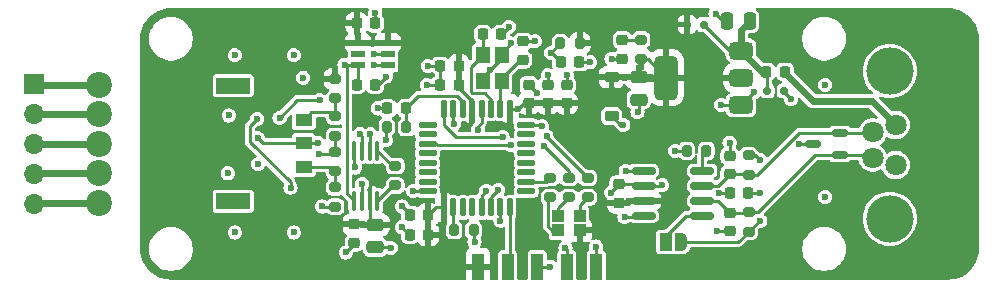
<source format=gtl>
G04 #@! TF.GenerationSoftware,KiCad,Pcbnew,8.0.2-1.fc40*
G04 #@! TF.CreationDate,2024-05-13T13:54:59+02:00*
G04 #@! TF.ProjectId,FT24-SLS,46543234-2d53-44c5-932e-6b696361645f,rev?*
G04 #@! TF.SameCoordinates,Original*
G04 #@! TF.FileFunction,Copper,L1,Top*
G04 #@! TF.FilePolarity,Positive*
%FSLAX46Y46*%
G04 Gerber Fmt 4.6, Leading zero omitted, Abs format (unit mm)*
G04 Created by KiCad (PCBNEW 8.0.2-1.fc40) date 2024-05-13 13:54:59*
%MOMM*%
%LPD*%
G01*
G04 APERTURE LIST*
G04 Aperture macros list*
%AMRoundRect*
0 Rectangle with rounded corners*
0 $1 Rounding radius*
0 $2 $3 $4 $5 $6 $7 $8 $9 X,Y pos of 4 corners*
0 Add a 4 corners polygon primitive as box body*
4,1,4,$2,$3,$4,$5,$6,$7,$8,$9,$2,$3,0*
0 Add four circle primitives for the rounded corners*
1,1,$1+$1,$2,$3*
1,1,$1+$1,$4,$5*
1,1,$1+$1,$6,$7*
1,1,$1+$1,$8,$9*
0 Add four rect primitives between the rounded corners*
20,1,$1+$1,$2,$3,$4,$5,0*
20,1,$1+$1,$4,$5,$6,$7,0*
20,1,$1+$1,$6,$7,$8,$9,0*
20,1,$1+$1,$8,$9,$2,$3,0*%
%AMFreePoly0*
4,1,19,0.550000,-0.750000,0.000000,-0.750000,0.000000,-0.744911,-0.071157,-0.744911,-0.207708,-0.704816,-0.327430,-0.627875,-0.420627,-0.520320,-0.479746,-0.390866,-0.500000,-0.250000,-0.500000,0.250000,-0.479746,0.390866,-0.420627,0.520320,-0.327430,0.627875,-0.207708,0.704816,-0.071157,0.744911,0.000000,0.744911,0.000000,0.750000,0.550000,0.750000,0.550000,-0.750000,0.550000,-0.750000,
$1*%
%AMFreePoly1*
4,1,19,0.000000,0.744911,0.071157,0.744911,0.207708,0.704816,0.327430,0.627875,0.420627,0.520320,0.479746,0.390866,0.500000,0.250000,0.500000,-0.250000,0.479746,-0.390866,0.420627,-0.520320,0.327430,-0.627875,0.207708,-0.704816,0.071157,-0.744911,0.000000,-0.744911,0.000000,-0.750000,-0.550000,-0.750000,-0.550000,0.750000,0.000000,0.750000,0.000000,0.744911,0.000000,0.744911,
$1*%
G04 Aperture macros list end*
G04 #@! TA.AperFunction,SMDPad,CuDef*
%ADD10RoundRect,0.225000X0.225000X0.250000X-0.225000X0.250000X-0.225000X-0.250000X0.225000X-0.250000X0*%
G04 #@! TD*
G04 #@! TA.AperFunction,SMDPad,CuDef*
%ADD11RoundRect,0.200000X-0.275000X0.200000X-0.275000X-0.200000X0.275000X-0.200000X0.275000X0.200000X0*%
G04 #@! TD*
G04 #@! TA.AperFunction,SMDPad,CuDef*
%ADD12RoundRect,0.225000X-0.225000X-0.250000X0.225000X-0.250000X0.225000X0.250000X-0.225000X0.250000X0*%
G04 #@! TD*
G04 #@! TA.AperFunction,SMDPad,CuDef*
%ADD13RoundRect,0.200000X0.275000X-0.200000X0.275000X0.200000X-0.275000X0.200000X-0.275000X-0.200000X0*%
G04 #@! TD*
G04 #@! TA.AperFunction,SMDPad,CuDef*
%ADD14FreePoly0,0.000000*%
G04 #@! TD*
G04 #@! TA.AperFunction,SMDPad,CuDef*
%ADD15R,1.000000X1.500000*%
G04 #@! TD*
G04 #@! TA.AperFunction,SMDPad,CuDef*
%ADD16FreePoly1,0.000000*%
G04 #@! TD*
G04 #@! TA.AperFunction,SMDPad,CuDef*
%ADD17RoundRect,0.250000X-0.475000X0.250000X-0.475000X-0.250000X0.475000X-0.250000X0.475000X0.250000X0*%
G04 #@! TD*
G04 #@! TA.AperFunction,SMDPad,CuDef*
%ADD18RoundRect,0.225000X0.250000X-0.225000X0.250000X0.225000X-0.250000X0.225000X-0.250000X-0.225000X0*%
G04 #@! TD*
G04 #@! TA.AperFunction,SMDPad,CuDef*
%ADD19RoundRect,0.200000X0.200000X0.275000X-0.200000X0.275000X-0.200000X-0.275000X0.200000X-0.275000X0*%
G04 #@! TD*
G04 #@! TA.AperFunction,SMDPad,CuDef*
%ADD20R,1.000000X1.000000*%
G04 #@! TD*
G04 #@! TA.AperFunction,SMDPad,CuDef*
%ADD21RoundRect,0.150000X-0.825000X-0.150000X0.825000X-0.150000X0.825000X0.150000X-0.825000X0.150000X0*%
G04 #@! TD*
G04 #@! TA.AperFunction,SMDPad,CuDef*
%ADD22C,2.200000*%
G04 #@! TD*
G04 #@! TA.AperFunction,SMDPad,CuDef*
%ADD23R,2.899999X1.350000*%
G04 #@! TD*
G04 #@! TA.AperFunction,SMDPad,CuDef*
%ADD24R,1.450000X1.100000*%
G04 #@! TD*
G04 #@! TA.AperFunction,SMDPad,CuDef*
%ADD25RoundRect,0.218750X0.256250X-0.218750X0.256250X0.218750X-0.256250X0.218750X-0.256250X-0.218750X0*%
G04 #@! TD*
G04 #@! TA.AperFunction,SMDPad,CuDef*
%ADD26RoundRect,0.218750X0.218750X0.256250X-0.218750X0.256250X-0.218750X-0.256250X0.218750X-0.256250X0*%
G04 #@! TD*
G04 #@! TA.AperFunction,SMDPad,CuDef*
%ADD27RoundRect,0.125000X-0.125000X0.625000X-0.125000X-0.625000X0.125000X-0.625000X0.125000X0.625000X0*%
G04 #@! TD*
G04 #@! TA.AperFunction,SMDPad,CuDef*
%ADD28RoundRect,0.125000X-0.625000X0.125000X-0.625000X-0.125000X0.625000X-0.125000X0.625000X0.125000X0*%
G04 #@! TD*
G04 #@! TA.AperFunction,SMDPad,CuDef*
%ADD29RoundRect,0.375000X0.625000X0.375000X-0.625000X0.375000X-0.625000X-0.375000X0.625000X-0.375000X0*%
G04 #@! TD*
G04 #@! TA.AperFunction,SMDPad,CuDef*
%ADD30RoundRect,0.500000X0.500000X1.400000X-0.500000X1.400000X-0.500000X-1.400000X0.500000X-1.400000X0*%
G04 #@! TD*
G04 #@! TA.AperFunction,SMDPad,CuDef*
%ADD31RoundRect,0.225000X-0.375000X0.225000X-0.375000X-0.225000X0.375000X-0.225000X0.375000X0.225000X0*%
G04 #@! TD*
G04 #@! TA.AperFunction,ComponentPad*
%ADD32C,4.000000*%
G04 #@! TD*
G04 #@! TA.AperFunction,ComponentPad*
%ADD33C,1.800000*%
G04 #@! TD*
G04 #@! TA.AperFunction,SMDPad,CuDef*
%ADD34RoundRect,0.150000X-0.150000X-0.200000X0.150000X-0.200000X0.150000X0.200000X-0.150000X0.200000X0*%
G04 #@! TD*
G04 #@! TA.AperFunction,SMDPad,CuDef*
%ADD35R,1.200000X0.600000*%
G04 #@! TD*
G04 #@! TA.AperFunction,SMDPad,CuDef*
%ADD36RoundRect,0.200000X-0.200000X-0.275000X0.200000X-0.275000X0.200000X0.275000X-0.200000X0.275000X0*%
G04 #@! TD*
G04 #@! TA.AperFunction,SMDPad,CuDef*
%ADD37RoundRect,0.150000X0.150000X0.200000X-0.150000X0.200000X-0.150000X-0.200000X0.150000X-0.200000X0*%
G04 #@! TD*
G04 #@! TA.AperFunction,SMDPad,CuDef*
%ADD38RoundRect,0.225000X-0.250000X0.225000X-0.250000X-0.225000X0.250000X-0.225000X0.250000X0.225000X0*%
G04 #@! TD*
G04 #@! TA.AperFunction,SMDPad,CuDef*
%ADD39RoundRect,0.150000X0.512500X0.150000X-0.512500X0.150000X-0.512500X-0.150000X0.512500X-0.150000X0*%
G04 #@! TD*
G04 #@! TA.AperFunction,SMDPad,CuDef*
%ADD40RoundRect,0.100000X-0.100000X0.712500X-0.100000X-0.712500X0.100000X-0.712500X0.100000X0.712500X0*%
G04 #@! TD*
G04 #@! TA.AperFunction,SMDPad,CuDef*
%ADD41RoundRect,0.250000X0.250000X0.475000X-0.250000X0.475000X-0.250000X-0.475000X0.250000X-0.475000X0*%
G04 #@! TD*
G04 #@! TA.AperFunction,SMDPad,CuDef*
%ADD42R,1.200000X1.400000*%
G04 #@! TD*
G04 #@! TA.AperFunction,SMDPad,CuDef*
%ADD43R,1.000000X2.200000*%
G04 #@! TD*
G04 #@! TA.AperFunction,ComponentPad*
%ADD44R,1.700000X1.700000*%
G04 #@! TD*
G04 #@! TA.AperFunction,ComponentPad*
%ADD45O,1.700000X1.700000*%
G04 #@! TD*
G04 #@! TA.AperFunction,ViaPad*
%ADD46C,0.600000*%
G04 #@! TD*
G04 #@! TA.AperFunction,Conductor*
%ADD47C,0.600000*%
G04 #@! TD*
G04 #@! TA.AperFunction,Conductor*
%ADD48C,0.250000*%
G04 #@! TD*
G04 APERTURE END LIST*
D10*
X136975000Y-91000000D03*
X135425000Y-91000000D03*
D11*
X131000000Y-94675000D03*
X131000000Y-96325000D03*
D12*
X132825000Y-83800000D03*
X134375000Y-83800000D03*
D13*
X156900000Y-86825000D03*
X156900000Y-85175000D03*
D14*
X157700000Y-102305000D03*
D15*
X159000000Y-102305000D03*
D16*
X160300000Y-102305000D03*
D17*
X134400000Y-100850000D03*
X134400000Y-102750000D03*
D18*
X150600000Y-90575000D03*
X150600000Y-89025000D03*
D19*
X162425000Y-94600000D03*
X160775000Y-94600000D03*
D20*
X149875000Y-101325000D03*
X149875000Y-100075000D03*
X151725000Y-100075000D03*
X151725000Y-101325000D03*
D21*
X157125000Y-96295000D03*
X157125000Y-97565000D03*
X157125000Y-98835000D03*
X157125000Y-100105000D03*
X162075000Y-100105000D03*
X162075000Y-98835000D03*
X162075000Y-97565000D03*
X162075000Y-96295000D03*
D11*
X131000000Y-97675000D03*
X131000000Y-99325000D03*
D22*
X111025000Y-89000000D03*
X111025000Y-91500000D03*
X111025000Y-94000000D03*
X111025000Y-96500000D03*
X111025000Y-99000000D03*
D18*
X164400000Y-96575000D03*
X164400000Y-95025000D03*
D11*
X131000000Y-88500000D03*
X131000000Y-90150000D03*
D13*
X166000000Y-101425000D03*
X166000000Y-99775000D03*
D23*
X122375001Y-98855348D03*
X122375001Y-89065352D03*
D24*
X128350000Y-91960350D03*
X128350000Y-93960351D03*
X128350000Y-95960350D03*
D10*
X138875000Y-101700000D03*
X137325000Y-101700000D03*
D25*
X155300000Y-86787500D03*
X155300000Y-85212500D03*
D26*
X169087500Y-87900000D03*
X167512500Y-87900000D03*
D18*
X147400000Y-90575000D03*
X147400000Y-89025000D03*
D27*
X145800000Y-91025000D03*
X145000000Y-91025000D03*
X144200000Y-91025000D03*
X143400000Y-91025000D03*
X142600000Y-91025000D03*
X141800000Y-91025000D03*
X141000000Y-91025000D03*
X140200000Y-91025000D03*
D28*
X138825000Y-92400000D03*
X138825000Y-93200000D03*
X138825000Y-94000000D03*
X138825000Y-94800000D03*
X138825000Y-95600000D03*
X138825000Y-96400000D03*
X138825000Y-97200000D03*
X138825000Y-98000000D03*
D27*
X140200000Y-99375000D03*
X141000000Y-99375000D03*
X141800000Y-99375000D03*
X142600000Y-99375000D03*
X143400000Y-99375000D03*
X144200000Y-99375000D03*
X145000000Y-99375000D03*
X145800000Y-99375000D03*
D28*
X147175000Y-98000000D03*
X147175000Y-97200000D03*
X147175000Y-96400000D03*
X147175000Y-95600000D03*
X147175000Y-94800000D03*
X147175000Y-94000000D03*
X147175000Y-93200000D03*
X147175000Y-92400000D03*
D29*
X165350000Y-90700000D03*
X165350000Y-88400000D03*
X165350000Y-86100000D03*
D30*
X159050000Y-88400000D03*
D18*
X146900000Y-86875000D03*
X146900000Y-85325000D03*
X149000000Y-90575000D03*
X149000000Y-89025000D03*
D12*
X143500000Y-84700000D03*
X145050000Y-84700000D03*
D11*
X136100000Y-95875000D03*
X136100000Y-97525000D03*
D31*
X154400000Y-88350000D03*
X154400000Y-91650000D03*
D10*
X141461396Y-87400000D03*
X139911396Y-87400000D03*
D32*
X177962500Y-100350000D03*
X177962500Y-87850000D03*
D33*
X178462500Y-92400000D03*
X176512500Y-93025000D03*
X178462500Y-95800000D03*
X176512500Y-95175000D03*
D34*
X162200000Y-83900000D03*
X160800000Y-83900000D03*
D35*
X135450000Y-87350000D03*
X135450000Y-86400000D03*
X135450000Y-85450000D03*
X132950000Y-85450000D03*
X132950000Y-86400000D03*
X132950000Y-87350000D03*
D18*
X155000000Y-98975000D03*
X155000000Y-97425000D03*
D13*
X152400000Y-98525000D03*
X152400000Y-96875000D03*
D36*
X135375000Y-92600000D03*
X137025000Y-92600000D03*
D37*
X167600000Y-89500000D03*
X169000000Y-89500000D03*
D17*
X156700000Y-88350000D03*
X156700000Y-90250000D03*
D38*
X132600000Y-100825000D03*
X132600000Y-102375000D03*
D12*
X164425000Y-98200000D03*
X165975000Y-98200000D03*
D13*
X166000000Y-96625000D03*
X166000000Y-94975000D03*
D10*
X138875000Y-100000000D03*
X137325000Y-100000000D03*
D12*
X150125000Y-87100000D03*
X151675000Y-87100000D03*
D19*
X142725000Y-101300000D03*
X141075000Y-101300000D03*
D11*
X131000000Y-91675000D03*
X131000000Y-93325000D03*
D10*
X141461396Y-89000000D03*
X139911396Y-89000000D03*
D39*
X173737500Y-94950000D03*
X173737500Y-93050000D03*
X171462500Y-94000000D03*
D18*
X164400000Y-101375000D03*
X164400000Y-99825000D03*
D12*
X132825000Y-89000000D03*
X134375000Y-89000000D03*
D19*
X151725000Y-85500000D03*
X150075000Y-85500000D03*
D13*
X149200000Y-98525000D03*
X149200000Y-96875000D03*
D40*
X134575000Y-94587500D03*
X133925000Y-94587500D03*
X133275000Y-94587500D03*
X132625000Y-94587500D03*
X132625000Y-98812500D03*
X133275000Y-98812500D03*
X133925000Y-98812500D03*
X134575000Y-98812500D03*
D41*
X166100000Y-83600000D03*
X164200000Y-83600000D03*
D13*
X150800000Y-98525000D03*
X150800000Y-96875000D03*
D42*
X145100000Y-88700000D03*
X145100000Y-86500000D03*
X143500000Y-86500000D03*
X143500000Y-88700000D03*
D43*
X143100000Y-104400000D03*
X145600000Y-104400000D03*
X148100000Y-104400000D03*
X150600000Y-104400000D03*
X153100000Y-104400000D03*
D44*
X105500000Y-88920000D03*
D45*
X105500000Y-91460000D03*
X105500000Y-94000000D03*
X105500000Y-96540000D03*
X105500000Y-99080000D03*
D46*
X134600000Y-97300000D03*
X163212500Y-82987500D03*
X138861396Y-87400000D03*
X155400000Y-92400000D03*
X159800000Y-94600000D03*
X164400000Y-93900000D03*
X134300000Y-86400000D03*
X131900000Y-103200000D03*
X169598959Y-90200000D03*
X150600000Y-88200010D03*
X127500000Y-101500000D03*
X172500000Y-98500000D03*
X148500000Y-92500000D03*
X127500000Y-86500000D03*
X163700000Y-90700000D03*
X152600000Y-87100000D03*
X135300000Y-88300000D03*
X149000000Y-88200000D03*
X137600000Y-97999998D03*
X145700000Y-84100000D03*
X136675000Y-99300000D03*
X122500000Y-86500000D03*
X154400000Y-86800000D03*
X122500000Y-101500000D03*
X134400000Y-82900000D03*
X147900000Y-85300000D03*
X121900000Y-96500000D03*
X132700000Y-96000000D03*
X134600004Y-91000000D03*
X136637509Y-101062499D03*
X134300000Y-87300000D03*
X156600000Y-91300000D03*
X144083974Y-87722649D03*
X158700000Y-97500000D03*
X163300000Y-101400000D03*
X135700000Y-102800000D03*
X170254595Y-94054597D03*
X142800000Y-102300000D03*
X166500000Y-89599996D03*
X145900000Y-85500000D03*
X149200000Y-104400000D03*
X138761396Y-89000000D03*
X128300000Y-88400000D03*
X129900000Y-99300000D03*
X122000000Y-91600000D03*
X148100010Y-89700000D03*
X124489798Y-95710202D03*
X172499998Y-89000000D03*
X154369810Y-98132084D03*
X163500000Y-98200000D03*
X155500000Y-88400000D03*
X144400000Y-102400000D03*
X141900000Y-95000000D03*
X130000000Y-104000000D03*
X144600000Y-92600000D03*
X155000000Y-84000000D03*
X163400000Y-88400000D03*
X120000000Y-99000000D03*
X151700000Y-102700000D03*
X120000000Y-94000000D03*
X120000000Y-84000000D03*
X144300000Y-96500000D03*
X146500000Y-91025000D03*
X161000000Y-88400000D03*
X147300000Y-101600000D03*
X135700000Y-100900000D03*
X131400000Y-100800000D03*
X145811126Y-92650000D03*
X140000000Y-84000000D03*
X140000000Y-101700000D03*
X153200000Y-86200000D03*
X159000000Y-91200000D03*
X162200000Y-88400000D03*
X140400000Y-97700000D03*
X142000000Y-92600000D03*
X141900000Y-96500000D03*
X131000000Y-86600000D03*
X153200000Y-101800000D03*
X131700000Y-85400000D03*
X150000000Y-84000000D03*
X135500000Y-84500000D03*
X120000000Y-104000000D03*
X144300000Y-95000000D03*
X159000000Y-98800000D03*
X138600000Y-103100000D03*
X141500000Y-104400000D03*
X125000000Y-104000000D03*
X129600000Y-88500000D03*
X120000000Y-89000000D03*
X159100000Y-85700000D03*
X133800000Y-90100000D03*
X125000000Y-84000000D03*
X130000000Y-84000000D03*
X132800000Y-91700000D03*
X129800000Y-92600000D03*
X154400000Y-89400000D03*
X141400000Y-86100000D03*
X143100000Y-92800000D03*
X149300000Y-86300000D03*
X153100000Y-102700000D03*
X133300000Y-97400000D03*
X135300000Y-93700000D03*
X141075000Y-92299994D03*
X145000000Y-100500000D03*
X150499982Y-102800000D03*
X155500000Y-100200000D03*
X143800000Y-98000000D03*
X144800002Y-97899998D03*
X155600000Y-96300000D03*
X131800000Y-87300000D03*
X145900000Y-94099996D03*
X148700004Y-94200004D03*
X145171542Y-93425000D03*
X148900000Y-93375000D03*
X167000000Y-98200000D03*
X167000000Y-95399996D03*
X166999996Y-100500000D03*
X124447134Y-93528346D03*
X129585054Y-93960345D03*
X133962383Y-93170097D03*
X127225000Y-97699996D03*
X124400000Y-91900000D03*
X126300000Y-91800000D03*
X129700000Y-90300000D03*
X129599913Y-94850002D03*
X133100000Y-93200000D03*
D47*
X171500000Y-90400000D02*
X169087500Y-87987500D01*
X178462500Y-92400000D02*
X176462500Y-90400000D01*
X169087500Y-87987500D02*
X169087500Y-87900000D01*
X176462500Y-90400000D02*
X171500000Y-90400000D01*
D48*
X134400000Y-102750000D02*
X135650000Y-102750000D01*
X131000000Y-99325000D02*
X129925000Y-99325000D01*
X139911396Y-87400000D02*
X139911396Y-89000000D01*
X147175000Y-92400000D02*
X148400000Y-92400000D01*
X147400000Y-89025000D02*
X147425010Y-89025000D01*
X134375000Y-82925000D02*
X134375000Y-83800000D01*
X134600000Y-89000000D02*
X135300000Y-88300000D01*
X165350000Y-90700000D02*
X163700000Y-90700000D01*
X145100000Y-86500000D02*
X145100000Y-86300000D01*
X139911396Y-89000000D02*
X138761396Y-89000000D01*
X137325000Y-101700000D02*
X137275010Y-101700000D01*
X171462500Y-94000000D02*
X170309192Y-94000000D01*
X146900000Y-85325000D02*
X147875000Y-85325000D01*
X145100000Y-84700000D02*
X145700000Y-84100000D01*
X165350000Y-90700000D02*
X166450004Y-89599996D01*
X164425000Y-98200000D02*
X163500000Y-98200000D01*
X137325000Y-99950000D02*
X136675000Y-99300000D01*
X135425000Y-91000000D02*
X134600004Y-91000000D01*
X163212500Y-82987500D02*
X163725000Y-83500000D01*
X138825000Y-98000000D02*
X137600002Y-98000000D01*
X135650000Y-102750000D02*
X135700000Y-102800000D01*
X134350000Y-87350000D02*
X134300000Y-87300000D01*
X169000000Y-89601041D02*
X169598959Y-90200000D01*
X166450004Y-89599996D02*
X166500000Y-89599996D01*
X164400000Y-95025000D02*
X164400000Y-93900000D01*
X147875000Y-85325000D02*
X147900000Y-85300000D01*
X158635000Y-97565000D02*
X158700000Y-97500000D01*
X132600000Y-102375000D02*
X132600000Y-102500000D01*
X169000000Y-89500000D02*
X169000000Y-89601041D01*
X148100000Y-104400000D02*
X149200000Y-104400000D01*
X150600000Y-89025000D02*
X150600000Y-88200010D01*
X135450000Y-86400000D02*
X134300000Y-86400000D01*
X132625000Y-94587500D02*
X132625000Y-95925000D01*
X156700000Y-90250000D02*
X156700000Y-91200000D01*
X154369810Y-98132084D02*
X154369810Y-98055190D01*
X134400000Y-82900000D02*
X134375000Y-82925000D01*
X157125000Y-97565000D02*
X158635000Y-97565000D01*
X149000000Y-89025000D02*
X149000000Y-88200000D01*
X170309192Y-94000000D02*
X170254595Y-94054597D01*
X155150000Y-92400000D02*
X155400000Y-92400000D01*
X137275010Y-101700000D02*
X136637509Y-101062499D01*
X134375000Y-89000000D02*
X134600000Y-89000000D01*
X145100000Y-86706623D02*
X144083974Y-87722649D01*
X143500000Y-88700000D02*
X143500000Y-88306623D01*
X148400000Y-92400000D02*
X148500000Y-92500000D01*
X163325000Y-101375000D02*
X163300000Y-101400000D01*
X142725000Y-102225000D02*
X142800000Y-102300000D01*
X156985000Y-97425000D02*
X157125000Y-97565000D01*
X137325000Y-100000000D02*
X137325000Y-99950000D01*
X135450000Y-87350000D02*
X134350000Y-87350000D01*
X155300000Y-86787500D02*
X154412500Y-86787500D01*
X145100000Y-86300000D02*
X145900000Y-85500000D01*
X145100000Y-86500000D02*
X145100000Y-86706623D01*
X154412500Y-86787500D02*
X154400000Y-86800000D01*
X151675000Y-87100000D02*
X152600000Y-87100000D01*
X137600002Y-98000000D02*
X137600000Y-97999998D01*
X145050000Y-84700000D02*
X145100000Y-84700000D01*
X156700000Y-91200000D02*
X156600000Y-91300000D01*
X145100000Y-84750000D02*
X145050000Y-84700000D01*
X132600000Y-102500000D02*
X131900000Y-103200000D01*
X154369810Y-98055190D02*
X155000000Y-97425000D01*
X154400000Y-91650000D02*
X155150000Y-92400000D01*
X160775000Y-94600000D02*
X159800000Y-94600000D01*
X164400000Y-101375000D02*
X163325000Y-101375000D01*
X147425010Y-89025000D02*
X148100010Y-89700000D01*
X142725000Y-101300000D02*
X142725000Y-102225000D01*
X129925000Y-99325000D02*
X129900000Y-99300000D01*
X155000000Y-97425000D02*
X156985000Y-97425000D01*
X143500000Y-88306623D02*
X144083974Y-87722649D01*
X139911396Y-87400000D02*
X138861396Y-87400000D01*
X132625000Y-95925000D02*
X132700000Y-96000000D01*
X139500000Y-99375000D02*
X138875000Y-100000000D01*
X133925000Y-98812500D02*
X133925000Y-100375000D01*
X156900000Y-86825000D02*
X157475000Y-86825000D01*
X132950000Y-83925000D02*
X132825000Y-83800000D01*
X133925000Y-100375000D02*
X134400000Y-100850000D01*
X157475000Y-86825000D02*
X159050000Y-88400000D01*
X145800000Y-91025000D02*
X146500000Y-91025000D01*
X155500000Y-88400000D02*
X155550000Y-88350000D01*
X142600000Y-91025000D02*
X142600000Y-90175000D01*
X141461396Y-89247792D02*
X141461396Y-89000000D01*
X155450000Y-88350000D02*
X155500000Y-88400000D01*
X135450000Y-85450000D02*
X132950000Y-85450000D01*
X140200000Y-99375000D02*
X139500000Y-99375000D01*
X154400000Y-88350000D02*
X155450000Y-88350000D01*
X138875000Y-101700000D02*
X138875000Y-100000000D01*
X150600000Y-90575000D02*
X146950000Y-90575000D01*
X146950000Y-90575000D02*
X146500000Y-91025000D01*
X132950000Y-85450000D02*
X132950000Y-83925000D01*
X141700000Y-89000000D02*
X141461396Y-89000000D01*
D47*
X159050000Y-88400000D02*
X156550000Y-88400000D01*
D48*
X132625000Y-100850000D02*
X132600000Y-100825000D01*
X155550000Y-88350000D02*
X156700000Y-88350000D01*
X142388604Y-90175000D02*
X141461396Y-89247792D01*
X134400000Y-100850000D02*
X132625000Y-100850000D01*
X142600000Y-90175000D02*
X142388604Y-90175000D01*
X141461396Y-89000000D02*
X141461396Y-87400000D01*
X170304597Y-93050000D02*
X173737500Y-93050000D01*
X173737500Y-93050000D02*
X176487500Y-93050000D01*
X166729597Y-96625000D02*
X170304597Y-93050000D01*
X166000000Y-96625000D02*
X166729597Y-96625000D01*
X164400000Y-96575000D02*
X165950000Y-96575000D01*
X165950000Y-96575000D02*
X166000000Y-96625000D01*
X163410000Y-97565000D02*
X164400000Y-96575000D01*
X162075000Y-97565000D02*
X163410000Y-97565000D01*
X176487500Y-93050000D02*
X176512500Y-93025000D01*
X176287500Y-94950000D02*
X176512500Y-95175000D01*
X165950000Y-99825000D02*
X166000000Y-99775000D01*
X166825000Y-99775000D02*
X171650000Y-94950000D01*
X163410000Y-98835000D02*
X164400000Y-99825000D01*
X173737500Y-94950000D02*
X176287500Y-94950000D01*
X162075000Y-98835000D02*
X163410000Y-98835000D01*
X164400000Y-99825000D02*
X165950000Y-99825000D01*
X171650000Y-94950000D02*
X173737500Y-94950000D01*
X166000000Y-99775000D02*
X166825000Y-99775000D01*
X153100000Y-104400000D02*
X153100000Y-102700000D01*
X143400000Y-91025000D02*
X143400000Y-92200000D01*
X149325000Y-86300000D02*
X150125000Y-87100000D01*
X143400000Y-92200000D02*
X143100000Y-92500000D01*
X149300000Y-86300000D02*
X149325000Y-86300000D01*
X149300000Y-86300000D02*
X149300000Y-86275000D01*
X149300000Y-86275000D02*
X150075000Y-85500000D01*
X143100000Y-92500000D02*
X143100000Y-92800000D01*
X138025000Y-89950000D02*
X141314860Y-89950000D01*
X141314860Y-89950000D02*
X141800000Y-90435140D01*
X141800000Y-90435140D02*
X141800000Y-91025000D01*
X137025000Y-91050000D02*
X136975000Y-91000000D01*
X137025000Y-92600000D02*
X137025000Y-91050000D01*
X136975000Y-91000000D02*
X138025000Y-89950000D01*
X155300000Y-85212500D02*
X155337500Y-85175000D01*
X155337500Y-85175000D02*
X156900000Y-85175000D01*
X159000000Y-101838308D02*
X159000000Y-102305000D01*
X160733308Y-100105000D02*
X159000000Y-101838308D01*
X162075000Y-100105000D02*
X160733308Y-100105000D01*
X162075000Y-94950000D02*
X162425000Y-94600000D01*
X162075000Y-96295000D02*
X162075000Y-94950000D01*
X135300000Y-93700000D02*
X135300000Y-92675000D01*
X133275000Y-97425000D02*
X133300000Y-97400000D01*
X135300000Y-92675000D02*
X135375000Y-92600000D01*
X133275000Y-98812500D02*
X133275000Y-97425000D01*
X141000000Y-92224994D02*
X141075000Y-92299994D01*
X141000000Y-91025000D02*
X141000000Y-92224994D01*
X144200000Y-90275001D02*
X143649999Y-89725000D01*
X142500000Y-87500000D02*
X143500000Y-86500000D01*
X143500000Y-86500000D02*
X143500000Y-84700000D01*
X144200000Y-91025000D02*
X144200000Y-90275001D01*
X142500000Y-89650000D02*
X142500000Y-87500000D01*
X143649999Y-89725000D02*
X142575000Y-89725000D01*
X142575000Y-89725000D02*
X142500000Y-89650000D01*
X150600000Y-102900018D02*
X150499982Y-102800000D01*
X145000000Y-99375000D02*
X145000000Y-100500000D01*
X150600000Y-104400000D02*
X150600000Y-102900018D01*
X145800000Y-99375000D02*
X145800000Y-104200000D01*
X145800000Y-104200000D02*
X145600000Y-104400000D01*
D47*
X165350000Y-84350000D02*
X166100000Y-83600000D01*
D48*
X167600000Y-87987500D02*
X167512500Y-87900000D01*
D47*
X167512500Y-87900000D02*
X167150000Y-87900000D01*
D48*
X167600000Y-89500000D02*
X167600000Y-87987500D01*
X164400000Y-86100000D02*
X165350000Y-86100000D01*
D47*
X167150000Y-87900000D02*
X165350000Y-86100000D01*
D48*
X162200000Y-83900000D02*
X164400000Y-86100000D01*
D47*
X165350000Y-86100000D02*
X165350000Y-84350000D01*
D48*
X145100000Y-88436215D02*
X146661215Y-86875000D01*
X145000000Y-88900000D02*
X144800000Y-88700000D01*
X145000000Y-91025000D02*
X145000000Y-88900000D01*
X146661215Y-86875000D02*
X146900000Y-86875000D01*
X145100000Y-88700000D02*
X145100000Y-88436215D01*
X155500000Y-100200000D02*
X157030000Y-100200000D01*
X143400000Y-99375000D02*
X143400000Y-98400000D01*
X143400000Y-98400000D02*
X143800000Y-98000000D01*
X157030000Y-100200000D02*
X157125000Y-100105000D01*
X144200000Y-99375000D02*
X144200000Y-98500000D01*
X144200000Y-98500000D02*
X144800002Y-97899998D01*
X155600000Y-96300000D02*
X157120000Y-96300000D01*
X157120000Y-96300000D02*
X157125000Y-96295000D01*
X131850000Y-87350000D02*
X131800000Y-87300000D01*
X132000000Y-87500000D02*
X132000000Y-98187500D01*
X132000000Y-98187500D02*
X132625000Y-98812500D01*
X132950000Y-87350000D02*
X132950000Y-88875000D01*
X131800000Y-87300000D02*
X132000000Y-87500000D01*
X132950000Y-88875000D02*
X132825000Y-89000000D01*
X132950000Y-87350000D02*
X131850000Y-87350000D01*
X149000000Y-100962500D02*
X149000000Y-98787500D01*
X149900000Y-101362500D02*
X149400000Y-101362500D01*
X149400000Y-101362500D02*
X149000000Y-100962500D01*
X149000000Y-98787500D02*
X149225000Y-98562500D01*
X148875000Y-97200000D02*
X147175000Y-97200000D01*
X149200000Y-96875000D02*
X148875000Y-97200000D01*
X148700000Y-94200000D02*
X150800000Y-96300000D01*
X138825000Y-94000000D02*
X139574999Y-94000000D01*
X150800000Y-96300000D02*
X150800000Y-96875000D01*
X139674995Y-94099996D02*
X145900000Y-94099996D01*
X139574999Y-94000000D02*
X139674995Y-94099996D01*
X149900000Y-99425000D02*
X150800000Y-98525000D01*
X149900000Y-100112500D02*
X149900000Y-99425000D01*
X151750000Y-99175000D02*
X152400000Y-98525000D01*
X151750000Y-100112500D02*
X151750000Y-99175000D01*
X141261396Y-93425000D02*
X145171542Y-93425000D01*
X148925000Y-93400000D02*
X152400000Y-96875000D01*
X140200000Y-92363604D02*
X141261396Y-93425000D01*
X148900000Y-93375000D02*
X148900000Y-93400000D01*
X148900000Y-93400000D02*
X148925000Y-93400000D01*
X140200000Y-91025000D02*
X140200000Y-92363604D01*
X165975000Y-98200000D02*
X167000000Y-98200000D01*
X166000000Y-101425000D02*
X165125000Y-102300000D01*
X160305000Y-102300000D02*
X160300000Y-102305000D01*
X166575004Y-94975000D02*
X167000000Y-95399996D01*
X166925000Y-100500000D02*
X166999996Y-100500000D01*
X165125000Y-102300000D02*
X160305000Y-102300000D01*
X166000000Y-94975000D02*
X166575004Y-94975000D01*
X166000000Y-101425000D02*
X166925000Y-100500000D01*
X141075000Y-101300000D02*
X141000000Y-101225000D01*
X141000000Y-101225000D02*
X141000000Y-99375000D01*
X135862500Y-95875000D02*
X134575000Y-94587500D01*
X136100000Y-95875000D02*
X135862500Y-95875000D01*
X136100000Y-97525000D02*
X135862500Y-97525000D01*
X135862500Y-97525000D02*
X134575000Y-98812500D01*
X128350000Y-93960351D02*
X124879139Y-93960351D01*
X129585048Y-93960351D02*
X129585054Y-93960345D01*
X128350000Y-93960351D02*
X129585048Y-93960351D01*
X133925000Y-93207480D02*
X133962383Y-93170097D01*
X133925000Y-94587500D02*
X133925000Y-93207480D01*
X124879139Y-93960351D02*
X124447134Y-93528346D01*
X123800000Y-92500000D02*
X123800000Y-93845405D01*
X123800000Y-93845405D02*
X127225000Y-97270405D01*
X127225000Y-97270405D02*
X127225000Y-97699996D01*
X124400000Y-91900000D02*
X123800000Y-92500000D01*
X127800000Y-90300000D02*
X129700000Y-90300000D01*
X126300000Y-91800000D02*
X127800000Y-90300000D01*
X131000000Y-94675000D02*
X131000000Y-93325000D01*
X131000000Y-94675000D02*
X130824998Y-94850002D01*
X133275000Y-93375000D02*
X133275000Y-94587500D01*
X133100000Y-93200000D02*
X133275000Y-93375000D01*
X130824998Y-94850002D02*
X129599913Y-94850002D01*
D47*
X105540000Y-96500000D02*
X105500000Y-96540000D01*
X111025000Y-96500000D02*
X105540000Y-96500000D01*
X105580000Y-99000000D02*
X105500000Y-99080000D01*
X111025000Y-99000000D02*
X105580000Y-99000000D01*
X111025000Y-94000000D02*
X105500000Y-94000000D01*
X105580000Y-89000000D02*
X105500000Y-88920000D01*
X111025000Y-89000000D02*
X105580000Y-89000000D01*
X105540000Y-91500000D02*
X105500000Y-91460000D01*
X111025000Y-91500000D02*
X105540000Y-91500000D01*
D48*
X131000000Y-96325000D02*
X131000000Y-97675000D01*
X128350000Y-95960350D02*
X130635350Y-95960350D01*
X130635350Y-95960350D02*
X131000000Y-96325000D01*
X131000000Y-91675000D02*
X130650000Y-91325000D01*
X130650000Y-91325000D02*
X128985350Y-91325000D01*
X131000000Y-90150000D02*
X131000000Y-91675000D01*
X128985350Y-91325000D02*
X128350000Y-91960350D01*
G04 #@! TA.AperFunction,Conductor*
G36*
X182902764Y-82492686D02*
G01*
X183185499Y-82508564D01*
X183196526Y-82509806D01*
X183472967Y-82556776D01*
X183483761Y-82559239D01*
X183753217Y-82636868D01*
X183763688Y-82640532D01*
X183870223Y-82684661D01*
X184022738Y-82747835D01*
X184032740Y-82752652D01*
X184278141Y-82888281D01*
X184287540Y-82894187D01*
X184516219Y-83056445D01*
X184524893Y-83063363D01*
X184733964Y-83250201D01*
X184741815Y-83258051D01*
X184928651Y-83467123D01*
X184935573Y-83475803D01*
X185097824Y-83704478D01*
X185103730Y-83713878D01*
X185239360Y-83959286D01*
X185244177Y-83969289D01*
X185351473Y-84228329D01*
X185355140Y-84238808D01*
X185432761Y-84508245D01*
X185435231Y-84519069D01*
X185482195Y-84795493D01*
X185483438Y-84806525D01*
X185499343Y-85089802D01*
X185499499Y-85095352D01*
X185499499Y-85165890D01*
X185499500Y-85165903D01*
X185499500Y-102897226D01*
X185499344Y-102902777D01*
X185483466Y-103185500D01*
X185482223Y-103196532D01*
X185435257Y-103472957D01*
X185432787Y-103483781D01*
X185355163Y-103753219D01*
X185351496Y-103763698D01*
X185244195Y-104022746D01*
X185239378Y-104032748D01*
X185103750Y-104278148D01*
X185097844Y-104287548D01*
X184935584Y-104516232D01*
X184928662Y-104524912D01*
X184741829Y-104733978D01*
X184733978Y-104741829D01*
X184524912Y-104928662D01*
X184516232Y-104935584D01*
X184287548Y-105097844D01*
X184278148Y-105103750D01*
X184032748Y-105239378D01*
X184022746Y-105244195D01*
X183763698Y-105351496D01*
X183753219Y-105355163D01*
X183483781Y-105432787D01*
X183472957Y-105435257D01*
X183196533Y-105482223D01*
X183185501Y-105483466D01*
X182902751Y-105499345D01*
X182897200Y-105499501D01*
X153999499Y-105499501D01*
X153941308Y-105480594D01*
X153905344Y-105431094D01*
X153900499Y-105400501D01*
X153900499Y-103255139D01*
X153900499Y-103255136D01*
X153897585Y-103230009D01*
X153852206Y-103127235D01*
X153772765Y-103047794D01*
X153720207Y-103024587D01*
X153674613Y-102983788D01*
X153661708Y-102923979D01*
X153668731Y-102896143D01*
X153685044Y-102856762D01*
X153705682Y-102700000D01*
X153685044Y-102543238D01*
X153676485Y-102522574D01*
X153624537Y-102397161D01*
X153624537Y-102397160D01*
X153528286Y-102271723D01*
X153528285Y-102271722D01*
X153528282Y-102271718D01*
X153528277Y-102271714D01*
X153528276Y-102271713D01*
X153407491Y-102179032D01*
X153402841Y-102175464D01*
X153402840Y-102175463D01*
X153402838Y-102175462D01*
X153256766Y-102114957D01*
X153256758Y-102114955D01*
X153100001Y-102094318D01*
X153099999Y-102094318D01*
X152943241Y-102114955D01*
X152943232Y-102114957D01*
X152807133Y-102171331D01*
X152746136Y-102176131D01*
X152693967Y-102144162D01*
X152670553Y-102087634D01*
X152676490Y-102045270D01*
X152718596Y-101932377D01*
X152718598Y-101932370D01*
X152725000Y-101872824D01*
X152725000Y-101575001D01*
X152724999Y-101575000D01*
X151975001Y-101575000D01*
X151975000Y-101575001D01*
X151975000Y-102324999D01*
X151975001Y-102325000D01*
X152272824Y-102325000D01*
X152332370Y-102318598D01*
X152332377Y-102318596D01*
X152445270Y-102276490D01*
X152506399Y-102273870D01*
X152557394Y-102307680D01*
X152578776Y-102365008D01*
X152571331Y-102407133D01*
X152514957Y-102543232D01*
X152514955Y-102543241D01*
X152494318Y-102699999D01*
X152494318Y-102700000D01*
X152514955Y-102856758D01*
X152514957Y-102856767D01*
X152531266Y-102896139D01*
X152536066Y-102957136D01*
X152504097Y-103009305D01*
X152479791Y-103024588D01*
X152427236Y-103047793D01*
X152347794Y-103127235D01*
X152302414Y-103230011D01*
X152299500Y-103255130D01*
X152299500Y-105400501D01*
X152280593Y-105458692D01*
X152231093Y-105494656D01*
X152200500Y-105499501D01*
X151499499Y-105499501D01*
X151441308Y-105480594D01*
X151405344Y-105431094D01*
X151400499Y-105400501D01*
X151400499Y-103255139D01*
X151400499Y-103255136D01*
X151397585Y-103230009D01*
X151352206Y-103127235D01*
X151272765Y-103047794D01*
X151169991Y-103002415D01*
X151169990Y-103002414D01*
X151169986Y-103002413D01*
X151165607Y-103001222D01*
X151114423Y-102967698D01*
X151092719Y-102910491D01*
X151093450Y-102892774D01*
X151098191Y-102856767D01*
X151105664Y-102800000D01*
X151085026Y-102643238D01*
X151041523Y-102538213D01*
X151024520Y-102497163D01*
X151024519Y-102497162D01*
X151024518Y-102497159D01*
X151005096Y-102471848D01*
X150984674Y-102414176D01*
X151002051Y-102355510D01*
X151050593Y-102318263D01*
X151111757Y-102316661D01*
X151117382Y-102318540D01*
X151117629Y-102318598D01*
X151177176Y-102325000D01*
X151474999Y-102325000D01*
X151475000Y-102324999D01*
X151475000Y-101174000D01*
X151493907Y-101115809D01*
X151543407Y-101079845D01*
X151574000Y-101075000D01*
X152724999Y-101075000D01*
X152725000Y-101074999D01*
X152725000Y-100777175D01*
X152718598Y-100717629D01*
X152718596Y-100717618D01*
X152668353Y-100582911D01*
X152668352Y-100582909D01*
X152582192Y-100467815D01*
X152582183Y-100467806D01*
X152565169Y-100455069D01*
X152529917Y-100405060D01*
X152525499Y-100375822D01*
X152525499Y-99530136D01*
X152522585Y-99505009D01*
X152477206Y-99402235D01*
X152469471Y-99394500D01*
X152441696Y-99339986D01*
X152451267Y-99279554D01*
X152494532Y-99236289D01*
X152539477Y-99225499D01*
X152722867Y-99225499D01*
X152722872Y-99225499D01*
X152727505Y-99225001D01*
X154025001Y-99225001D01*
X154025001Y-99248322D01*
X154035142Y-99347597D01*
X154035145Y-99347609D01*
X154088454Y-99508487D01*
X154177425Y-99652729D01*
X154297270Y-99772574D01*
X154441512Y-99861545D01*
X154602396Y-99914856D01*
X154701677Y-99924999D01*
X154817633Y-99924999D01*
X154875824Y-99943906D01*
X154911788Y-99993406D01*
X154915787Y-100036921D01*
X154894318Y-100199999D01*
X154894318Y-100200000D01*
X154914955Y-100356758D01*
X154914957Y-100356766D01*
X154975462Y-100502838D01*
X154975462Y-100502839D01*
X155068195Y-100623691D01*
X155071718Y-100628282D01*
X155071722Y-100628285D01*
X155071723Y-100628286D01*
X155088678Y-100641296D01*
X155197159Y-100724536D01*
X155197160Y-100724536D01*
X155197161Y-100724537D01*
X155343233Y-100785042D01*
X155343238Y-100785044D01*
X155460809Y-100800522D01*
X155499999Y-100805682D01*
X155500000Y-100805682D01*
X155500001Y-100805682D01*
X155531352Y-100801554D01*
X155656762Y-100785044D01*
X155802841Y-100724536D01*
X155852680Y-100686293D01*
X155905247Y-100645958D01*
X155962923Y-100625534D01*
X155965514Y-100625500D01*
X156010785Y-100625500D01*
X156068976Y-100644407D01*
X156069571Y-100644843D01*
X156087118Y-100657793D01*
X156215301Y-100702646D01*
X156245725Y-100705499D01*
X156245727Y-100705500D01*
X156245734Y-100705500D01*
X158004273Y-100705500D01*
X158004273Y-100705499D01*
X158034699Y-100702646D01*
X158162882Y-100657793D01*
X158272150Y-100577150D01*
X158352793Y-100467882D01*
X158397646Y-100339699D01*
X158400499Y-100309273D01*
X158400500Y-100309273D01*
X158400500Y-99900727D01*
X158400499Y-99900725D01*
X158399723Y-99892450D01*
X158397646Y-99870301D01*
X158352793Y-99742118D01*
X158342577Y-99728276D01*
X158294495Y-99663126D01*
X158275153Y-99605078D01*
X158293624Y-99546748D01*
X158323755Y-99519125D01*
X158351552Y-99502685D01*
X158467685Y-99386552D01*
X158551280Y-99245201D01*
X158551280Y-99245200D01*
X158597098Y-99087493D01*
X158597100Y-99087486D01*
X158597296Y-99085000D01*
X156018001Y-99085000D01*
X156018000Y-99085001D01*
X156018000Y-99126000D01*
X155999093Y-99184191D01*
X155949593Y-99220155D01*
X155919000Y-99225000D01*
X154025002Y-99225000D01*
X154025001Y-99225001D01*
X152727505Y-99225001D01*
X152782483Y-99219091D01*
X152876055Y-99184191D01*
X152917329Y-99168797D01*
X152917329Y-99168796D01*
X152917331Y-99168796D01*
X153032546Y-99082546D01*
X153118796Y-98967331D01*
X153129263Y-98939269D01*
X153169089Y-98832488D01*
X153169090Y-98832485D01*
X153169091Y-98832483D01*
X153175500Y-98772873D01*
X153175499Y-98277128D01*
X153169091Y-98217517D01*
X153163734Y-98203153D01*
X153137227Y-98132083D01*
X153764128Y-98132083D01*
X153764128Y-98132084D01*
X153784765Y-98288842D01*
X153784767Y-98288850D01*
X153845272Y-98434922D01*
X153845272Y-98434923D01*
X153941523Y-98560360D01*
X153941528Y-98560366D01*
X153941532Y-98560369D01*
X153941533Y-98560370D01*
X153988483Y-98596396D01*
X154023139Y-98646820D01*
X154026704Y-98684996D01*
X154025000Y-98701682D01*
X154025000Y-98724999D01*
X154025001Y-98725000D01*
X154266354Y-98725000D01*
X154279276Y-98725847D01*
X154369809Y-98737766D01*
X154369810Y-98737766D01*
X154369811Y-98737766D01*
X154460344Y-98725847D01*
X154473266Y-98725000D01*
X155606999Y-98725000D01*
X155607000Y-98724999D01*
X155607000Y-98684000D01*
X155625907Y-98625809D01*
X155675407Y-98589845D01*
X155706000Y-98585000D01*
X158597295Y-98585000D01*
X158597100Y-98582513D01*
X158597098Y-98582506D01*
X158551280Y-98424799D01*
X158551280Y-98424798D01*
X158467685Y-98283447D01*
X158427498Y-98243260D01*
X158399721Y-98188743D01*
X158409292Y-98128311D01*
X158452557Y-98085046D01*
X158512989Y-98075475D01*
X158535382Y-98081790D01*
X158543238Y-98085044D01*
X158660809Y-98100522D01*
X158699999Y-98105682D01*
X158700000Y-98105682D01*
X158700001Y-98105682D01*
X158731352Y-98101554D01*
X158856762Y-98085044D01*
X159002841Y-98024536D01*
X159128282Y-97928282D01*
X159224536Y-97802841D01*
X159285044Y-97656762D01*
X159305682Y-97500000D01*
X159285044Y-97343238D01*
X159279683Y-97330296D01*
X159224537Y-97197161D01*
X159224537Y-97197160D01*
X159128286Y-97071723D01*
X159128285Y-97071722D01*
X159128282Y-97071718D01*
X159128277Y-97071714D01*
X159128276Y-97071713D01*
X159057104Y-97017101D01*
X159002841Y-96975464D01*
X159002840Y-96975463D01*
X159002838Y-96975462D01*
X158856766Y-96914957D01*
X158856758Y-96914955D01*
X158700001Y-96894318D01*
X158699999Y-96894318D01*
X158543241Y-96914955D01*
X158543233Y-96914957D01*
X158397163Y-96975461D01*
X158397159Y-96975463D01*
X158397159Y-96975464D01*
X158365835Y-96999500D01*
X158317000Y-97036972D01*
X158259324Y-97057395D01*
X158200658Y-97040017D01*
X158197945Y-97038084D01*
X158159425Y-97009655D01*
X158123832Y-96959888D01*
X158124290Y-96898704D01*
X158159425Y-96850345D01*
X158248622Y-96784514D01*
X158272150Y-96767150D01*
X158352793Y-96657882D01*
X158397646Y-96529699D01*
X158400499Y-96499273D01*
X158400500Y-96499273D01*
X158400500Y-96090727D01*
X158400499Y-96090725D01*
X158400434Y-96090027D01*
X158397646Y-96060301D01*
X158352793Y-95932118D01*
X158351901Y-95930910D01*
X158272154Y-95822855D01*
X158272152Y-95822853D01*
X158272150Y-95822850D01*
X158272146Y-95822847D01*
X158272144Y-95822845D01*
X158162883Y-95742207D01*
X158034703Y-95697355D01*
X158034694Y-95697353D01*
X158004274Y-95694500D01*
X158004266Y-95694500D01*
X156245734Y-95694500D01*
X156245725Y-95694500D01*
X156215305Y-95697353D01*
X156215296Y-95697355D01*
X156087118Y-95742206D01*
X156031040Y-95783594D01*
X155972992Y-95802935D01*
X155914661Y-95784463D01*
X155911984Y-95782480D01*
X155902841Y-95775464D01*
X155902840Y-95775463D01*
X155902838Y-95775462D01*
X155756766Y-95714957D01*
X155756758Y-95714955D01*
X155600001Y-95694318D01*
X155599999Y-95694318D01*
X155443241Y-95714955D01*
X155443233Y-95714957D01*
X155297161Y-95775462D01*
X155297160Y-95775462D01*
X155171723Y-95871713D01*
X155171713Y-95871723D01*
X155075462Y-95997160D01*
X155075462Y-95997161D01*
X155014957Y-96143233D01*
X155014955Y-96143241D01*
X154994318Y-96299999D01*
X154994318Y-96300000D01*
X155014955Y-96456758D01*
X155014957Y-96456766D01*
X155048446Y-96537615D01*
X155053247Y-96598611D01*
X155021277Y-96650780D01*
X154964749Y-96674195D01*
X154956982Y-96674500D01*
X154708851Y-96674500D01*
X154624408Y-96684641D01*
X154490027Y-96737634D01*
X154374922Y-96824922D01*
X154287634Y-96940027D01*
X154234641Y-97074408D01*
X154224500Y-97158851D01*
X154224500Y-97476146D01*
X154205593Y-97534337D01*
X154163386Y-97567610D01*
X154066970Y-97607547D01*
X153941533Y-97703797D01*
X153941523Y-97703807D01*
X153845272Y-97829244D01*
X153845272Y-97829245D01*
X153784767Y-97975317D01*
X153784765Y-97975325D01*
X153764128Y-98132083D01*
X153137227Y-98132083D01*
X153118797Y-98082670D01*
X153032549Y-97967458D01*
X153032548Y-97967457D01*
X153032546Y-97967454D01*
X153032541Y-97967450D01*
X152917329Y-97881202D01*
X152782488Y-97830910D01*
X152782483Y-97830909D01*
X152782481Y-97830908D01*
X152782477Y-97830908D01*
X152751249Y-97827550D01*
X152722873Y-97824500D01*
X152722870Y-97824500D01*
X152077133Y-97824500D01*
X152077129Y-97824500D01*
X152077128Y-97824501D01*
X152069949Y-97825272D01*
X152017519Y-97830908D01*
X152017514Y-97830909D01*
X151882670Y-97881202D01*
X151767458Y-97967450D01*
X151767450Y-97967458D01*
X151679253Y-98085274D01*
X151629244Y-98120527D01*
X151568065Y-98119653D01*
X151520747Y-98085274D01*
X151432549Y-97967458D01*
X151432548Y-97967457D01*
X151432546Y-97967454D01*
X151432541Y-97967450D01*
X151317329Y-97881202D01*
X151182488Y-97830910D01*
X151182483Y-97830909D01*
X151182481Y-97830908D01*
X151182477Y-97830908D01*
X151151249Y-97827550D01*
X151122873Y-97824500D01*
X151122870Y-97824500D01*
X150477133Y-97824500D01*
X150477129Y-97824500D01*
X150477128Y-97824501D01*
X150469949Y-97825272D01*
X150417519Y-97830908D01*
X150417514Y-97830909D01*
X150282670Y-97881202D01*
X150167458Y-97967450D01*
X150167450Y-97967458D01*
X150079253Y-98085274D01*
X150029244Y-98120527D01*
X149968065Y-98119653D01*
X149920747Y-98085274D01*
X149832549Y-97967458D01*
X149832548Y-97967457D01*
X149832546Y-97967454D01*
X149832541Y-97967450D01*
X149717329Y-97881202D01*
X149582488Y-97830910D01*
X149582483Y-97830909D01*
X149582481Y-97830908D01*
X149582477Y-97830908D01*
X149551249Y-97827550D01*
X149522873Y-97824500D01*
X149522870Y-97824500D01*
X148877133Y-97824500D01*
X148877129Y-97824500D01*
X148877128Y-97824501D01*
X148869949Y-97825272D01*
X148817519Y-97830908D01*
X148817514Y-97830909D01*
X148682670Y-97881202D01*
X148567458Y-97967450D01*
X148567450Y-97967458D01*
X148481202Y-98082670D01*
X148430910Y-98217511D01*
X148430908Y-98217522D01*
X148424500Y-98277129D01*
X148424500Y-98772866D01*
X148424500Y-98772869D01*
X148424501Y-98772872D01*
X148424780Y-98775463D01*
X148430908Y-98832480D01*
X148430909Y-98832485D01*
X148481202Y-98967329D01*
X148517944Y-99016409D01*
X148554753Y-99065580D01*
X148574490Y-99123493D01*
X148574500Y-99124908D01*
X148574500Y-100906482D01*
X148574500Y-101018518D01*
X148592811Y-101086855D01*
X148603498Y-101126741D01*
X148659514Y-101223762D01*
X149045504Y-101609753D01*
X149073281Y-101664269D01*
X149074500Y-101679755D01*
X149074500Y-101869861D01*
X149074501Y-101869864D01*
X149077414Y-101894990D01*
X149092114Y-101928282D01*
X149122794Y-101997765D01*
X149202235Y-102077206D01*
X149305009Y-102122585D01*
X149330135Y-102125500D01*
X150100934Y-102125499D01*
X150159125Y-102144406D01*
X150195089Y-102193906D01*
X150195089Y-102255092D01*
X150161202Y-102303040D01*
X150160073Y-102303907D01*
X150071701Y-102371717D01*
X150071695Y-102371723D01*
X149975444Y-102497160D01*
X149975444Y-102497161D01*
X149914939Y-102643233D01*
X149914937Y-102643241D01*
X149894300Y-102799999D01*
X149894300Y-102800000D01*
X149914937Y-102956758D01*
X149914939Y-102956767D01*
X149919887Y-102968710D01*
X149924689Y-103029706D01*
X149898428Y-103076600D01*
X149847795Y-103127233D01*
X149847794Y-103127234D01*
X149847794Y-103127235D01*
X149835759Y-103154492D01*
X149802414Y-103230011D01*
X149799500Y-103255130D01*
X149799500Y-103903929D01*
X149780593Y-103962120D01*
X149731093Y-103998084D01*
X149669907Y-103998084D01*
X149630496Y-103973933D01*
X149628285Y-103971722D01*
X149628282Y-103971718D01*
X149628277Y-103971714D01*
X149628276Y-103971713D01*
X149502838Y-103875462D01*
X149356766Y-103814957D01*
X149356758Y-103814955D01*
X149200001Y-103794318D01*
X149199999Y-103794318D01*
X149043241Y-103814955D01*
X149043236Y-103814956D01*
X149037381Y-103817382D01*
X148976384Y-103822180D01*
X148924216Y-103790208D01*
X148900804Y-103733679D01*
X148900499Y-103725916D01*
X148900499Y-103255139D01*
X148900499Y-103255136D01*
X148897585Y-103230009D01*
X148852206Y-103127235D01*
X148772765Y-103047794D01*
X148669991Y-103002415D01*
X148669990Y-103002414D01*
X148669988Y-103002414D01*
X148644868Y-102999500D01*
X147555139Y-102999500D01*
X147555136Y-102999501D01*
X147530009Y-103002414D01*
X147427235Y-103047794D01*
X147347794Y-103127235D01*
X147302414Y-103230011D01*
X147299500Y-103255130D01*
X147299500Y-105400500D01*
X147280593Y-105458691D01*
X147231093Y-105494655D01*
X147200500Y-105499500D01*
X146499499Y-105499500D01*
X146441308Y-105480593D01*
X146405344Y-105431093D01*
X146400499Y-105400500D01*
X146400499Y-103255139D01*
X146400499Y-103255136D01*
X146397585Y-103230009D01*
X146352206Y-103127235D01*
X146272765Y-103047794D01*
X146272763Y-103047793D01*
X146272760Y-103047790D01*
X146268546Y-103044903D01*
X146231227Y-102996416D01*
X146225500Y-102963232D01*
X146225500Y-100342255D01*
X146244407Y-100284064D01*
X146254490Y-100272257D01*
X146273528Y-100253220D01*
X146334719Y-100133126D01*
X146350500Y-100033488D01*
X146350500Y-98716512D01*
X146350499Y-98716507D01*
X146341037Y-98656766D01*
X146340574Y-98653842D01*
X146350145Y-98593411D01*
X146393409Y-98550146D01*
X146453841Y-98540574D01*
X146482907Y-98545177D01*
X146516510Y-98550500D01*
X146516512Y-98550500D01*
X147833490Y-98550500D01*
X147854885Y-98547111D01*
X147933126Y-98534719D01*
X148053220Y-98473528D01*
X148148528Y-98378220D01*
X148209719Y-98258126D01*
X148224412Y-98165359D01*
X148225500Y-98158489D01*
X148225500Y-97841509D01*
X148212887Y-97761878D01*
X148209719Y-97741874D01*
X148209718Y-97741873D01*
X148209420Y-97739987D01*
X148218991Y-97679555D01*
X148262256Y-97636291D01*
X148307201Y-97625500D01*
X148931016Y-97625500D01*
X148931018Y-97625500D01*
X149039237Y-97596503D01*
X149052643Y-97588762D01*
X149102143Y-97575499D01*
X149522867Y-97575499D01*
X149522872Y-97575499D01*
X149582483Y-97569091D01*
X149651825Y-97543228D01*
X149717329Y-97518797D01*
X149717329Y-97518796D01*
X149717331Y-97518796D01*
X149832546Y-97432546D01*
X149912681Y-97325499D01*
X149920747Y-97314725D01*
X149970756Y-97279472D01*
X150031935Y-97280346D01*
X150079253Y-97314725D01*
X150160487Y-97423240D01*
X150167454Y-97432546D01*
X150167457Y-97432548D01*
X150167458Y-97432549D01*
X150282670Y-97518797D01*
X150417511Y-97569089D01*
X150417512Y-97569089D01*
X150417517Y-97569091D01*
X150477127Y-97575500D01*
X151122872Y-97575499D01*
X151182483Y-97569091D01*
X151251825Y-97543228D01*
X151317329Y-97518797D01*
X151317329Y-97518796D01*
X151317331Y-97518796D01*
X151432546Y-97432546D01*
X151512681Y-97325499D01*
X151520747Y-97314725D01*
X151570756Y-97279472D01*
X151631935Y-97280346D01*
X151679253Y-97314725D01*
X151760487Y-97423240D01*
X151767454Y-97432546D01*
X151767457Y-97432548D01*
X151767458Y-97432549D01*
X151882670Y-97518797D01*
X152017511Y-97569089D01*
X152017512Y-97569089D01*
X152017517Y-97569091D01*
X152077127Y-97575500D01*
X152722872Y-97575499D01*
X152782483Y-97569091D01*
X152851825Y-97543228D01*
X152917329Y-97518797D01*
X152917329Y-97518796D01*
X152917331Y-97518796D01*
X153032546Y-97432546D01*
X153118796Y-97317331D01*
X153119535Y-97315351D01*
X153169066Y-97182549D01*
X153169091Y-97182483D01*
X153175500Y-97122873D01*
X153175499Y-96627128D01*
X153169091Y-96567517D01*
X153165724Y-96558489D01*
X153118797Y-96432670D01*
X153032549Y-96317458D01*
X153032548Y-96317457D01*
X153032546Y-96317454D01*
X153013022Y-96302838D01*
X152917329Y-96231202D01*
X152782488Y-96180910D01*
X152782483Y-96180909D01*
X152782481Y-96180908D01*
X152782477Y-96180908D01*
X152748404Y-96177245D01*
X152722873Y-96174500D01*
X152722870Y-96174500D01*
X152342256Y-96174500D01*
X152284065Y-96155593D01*
X152272252Y-96145504D01*
X149530040Y-93403292D01*
X149502263Y-93348775D01*
X149501899Y-93346265D01*
X149485044Y-93218238D01*
X149424537Y-93072161D01*
X149424537Y-93072160D01*
X149328286Y-92946723D01*
X149328285Y-92946722D01*
X149328282Y-92946718D01*
X149328277Y-92946714D01*
X149328276Y-92946713D01*
X149231148Y-92872185D01*
X149202841Y-92850464D01*
X149202839Y-92850463D01*
X149125274Y-92818334D01*
X149078748Y-92778597D01*
X149064465Y-92719102D01*
X149071695Y-92688986D01*
X149085044Y-92656762D01*
X149105682Y-92500000D01*
X149085044Y-92343238D01*
X149048916Y-92256018D01*
X149024537Y-92197161D01*
X149024537Y-92197160D01*
X148928286Y-92071723D01*
X148928285Y-92071722D01*
X148928282Y-92071718D01*
X148928277Y-92071714D01*
X148928276Y-92071713D01*
X148834817Y-92000000D01*
X148802841Y-91975464D01*
X148802840Y-91975463D01*
X148802838Y-91975462D01*
X148656766Y-91914957D01*
X148656758Y-91914955D01*
X148500001Y-91894318D01*
X148499999Y-91894318D01*
X148343241Y-91914955D01*
X148343238Y-91914955D01*
X148343238Y-91914956D01*
X148228561Y-91962457D01*
X148217680Y-91966964D01*
X148179794Y-91974500D01*
X148142255Y-91974500D01*
X148084064Y-91955593D01*
X148072257Y-91945509D01*
X148053220Y-91926472D01*
X148053217Y-91926470D01*
X147933132Y-91865283D01*
X147933127Y-91865281D01*
X147933126Y-91865281D01*
X147899913Y-91860020D01*
X147833490Y-91849500D01*
X147833488Y-91849500D01*
X146646364Y-91849500D01*
X146588173Y-91830593D01*
X146552209Y-91781093D01*
X146547669Y-91742735D01*
X146550000Y-91713107D01*
X146550000Y-91459118D01*
X146568907Y-91400927D01*
X146618407Y-91364963D01*
X146679593Y-91364963D01*
X146700973Y-91374858D01*
X146841512Y-91461545D01*
X147002396Y-91514856D01*
X147101677Y-91524999D01*
X147150000Y-91524998D01*
X147150000Y-90825001D01*
X147650000Y-90825001D01*
X147650000Y-91524998D01*
X147650001Y-91524999D01*
X147698322Y-91524999D01*
X147797597Y-91514857D01*
X147797609Y-91514854D01*
X147958487Y-91461545D01*
X148102729Y-91372574D01*
X148102730Y-91372573D01*
X148129996Y-91345308D01*
X148184513Y-91317531D01*
X148244945Y-91327102D01*
X148270004Y-91345308D01*
X148297270Y-91372574D01*
X148441512Y-91461545D01*
X148602396Y-91514856D01*
X148701677Y-91524999D01*
X148750000Y-91524998D01*
X148750000Y-90825001D01*
X149250000Y-90825001D01*
X149250000Y-91524998D01*
X149250001Y-91524999D01*
X149298322Y-91524999D01*
X149397597Y-91514857D01*
X149397609Y-91514854D01*
X149558487Y-91461545D01*
X149702729Y-91372574D01*
X149702730Y-91372573D01*
X149729996Y-91345308D01*
X149784513Y-91317531D01*
X149844945Y-91327102D01*
X149870004Y-91345308D01*
X149897270Y-91372574D01*
X150041512Y-91461545D01*
X150202396Y-91514856D01*
X150301677Y-91524999D01*
X150350000Y-91524998D01*
X150350000Y-90825001D01*
X150850000Y-90825001D01*
X150850000Y-91524998D01*
X150850001Y-91524999D01*
X150898322Y-91524999D01*
X150997597Y-91514857D01*
X150997609Y-91514854D01*
X151158487Y-91461545D01*
X151284446Y-91383851D01*
X153499500Y-91383851D01*
X153499500Y-91916148D01*
X153509641Y-92000591D01*
X153562634Y-92134972D01*
X153562635Y-92134974D01*
X153562636Y-92134975D01*
X153649922Y-92250078D01*
X153765025Y-92337364D01*
X153765026Y-92337364D01*
X153765027Y-92337365D01*
X153832217Y-92363861D01*
X153899410Y-92390359D01*
X153983856Y-92400500D01*
X154507744Y-92400500D01*
X154565935Y-92419407D01*
X154577748Y-92429496D01*
X154888737Y-92740485D01*
X154899711Y-92746821D01*
X154928753Y-92772290D01*
X154971715Y-92828280D01*
X154971716Y-92828281D01*
X155014641Y-92861218D01*
X155097159Y-92924536D01*
X155097160Y-92924536D01*
X155097161Y-92924537D01*
X155174959Y-92956762D01*
X155243238Y-92985044D01*
X155352785Y-92999466D01*
X155399999Y-93005682D01*
X155400000Y-93005682D01*
X155400001Y-93005682D01*
X155447215Y-92999466D01*
X155556762Y-92985044D01*
X155702841Y-92924536D01*
X155828282Y-92828282D01*
X155924536Y-92702841D01*
X155985044Y-92556762D01*
X156005682Y-92400000D01*
X156004406Y-92390311D01*
X155998209Y-92343238D01*
X155985044Y-92243238D01*
X155983180Y-92238737D01*
X155924537Y-92097161D01*
X155924537Y-92097160D01*
X155828286Y-91971723D01*
X155828285Y-91971722D01*
X155828282Y-91971718D01*
X155828277Y-91971714D01*
X155828276Y-91971713D01*
X155738517Y-91902839D01*
X155702841Y-91875464D01*
X155702840Y-91875463D01*
X155702838Y-91875462D01*
X155556766Y-91814957D01*
X155556758Y-91814955D01*
X155400001Y-91794318D01*
X155399500Y-91794318D01*
X155399158Y-91794207D01*
X155393567Y-91793471D01*
X155393703Y-91792434D01*
X155341309Y-91775411D01*
X155305345Y-91725911D01*
X155300500Y-91695318D01*
X155300500Y-91383857D01*
X155300499Y-91383851D01*
X155299042Y-91371718D01*
X155290359Y-91299410D01*
X155250264Y-91197736D01*
X155237365Y-91165027D01*
X155237364Y-91165026D01*
X155237364Y-91165025D01*
X155150078Y-91049922D01*
X155034975Y-90962636D01*
X155034974Y-90962635D01*
X155034972Y-90962634D01*
X154900591Y-90909641D01*
X154816148Y-90899500D01*
X154816144Y-90899500D01*
X153983856Y-90899500D01*
X153983851Y-90899500D01*
X153899408Y-90909641D01*
X153765027Y-90962634D01*
X153649922Y-91049922D01*
X153562634Y-91165027D01*
X153509641Y-91299408D01*
X153499500Y-91383851D01*
X151284446Y-91383851D01*
X151302729Y-91372574D01*
X151422574Y-91252729D01*
X151511545Y-91108487D01*
X151564856Y-90947603D01*
X151575000Y-90848323D01*
X151575000Y-90825001D01*
X151574999Y-90825000D01*
X150850001Y-90825000D01*
X150850000Y-90825001D01*
X150350000Y-90825001D01*
X150349999Y-90825000D01*
X149250001Y-90825000D01*
X149250000Y-90825001D01*
X148750000Y-90825001D01*
X148749999Y-90825000D01*
X147650001Y-90825000D01*
X147650000Y-90825001D01*
X147150000Y-90825001D01*
X147150000Y-90424000D01*
X147168907Y-90365809D01*
X147218407Y-90329845D01*
X147249000Y-90325000D01*
X151574998Y-90325000D01*
X151574999Y-90324999D01*
X151574999Y-90301677D01*
X151564857Y-90202402D01*
X151564854Y-90202390D01*
X151511545Y-90041512D01*
X151422574Y-89897270D01*
X151302730Y-89777426D01*
X151263887Y-89753467D01*
X151224286Y-89706826D01*
X151219663Y-89645815D01*
X151236977Y-89609387D01*
X151282770Y-89549000D01*
X151312364Y-89509975D01*
X151365359Y-89375590D01*
X151375500Y-89291144D01*
X151375500Y-88758856D01*
X151365359Y-88674410D01*
X151336016Y-88600001D01*
X153300001Y-88600001D01*
X153300001Y-88623322D01*
X153310142Y-88722597D01*
X153310145Y-88722609D01*
X153363454Y-88883487D01*
X153452425Y-89027729D01*
X153572270Y-89147574D01*
X153716512Y-89236545D01*
X153877396Y-89289856D01*
X153976677Y-89299999D01*
X154150000Y-89299999D01*
X154150000Y-88600001D01*
X154650000Y-88600001D01*
X154650000Y-89299998D01*
X154650001Y-89299999D01*
X154823322Y-89299999D01*
X154922597Y-89289857D01*
X154922609Y-89289854D01*
X155083487Y-89236545D01*
X155227729Y-89147574D01*
X155347573Y-89027730D01*
X155347573Y-89027729D01*
X155393343Y-88953528D01*
X155439984Y-88913927D01*
X155500995Y-88909304D01*
X155553070Y-88941425D01*
X155561864Y-88953528D01*
X155632682Y-89068342D01*
X155756659Y-89192319D01*
X155905875Y-89284356D01*
X155990779Y-89312491D01*
X156040069Y-89348742D01*
X156058637Y-89407042D01*
X156039392Y-89465122D01*
X155995959Y-89498563D01*
X155952658Y-89515638D01*
X155952656Y-89515640D01*
X155832081Y-89607075D01*
X155832075Y-89607081D01*
X155740640Y-89727656D01*
X155740637Y-89727660D01*
X155685123Y-89868434D01*
X155674500Y-89956893D01*
X155674500Y-90543106D01*
X155685123Y-90631565D01*
X155740637Y-90772339D01*
X155740638Y-90772341D01*
X155740639Y-90772342D01*
X155832078Y-90892922D01*
X155952658Y-90984361D01*
X155969093Y-90990842D01*
X156016290Y-91029776D01*
X156031588Y-91089018D01*
X156024241Y-91120821D01*
X156014955Y-91143240D01*
X155994318Y-91299999D01*
X155994318Y-91300000D01*
X156014955Y-91456758D01*
X156014957Y-91456766D01*
X156075462Y-91602838D01*
X156075462Y-91602839D01*
X156171713Y-91728276D01*
X156171718Y-91728282D01*
X156171722Y-91728285D01*
X156171723Y-91728286D01*
X156191203Y-91743233D01*
X156297159Y-91824536D01*
X156297160Y-91824536D01*
X156297161Y-91824537D01*
X156395526Y-91865281D01*
X156443238Y-91885044D01*
X156543943Y-91898302D01*
X156599999Y-91905682D01*
X156600000Y-91905682D01*
X156600001Y-91905682D01*
X156643167Y-91899999D01*
X156756762Y-91885044D01*
X156902841Y-91824536D01*
X157028282Y-91728282D01*
X157124536Y-91602841D01*
X157185044Y-91456762D01*
X157205682Y-91300000D01*
X157186609Y-91155126D01*
X157197759Y-91094967D01*
X157242141Y-91052850D01*
X157272956Y-91043912D01*
X157306564Y-91039877D01*
X157447342Y-90984361D01*
X157567922Y-90892922D01*
X157659361Y-90772342D01*
X157714877Y-90631564D01*
X157717735Y-90607757D01*
X157743444Y-90552238D01*
X157796878Y-90522431D01*
X157857627Y-90529725D01*
X157878591Y-90542835D01*
X157996867Y-90639276D01*
X157996868Y-90639277D01*
X158177138Y-90733442D01*
X158372667Y-90789390D01*
X158492000Y-90800000D01*
X158799999Y-90800000D01*
X158800000Y-90799999D01*
X158800000Y-88650001D01*
X159300000Y-88650001D01*
X159300000Y-90799999D01*
X159300001Y-90800000D01*
X159608000Y-90800000D01*
X159727332Y-90789390D01*
X159922861Y-90733442D01*
X160103128Y-90639279D01*
X160260750Y-90510755D01*
X160260755Y-90510750D01*
X160389279Y-90353128D01*
X160483442Y-90172861D01*
X160539390Y-89977332D01*
X160550000Y-89858000D01*
X160550000Y-88650001D01*
X160549999Y-88650000D01*
X159300001Y-88650000D01*
X159300000Y-88650001D01*
X158800000Y-88650001D01*
X158799999Y-88650000D01*
X157598007Y-88650000D01*
X157539816Y-88631093D01*
X157528003Y-88621004D01*
X157506999Y-88600000D01*
X154650001Y-88600000D01*
X154650000Y-88600001D01*
X154150000Y-88600001D01*
X154149999Y-88600000D01*
X153300002Y-88600000D01*
X153300001Y-88600001D01*
X151336016Y-88600001D01*
X151313306Y-88542414D01*
X151312365Y-88540027D01*
X151312364Y-88540026D01*
X151312364Y-88540025D01*
X151225078Y-88424922D01*
X151225073Y-88424918D01*
X151220290Y-88420135D01*
X151221507Y-88418917D01*
X151191421Y-88375674D01*
X151188029Y-88334095D01*
X151205682Y-88200010D01*
X151202111Y-88172889D01*
X151197537Y-88138146D01*
X151189445Y-88076676D01*
X153300000Y-88076676D01*
X153300000Y-88099999D01*
X153300001Y-88100000D01*
X156449999Y-88100000D01*
X156450000Y-88099999D01*
X156450000Y-87406000D01*
X156468907Y-87347809D01*
X156518407Y-87311845D01*
X156549000Y-87307000D01*
X156649999Y-87307000D01*
X156650000Y-87306999D01*
X156650000Y-86674000D01*
X156668907Y-86615809D01*
X156718407Y-86579845D01*
X156749000Y-86575000D01*
X157051000Y-86575000D01*
X157109191Y-86593907D01*
X157145155Y-86643407D01*
X157150000Y-86674000D01*
X157150000Y-87669000D01*
X157131093Y-87727191D01*
X157081593Y-87763155D01*
X157051000Y-87768000D01*
X156950001Y-87768000D01*
X156950000Y-87768001D01*
X156950000Y-88099999D01*
X156950001Y-88100000D01*
X157876993Y-88100000D01*
X157935184Y-88118907D01*
X157946997Y-88128996D01*
X157968001Y-88150000D01*
X158799999Y-88150000D01*
X158800000Y-88149999D01*
X158800000Y-86000001D01*
X159300000Y-86000001D01*
X159300000Y-88149999D01*
X159300001Y-88150000D01*
X160549999Y-88150000D01*
X160550000Y-88149999D01*
X160550000Y-86941999D01*
X160539390Y-86822667D01*
X160483442Y-86627138D01*
X160389279Y-86446871D01*
X160260755Y-86289249D01*
X160260750Y-86289244D01*
X160103128Y-86160720D01*
X159922861Y-86066557D01*
X159727332Y-86010609D01*
X159608000Y-86000000D01*
X159300001Y-86000000D01*
X159300000Y-86000001D01*
X158800000Y-86000001D01*
X158799999Y-86000000D01*
X158492000Y-86000000D01*
X158372667Y-86010609D01*
X158177138Y-86066557D01*
X157996868Y-86160722D01*
X157996867Y-86160723D01*
X157894582Y-86244126D01*
X157837535Y-86266246D01*
X157778382Y-86250610D01*
X157747298Y-86218616D01*
X157730077Y-86190129D01*
X157609872Y-86069924D01*
X157464400Y-85981982D01*
X157464390Y-85981978D01*
X157462236Y-85981307D01*
X157461081Y-85980489D01*
X157458935Y-85979523D01*
X157459124Y-85979102D01*
X157412308Y-85945940D01*
X157392703Y-85887980D01*
X157410911Y-85829567D01*
X157432363Y-85807542D01*
X157532546Y-85732546D01*
X157618796Y-85617331D01*
X157624201Y-85602841D01*
X157669089Y-85482488D01*
X157669088Y-85482488D01*
X157669091Y-85482483D01*
X157675500Y-85422873D01*
X157675499Y-84927128D01*
X157669091Y-84867517D01*
X157650623Y-84818001D01*
X157618797Y-84732670D01*
X157532549Y-84617458D01*
X157532548Y-84617457D01*
X157532546Y-84617454D01*
X157529104Y-84614877D01*
X157417329Y-84531202D01*
X157282488Y-84480910D01*
X157282483Y-84480909D01*
X157282481Y-84480908D01*
X157282477Y-84480908D01*
X157251249Y-84477550D01*
X157222873Y-84474500D01*
X157222870Y-84474500D01*
X156577133Y-84474500D01*
X156577129Y-84474500D01*
X156577128Y-84474501D01*
X156569949Y-84475272D01*
X156517519Y-84480908D01*
X156517514Y-84480909D01*
X156382670Y-84531202D01*
X156267458Y-84617450D01*
X156267450Y-84617458D01*
X156198302Y-84709829D01*
X156148294Y-84745082D01*
X156119049Y-84749500D01*
X156071866Y-84749500D01*
X156013675Y-84730593D01*
X155992982Y-84710319D01*
X155926867Y-84623133D01*
X155813132Y-84536885D01*
X155813131Y-84536884D01*
X155813129Y-84536883D01*
X155680348Y-84484521D01*
X155596904Y-84474500D01*
X155596902Y-84474500D01*
X155003098Y-84474500D01*
X155003095Y-84474500D01*
X154919651Y-84484521D01*
X154786870Y-84536883D01*
X154786866Y-84536886D01*
X154673136Y-84623130D01*
X154673130Y-84623136D01*
X154586886Y-84736866D01*
X154586883Y-84736870D01*
X154534521Y-84869651D01*
X154524500Y-84953095D01*
X154524500Y-85471904D01*
X154534521Y-85555348D01*
X154586883Y-85688129D01*
X154586884Y-85688131D01*
X154586885Y-85688132D01*
X154673133Y-85801867D01*
X154786868Y-85888115D01*
X154786869Y-85888115D01*
X154786870Y-85888116D01*
X154837046Y-85907903D01*
X154884243Y-85946839D01*
X154899540Y-86006082D01*
X154877094Y-86063001D01*
X154837046Y-86092097D01*
X154786870Y-86111883D01*
X154786866Y-86111886D01*
X154667737Y-86202225D01*
X154666792Y-86200979D01*
X154619386Y-86225119D01*
X154566040Y-86218799D01*
X154557877Y-86215418D01*
X154556762Y-86214956D01*
X154556761Y-86214955D01*
X154400001Y-86194318D01*
X154399999Y-86194318D01*
X154243241Y-86214955D01*
X154243233Y-86214957D01*
X154097161Y-86275462D01*
X154097160Y-86275462D01*
X153971723Y-86371713D01*
X153971713Y-86371723D01*
X153875462Y-86497160D01*
X153875462Y-86497161D01*
X153814957Y-86643233D01*
X153814955Y-86643241D01*
X153794318Y-86799999D01*
X153794318Y-86800000D01*
X153814955Y-86956758D01*
X153814957Y-86956766D01*
X153875462Y-87102838D01*
X153875462Y-87102839D01*
X153971713Y-87228276D01*
X153971718Y-87228282D01*
X153971721Y-87228284D01*
X153972091Y-87228568D01*
X153972280Y-87228843D01*
X153976307Y-87232870D01*
X153975560Y-87233616D01*
X154006748Y-87278992D01*
X154005147Y-87340156D01*
X153967901Y-87388698D01*
X153921887Y-87405598D01*
X153877401Y-87410142D01*
X153877390Y-87410145D01*
X153716512Y-87463454D01*
X153572270Y-87552425D01*
X153452425Y-87672270D01*
X153363454Y-87816512D01*
X153310143Y-87977396D01*
X153300000Y-88076676D01*
X151189445Y-88076676D01*
X151185044Y-88043248D01*
X151184911Y-88042927D01*
X151159065Y-87980528D01*
X151154264Y-87919532D01*
X151186234Y-87867363D01*
X151242762Y-87843948D01*
X151286845Y-87850545D01*
X151324410Y-87865359D01*
X151408856Y-87875500D01*
X151408858Y-87875500D01*
X151941142Y-87875500D01*
X151941144Y-87875500D01*
X152025590Y-87865359D01*
X152159975Y-87812364D01*
X152275078Y-87725078D01*
X152292202Y-87702496D01*
X152342426Y-87667553D01*
X152403599Y-87668805D01*
X152408958Y-87670844D01*
X152443238Y-87685044D01*
X152560809Y-87700522D01*
X152599999Y-87705682D01*
X152600000Y-87705682D01*
X152600001Y-87705682D01*
X152631352Y-87701554D01*
X152756762Y-87685044D01*
X152902841Y-87624536D01*
X153028282Y-87528282D01*
X153124536Y-87402841D01*
X153185044Y-87256762D01*
X153205682Y-87100000D01*
X153185044Y-86943238D01*
X153174937Y-86918838D01*
X153124537Y-86797161D01*
X153124537Y-86797160D01*
X153028286Y-86671723D01*
X153028285Y-86671722D01*
X153028282Y-86671718D01*
X153028277Y-86671714D01*
X153028276Y-86671713D01*
X152938517Y-86602839D01*
X152902841Y-86575464D01*
X152902840Y-86575463D01*
X152902838Y-86575462D01*
X152756766Y-86514957D01*
X152756758Y-86514955D01*
X152600001Y-86494318D01*
X152599999Y-86494318D01*
X152443240Y-86514955D01*
X152431079Y-86519991D01*
X152415773Y-86526332D01*
X152354777Y-86531131D01*
X152302609Y-86499161D01*
X152279195Y-86442633D01*
X152293480Y-86383138D01*
X152326674Y-86350144D01*
X152359873Y-86330074D01*
X152480075Y-86209872D01*
X152568017Y-86064400D01*
X152568020Y-86064392D01*
X152618589Y-85902110D01*
X152618591Y-85902104D01*
X152624999Y-85831581D01*
X152625000Y-85831568D01*
X152625000Y-85750001D01*
X152624999Y-85750000D01*
X151574000Y-85750000D01*
X151515809Y-85731093D01*
X151479845Y-85681593D01*
X151475000Y-85651000D01*
X151475000Y-84525001D01*
X151975000Y-84525001D01*
X151975000Y-85249999D01*
X151975001Y-85250000D01*
X152624998Y-85250000D01*
X152624999Y-85249999D01*
X152624999Y-85168433D01*
X152624998Y-85168417D01*
X152618591Y-85097896D01*
X152618589Y-85097890D01*
X152568020Y-84935607D01*
X152568017Y-84935599D01*
X152480075Y-84790127D01*
X152359872Y-84669924D01*
X152214400Y-84581982D01*
X152214392Y-84581979D01*
X152052110Y-84531410D01*
X152052104Y-84531408D01*
X151981581Y-84525000D01*
X151975001Y-84525000D01*
X151975000Y-84525001D01*
X151475000Y-84525001D01*
X151474998Y-84524999D01*
X151468425Y-84525000D01*
X151397896Y-84531408D01*
X151397890Y-84531410D01*
X151235607Y-84581979D01*
X151235599Y-84581982D01*
X151090127Y-84669924D01*
X150969924Y-84790127D01*
X150881982Y-84935599D01*
X150881978Y-84935609D01*
X150881306Y-84937767D01*
X150880487Y-84938922D01*
X150879523Y-84941065D01*
X150879103Y-84940876D01*
X150845937Y-84987693D01*
X150787977Y-85007296D01*
X150729564Y-84989086D01*
X150707539Y-84967632D01*
X150660314Y-84904548D01*
X150632546Y-84867454D01*
X150632541Y-84867450D01*
X150517329Y-84781202D01*
X150382488Y-84730910D01*
X150382483Y-84730909D01*
X150382481Y-84730908D01*
X150382477Y-84730908D01*
X150351249Y-84727550D01*
X150322873Y-84724500D01*
X150322870Y-84724500D01*
X149827133Y-84724500D01*
X149827129Y-84724500D01*
X149827128Y-84724501D01*
X149820542Y-84725209D01*
X149767519Y-84730908D01*
X149767514Y-84730909D01*
X149632670Y-84781202D01*
X149517458Y-84867450D01*
X149517450Y-84867458D01*
X149431202Y-84982670D01*
X149380910Y-85117511D01*
X149380908Y-85117522D01*
X149378143Y-85143241D01*
X149375437Y-85168417D01*
X149374500Y-85177129D01*
X149374500Y-85557743D01*
X149355593Y-85615934D01*
X149345503Y-85627747D01*
X149299501Y-85673748D01*
X149244984Y-85701525D01*
X149242421Y-85701897D01*
X149143237Y-85714956D01*
X148997161Y-85775462D01*
X148997160Y-85775462D01*
X148871723Y-85871713D01*
X148871713Y-85871723D01*
X148775462Y-85997160D01*
X148775462Y-85997161D01*
X148714957Y-86143233D01*
X148714955Y-86143241D01*
X148694318Y-86299999D01*
X148694318Y-86300000D01*
X148714955Y-86456758D01*
X148714957Y-86456766D01*
X148775462Y-86602838D01*
X148775462Y-86602839D01*
X148861493Y-86714957D01*
X148871718Y-86728282D01*
X148997159Y-86824536D01*
X148997160Y-86824536D01*
X148997161Y-86824537D01*
X149120105Y-86875462D01*
X149143238Y-86885044D01*
X149288424Y-86904158D01*
X149343647Y-86930498D01*
X149372842Y-86984268D01*
X149374500Y-87002310D01*
X149374500Y-87391148D01*
X149384641Y-87475591D01*
X149409213Y-87537900D01*
X149412972Y-87598970D01*
X149380117Y-87650586D01*
X149323198Y-87673032D01*
X149279231Y-87665683D01*
X149156767Y-87614957D01*
X149156758Y-87614955D01*
X149000001Y-87594318D01*
X148999999Y-87594318D01*
X148843241Y-87614955D01*
X148843233Y-87614957D01*
X148697161Y-87675462D01*
X148697160Y-87675462D01*
X148571723Y-87771713D01*
X148571713Y-87771723D01*
X148475462Y-87897160D01*
X148475462Y-87897161D01*
X148414957Y-88043233D01*
X148414955Y-88043241D01*
X148394318Y-88199999D01*
X148394318Y-88200000D01*
X148411971Y-88334090D01*
X148400821Y-88394251D01*
X148379107Y-88419532D01*
X148379710Y-88420135D01*
X148374922Y-88424922D01*
X148287634Y-88540027D01*
X148286293Y-88542414D01*
X148284741Y-88543843D01*
X148283545Y-88545421D01*
X148283261Y-88545206D01*
X148241291Y-88583868D01*
X148180517Y-88590954D01*
X148127185Y-88560965D01*
X148113707Y-88542414D01*
X148112365Y-88540027D01*
X148112364Y-88540026D01*
X148112364Y-88540025D01*
X148025078Y-88424922D01*
X147909975Y-88337636D01*
X147909974Y-88337635D01*
X147909972Y-88337634D01*
X147775591Y-88284641D01*
X147691148Y-88274500D01*
X147691144Y-88274500D01*
X147108856Y-88274500D01*
X147108851Y-88274500D01*
X147024408Y-88284641D01*
X146890027Y-88337634D01*
X146774922Y-88424922D01*
X146687634Y-88540027D01*
X146634641Y-88674408D01*
X146624500Y-88758851D01*
X146624500Y-89291148D01*
X146634641Y-89375591D01*
X146687634Y-89509972D01*
X146687635Y-89509974D01*
X146687636Y-89509975D01*
X146763023Y-89609387D01*
X146783118Y-89667178D01*
X146765407Y-89725743D01*
X146736114Y-89753465D01*
X146697269Y-89777426D01*
X146577427Y-89897268D01*
X146539665Y-89958489D01*
X146493023Y-89998089D01*
X146432013Y-90002712D01*
X146385401Y-89976519D01*
X146311109Y-89902227D01*
X146175189Y-89821845D01*
X146023552Y-89777790D01*
X146023546Y-89777788D01*
X145988095Y-89774999D01*
X145986160Y-89774923D01*
X145986192Y-89774094D01*
X145930787Y-89756093D01*
X145894823Y-89706593D01*
X145894823Y-89645407D01*
X145918972Y-89605998D01*
X145952206Y-89572765D01*
X145997585Y-89469991D01*
X146000500Y-89444865D01*
X146000499Y-88178469D01*
X146019406Y-88120279D01*
X146029489Y-88108472D01*
X146488770Y-87649191D01*
X146543285Y-87621416D01*
X146570576Y-87620903D01*
X146608856Y-87625500D01*
X146608858Y-87625500D01*
X147191142Y-87625500D01*
X147191144Y-87625500D01*
X147275590Y-87615359D01*
X147409975Y-87562364D01*
X147525078Y-87475078D01*
X147612364Y-87359975D01*
X147665359Y-87225590D01*
X147675500Y-87141144D01*
X147675500Y-86608856D01*
X147665359Y-86524410D01*
X147626157Y-86425001D01*
X147612365Y-86390027D01*
X147612364Y-86390026D01*
X147612364Y-86390025D01*
X147525078Y-86274922D01*
X147409975Y-86187636D01*
X147409970Y-86187634D01*
X147409969Y-86187633D01*
X147407590Y-86186295D01*
X147406163Y-86184746D01*
X147404579Y-86183545D01*
X147404794Y-86183260D01*
X147366133Y-86141296D01*
X147359044Y-86080522D01*
X147389030Y-86027189D01*
X147407590Y-86013705D01*
X147409966Y-86012367D01*
X147409975Y-86012364D01*
X147525078Y-85925078D01*
X147554155Y-85886733D01*
X147604378Y-85851793D01*
X147665550Y-85853045D01*
X147670917Y-85855087D01*
X147743238Y-85885044D01*
X147824559Y-85895750D01*
X147899999Y-85905682D01*
X147900000Y-85905682D01*
X147900001Y-85905682D01*
X147931352Y-85901554D01*
X148056762Y-85885044D01*
X148202841Y-85824536D01*
X148328282Y-85728282D01*
X148424536Y-85602841D01*
X148485044Y-85456762D01*
X148505682Y-85300000D01*
X148485044Y-85143238D01*
X148446628Y-85050494D01*
X148424537Y-84997161D01*
X148424537Y-84997160D01*
X148328286Y-84871723D01*
X148328285Y-84871722D01*
X148328282Y-84871718D01*
X148328277Y-84871714D01*
X148328276Y-84871713D01*
X148247643Y-84809842D01*
X148202841Y-84775464D01*
X148202840Y-84775463D01*
X148202838Y-84775462D01*
X148056766Y-84714957D01*
X148056758Y-84714955D01*
X147900001Y-84694318D01*
X147899999Y-84694318D01*
X147743241Y-84714955D01*
X147743233Y-84714957D01*
X147642069Y-84756861D01*
X147581073Y-84761662D01*
X147528904Y-84729692D01*
X147525306Y-84725222D01*
X147525078Y-84724922D01*
X147409975Y-84637636D01*
X147409974Y-84637635D01*
X147409972Y-84637634D01*
X147275591Y-84584641D01*
X147191148Y-84574500D01*
X147191144Y-84574500D01*
X146608856Y-84574500D01*
X146608851Y-84574500D01*
X146524408Y-84584641D01*
X146390027Y-84637634D01*
X146274922Y-84724922D01*
X146187634Y-84840027D01*
X146180803Y-84857351D01*
X146141865Y-84904548D01*
X146082623Y-84919844D01*
X146063364Y-84915386D01*
X146063030Y-84916636D01*
X146056758Y-84914955D01*
X145900001Y-84894318D01*
X145899500Y-84894318D01*
X145899158Y-84894207D01*
X145893567Y-84893471D01*
X145893703Y-84892434D01*
X145841309Y-84875411D01*
X145805345Y-84825911D01*
X145800500Y-84795318D01*
X145800500Y-84774497D01*
X145819407Y-84716306D01*
X145861612Y-84683034D01*
X146002841Y-84624536D01*
X146128282Y-84528282D01*
X146224536Y-84402841D01*
X146285044Y-84256762D01*
X146299099Y-84150001D01*
X160000000Y-84150001D01*
X160000000Y-84165636D01*
X160002899Y-84202489D01*
X160048719Y-84360200D01*
X160048719Y-84360201D01*
X160132314Y-84501552D01*
X160248447Y-84617685D01*
X160389799Y-84701280D01*
X160547506Y-84747098D01*
X160547513Y-84747100D01*
X160550000Y-84747295D01*
X160550000Y-84150001D01*
X160549999Y-84150000D01*
X160000001Y-84150000D01*
X160000000Y-84150001D01*
X146299099Y-84150001D01*
X146305682Y-84100000D01*
X146285044Y-83943238D01*
X146278628Y-83927748D01*
X146224537Y-83797161D01*
X146224537Y-83797160D01*
X146128286Y-83671723D01*
X146128285Y-83671722D01*
X146128282Y-83671718D01*
X146128277Y-83671714D01*
X146128276Y-83671713D01*
X146079600Y-83634363D01*
X160000000Y-83634363D01*
X160000000Y-83649999D01*
X160000001Y-83650000D01*
X160549999Y-83650000D01*
X160550000Y-83649999D01*
X160550000Y-83052703D01*
X160549999Y-83052702D01*
X160547508Y-83052900D01*
X160389798Y-83098719D01*
X160248447Y-83182314D01*
X160132314Y-83298447D01*
X160048719Y-83439798D01*
X160048719Y-83439799D01*
X160002899Y-83597510D01*
X160000000Y-83634363D01*
X146079600Y-83634363D01*
X146031572Y-83597510D01*
X146002841Y-83575464D01*
X146002840Y-83575463D01*
X146002838Y-83575462D01*
X145856766Y-83514957D01*
X145856758Y-83514955D01*
X145700001Y-83494318D01*
X145699999Y-83494318D01*
X145543241Y-83514955D01*
X145543233Y-83514957D01*
X145397161Y-83575462D01*
X145397160Y-83575462D01*
X145271723Y-83671713D01*
X145271713Y-83671723D01*
X145175464Y-83797157D01*
X145175463Y-83797160D01*
X145148032Y-83863386D01*
X145108295Y-83909911D01*
X145056568Y-83924500D01*
X144783851Y-83924500D01*
X144699408Y-83934641D01*
X144565027Y-83987634D01*
X144449922Y-84074922D01*
X144362634Y-84190027D01*
X144361293Y-84192414D01*
X144359741Y-84193843D01*
X144358545Y-84195421D01*
X144358261Y-84195206D01*
X144316291Y-84233868D01*
X144255517Y-84240954D01*
X144202185Y-84210965D01*
X144188707Y-84192414D01*
X144187365Y-84190027D01*
X144187364Y-84190026D01*
X144187364Y-84190025D01*
X144100078Y-84074922D01*
X143984975Y-83987636D01*
X143984974Y-83987635D01*
X143984972Y-83987634D01*
X143850591Y-83934641D01*
X143766148Y-83924500D01*
X143766144Y-83924500D01*
X143233856Y-83924500D01*
X143233851Y-83924500D01*
X143149408Y-83934641D01*
X143015027Y-83987634D01*
X142899922Y-84074922D01*
X142812634Y-84190027D01*
X142759641Y-84324408D01*
X142749500Y-84408851D01*
X142749500Y-84991148D01*
X142759641Y-85075591D01*
X142812634Y-85209972D01*
X142812635Y-85209974D01*
X142812636Y-85209975D01*
X142899922Y-85325078D01*
X142899926Y-85325081D01*
X142904711Y-85329866D01*
X142903091Y-85331485D01*
X142932139Y-85373233D01*
X142930889Y-85434406D01*
X142893921Y-85483161D01*
X142848786Y-85500237D01*
X142830009Y-85502415D01*
X142727235Y-85547794D01*
X142647794Y-85627235D01*
X142602414Y-85730011D01*
X142599500Y-85755130D01*
X142599500Y-86757743D01*
X142580593Y-86815934D01*
X142570503Y-86827747D01*
X142513401Y-86884848D01*
X142458884Y-86912625D01*
X142398452Y-86903053D01*
X142355188Y-86859788D01*
X142349423Y-86845983D01*
X142347941Y-86841513D01*
X142258970Y-86697270D01*
X142139125Y-86577425D01*
X141994883Y-86488454D01*
X141833999Y-86435143D01*
X141734719Y-86425000D01*
X141711397Y-86425000D01*
X141711396Y-86425001D01*
X141711396Y-89151000D01*
X141692489Y-89209191D01*
X141642989Y-89245155D01*
X141612396Y-89250000D01*
X141310396Y-89250000D01*
X141252205Y-89231093D01*
X141216241Y-89181593D01*
X141211396Y-89151000D01*
X141211396Y-86425000D01*
X141211395Y-86424999D01*
X141188085Y-86425000D01*
X141188080Y-86425001D01*
X141088797Y-86435142D01*
X141088786Y-86435145D01*
X140927908Y-86488454D01*
X140783666Y-86577425D01*
X140663822Y-86697269D01*
X140639861Y-86736114D01*
X140593218Y-86775714D01*
X140532208Y-86780335D01*
X140495784Y-86763024D01*
X140396371Y-86687636D01*
X140396368Y-86687634D01*
X140261987Y-86634641D01*
X140177544Y-86624500D01*
X140177540Y-86624500D01*
X139645252Y-86624500D01*
X139645247Y-86624500D01*
X139560804Y-86634641D01*
X139426423Y-86687634D01*
X139311318Y-86774922D01*
X139311316Y-86774924D01*
X139264313Y-86836906D01*
X139214086Y-86871847D01*
X139152913Y-86870593D01*
X139147545Y-86868549D01*
X139018163Y-86814957D01*
X139018154Y-86814955D01*
X138861397Y-86794318D01*
X138861395Y-86794318D01*
X138704637Y-86814955D01*
X138704629Y-86814957D01*
X138558557Y-86875462D01*
X138558556Y-86875462D01*
X138433119Y-86971713D01*
X138433109Y-86971723D01*
X138336858Y-87097160D01*
X138336858Y-87097161D01*
X138276353Y-87243233D01*
X138276351Y-87243241D01*
X138255714Y-87399999D01*
X138255714Y-87400000D01*
X138276351Y-87556758D01*
X138276353Y-87556766D01*
X138336858Y-87702838D01*
X138336858Y-87702839D01*
X138433109Y-87828276D01*
X138433114Y-87828282D01*
X138558555Y-87924536D01*
X138558556Y-87924536D01*
X138558557Y-87924537D01*
X138621971Y-87950804D01*
X138704634Y-87985044D01*
X138818237Y-88000000D01*
X138861395Y-88005682D01*
X138861396Y-88005682D01*
X138861397Y-88005682D01*
X138904555Y-88000000D01*
X139018158Y-87985044D01*
X139147545Y-87931449D01*
X139208541Y-87926649D01*
X139260710Y-87958618D01*
X139264313Y-87963094D01*
X139296609Y-88005682D01*
X139311318Y-88025078D01*
X139426421Y-88112364D01*
X139426424Y-88112365D01*
X139428802Y-88113702D01*
X139430228Y-88115250D01*
X139431817Y-88116455D01*
X139431600Y-88116739D01*
X139470260Y-88158700D01*
X139477352Y-88219473D01*
X139447368Y-88272807D01*
X139428817Y-88286287D01*
X139426433Y-88287627D01*
X139426421Y-88287635D01*
X139426421Y-88287636D01*
X139387955Y-88316806D01*
X139311318Y-88374922D01*
X139311314Y-88374926D01*
X139232393Y-88478999D01*
X139182167Y-88513941D01*
X139120994Y-88512687D01*
X139093243Y-88497721D01*
X139064234Y-88475462D01*
X138918162Y-88414957D01*
X138918154Y-88414955D01*
X138761397Y-88394318D01*
X138761395Y-88394318D01*
X138604637Y-88414955D01*
X138604629Y-88414957D01*
X138458557Y-88475462D01*
X138458556Y-88475462D01*
X138333119Y-88571713D01*
X138333109Y-88571723D01*
X138236858Y-88697160D01*
X138236858Y-88697161D01*
X138176353Y-88843233D01*
X138176351Y-88843241D01*
X138155714Y-88999999D01*
X138155714Y-89000000D01*
X138176351Y-89156758D01*
X138176353Y-89156766D01*
X138236858Y-89302838D01*
X138236858Y-89302839D01*
X138284735Y-89365233D01*
X138305159Y-89422909D01*
X138287781Y-89481574D01*
X138239240Y-89518822D01*
X138206193Y-89524500D01*
X138081018Y-89524500D01*
X137968981Y-89524500D01*
X137902748Y-89542246D01*
X137860758Y-89553498D01*
X137763737Y-89609514D01*
X137684514Y-89688736D01*
X137684515Y-89688737D01*
X137177748Y-90195504D01*
X137123231Y-90223281D01*
X137107744Y-90224500D01*
X136708851Y-90224500D01*
X136624408Y-90234641D01*
X136490027Y-90287634D01*
X136374922Y-90374922D01*
X136287634Y-90490027D01*
X136286293Y-90492414D01*
X136284741Y-90493843D01*
X136283545Y-90495421D01*
X136283261Y-90495206D01*
X136241291Y-90533868D01*
X136180517Y-90540954D01*
X136127185Y-90510965D01*
X136113707Y-90492414D01*
X136112365Y-90490027D01*
X136112364Y-90490026D01*
X136112364Y-90490025D01*
X136025078Y-90374922D01*
X135909975Y-90287636D01*
X135909974Y-90287635D01*
X135909972Y-90287634D01*
X135775591Y-90234641D01*
X135691148Y-90224500D01*
X135691144Y-90224500D01*
X135158856Y-90224500D01*
X135158851Y-90224500D01*
X135074408Y-90234641D01*
X134940027Y-90287634D01*
X134824922Y-90374922D01*
X134820135Y-90379710D01*
X134818920Y-90378495D01*
X134775647Y-90408585D01*
X134734090Y-90411970D01*
X134600005Y-90394318D01*
X134600003Y-90394318D01*
X134443245Y-90414955D01*
X134443237Y-90414957D01*
X134297165Y-90475462D01*
X134297164Y-90475462D01*
X134171727Y-90571713D01*
X134171717Y-90571723D01*
X134075466Y-90697160D01*
X134075466Y-90697161D01*
X134014961Y-90843233D01*
X134014959Y-90843241D01*
X133994322Y-90999999D01*
X133994322Y-91000000D01*
X134014959Y-91156758D01*
X134014961Y-91156766D01*
X134075466Y-91302838D01*
X134075466Y-91302839D01*
X134171141Y-91427525D01*
X134171722Y-91428282D01*
X134297163Y-91524536D01*
X134297164Y-91524536D01*
X134297165Y-91524537D01*
X134305632Y-91528044D01*
X134443242Y-91585044D01*
X134550609Y-91599179D01*
X134600003Y-91605682D01*
X134600004Y-91605682D01*
X134734091Y-91588029D01*
X134794251Y-91599179D01*
X134819525Y-91620891D01*
X134820130Y-91620287D01*
X134824919Y-91625076D01*
X134824922Y-91625078D01*
X134940025Y-91712364D01*
X134940026Y-91712364D01*
X134944475Y-91715738D01*
X134979418Y-91765965D01*
X134978164Y-91827137D01*
X134941194Y-91875890D01*
X134932991Y-91880962D01*
X134817458Y-91967450D01*
X134817450Y-91967458D01*
X134731202Y-92082670D01*
X134680910Y-92217511D01*
X134680908Y-92217522D01*
X134674500Y-92277129D01*
X134674500Y-92822683D01*
X134655593Y-92880874D01*
X134606093Y-92916838D01*
X134544907Y-92916838D01*
X134495407Y-92880874D01*
X134489764Y-92872185D01*
X134486923Y-92867266D01*
X134486919Y-92867256D01*
X134390665Y-92741815D01*
X134390660Y-92741811D01*
X134390659Y-92741810D01*
X134304192Y-92675462D01*
X134265224Y-92645561D01*
X134265223Y-92645560D01*
X134265221Y-92645559D01*
X134119149Y-92585054D01*
X134119141Y-92585052D01*
X133962384Y-92564415D01*
X133962382Y-92564415D01*
X133805624Y-92585052D01*
X133805616Y-92585054D01*
X133659544Y-92645559D01*
X133659543Y-92645559D01*
X133571973Y-92712754D01*
X133514297Y-92733178D01*
X133455631Y-92715800D01*
X133451454Y-92712766D01*
X133402841Y-92675464D01*
X133402838Y-92675463D01*
X133402836Y-92675461D01*
X133256766Y-92614957D01*
X133256758Y-92614955D01*
X133100001Y-92594318D01*
X133099999Y-92594318D01*
X132943241Y-92614955D01*
X132943233Y-92614957D01*
X132797161Y-92675462D01*
X132797160Y-92675462D01*
X132671723Y-92771713D01*
X132671713Y-92771723D01*
X132603042Y-92861218D01*
X132552617Y-92895874D01*
X132491453Y-92894272D01*
X132442911Y-92857025D01*
X132425500Y-92800951D01*
X132425500Y-89871085D01*
X132444407Y-89812894D01*
X132493907Y-89776930D01*
X132536306Y-89772792D01*
X132544308Y-89773752D01*
X132558844Y-89775499D01*
X132558853Y-89775499D01*
X132558856Y-89775500D01*
X132558858Y-89775500D01*
X133091142Y-89775500D01*
X133091144Y-89775500D01*
X133175590Y-89765359D01*
X133309975Y-89712364D01*
X133425078Y-89625078D01*
X133512364Y-89509975D01*
X133512367Y-89509966D01*
X133513705Y-89507590D01*
X133515253Y-89506163D01*
X133516455Y-89504579D01*
X133516739Y-89504794D01*
X133558704Y-89466133D01*
X133619478Y-89459044D01*
X133672811Y-89489030D01*
X133686295Y-89507590D01*
X133687633Y-89509969D01*
X133687634Y-89509970D01*
X133687636Y-89509975D01*
X133774922Y-89625078D01*
X133890025Y-89712364D01*
X133890026Y-89712364D01*
X133890027Y-89712365D01*
X133940196Y-89732149D01*
X134024410Y-89765359D01*
X134108856Y-89775500D01*
X134108858Y-89775500D01*
X134641142Y-89775500D01*
X134641144Y-89775500D01*
X134725590Y-89765359D01*
X134859975Y-89712364D01*
X134975078Y-89625078D01*
X135062364Y-89509975D01*
X135115359Y-89375590D01*
X135125500Y-89291144D01*
X135125500Y-89117254D01*
X135144407Y-89059063D01*
X135154491Y-89047256D01*
X135271707Y-88930039D01*
X135326222Y-88902263D01*
X135328712Y-88901901D01*
X135456762Y-88885044D01*
X135602841Y-88824536D01*
X135728282Y-88728282D01*
X135824536Y-88602841D01*
X135885044Y-88456762D01*
X135905682Y-88300000D01*
X135885044Y-88143238D01*
X135870641Y-88108466D01*
X135861909Y-88087384D01*
X135857108Y-88026388D01*
X135889078Y-87974219D01*
X135945606Y-87950804D01*
X135953373Y-87950499D01*
X136094861Y-87950499D01*
X136094864Y-87950499D01*
X136119991Y-87947585D01*
X136222765Y-87902206D01*
X136302206Y-87822765D01*
X136347585Y-87719991D01*
X136350500Y-87694865D01*
X136350499Y-87005136D01*
X136347585Y-86980009D01*
X136318874Y-86914986D01*
X136312666Y-86854118D01*
X136318871Y-86835022D01*
X136347585Y-86769991D01*
X136350500Y-86744865D01*
X136350499Y-86199181D01*
X136369406Y-86140991D01*
X136390171Y-86119928D01*
X136407186Y-86107190D01*
X136407192Y-86107184D01*
X136493352Y-85992090D01*
X136493353Y-85992088D01*
X136543596Y-85857381D01*
X136543598Y-85857370D01*
X136550000Y-85797824D01*
X136550000Y-85700001D01*
X136549999Y-85700000D01*
X134350001Y-85700000D01*
X134350000Y-85700001D01*
X134350000Y-85700914D01*
X134331093Y-85759105D01*
X134281593Y-85795069D01*
X134263923Y-85799067D01*
X134161923Y-85812496D01*
X134101762Y-85801346D01*
X134059644Y-85756964D01*
X134050000Y-85714343D01*
X134050000Y-85700001D01*
X134049999Y-85700000D01*
X131850001Y-85700000D01*
X131850000Y-85700001D01*
X131850000Y-85797824D01*
X131849999Y-85797824D01*
X131856401Y-85857370D01*
X131856403Y-85857381D01*
X131906646Y-85992088D01*
X131906647Y-85992090D01*
X131992807Y-86107184D01*
X131992816Y-86107193D01*
X132009827Y-86119927D01*
X132045081Y-86169935D01*
X132049500Y-86199181D01*
X132049500Y-86614277D01*
X132030593Y-86672468D01*
X131981093Y-86708432D01*
X131937578Y-86712430D01*
X131800001Y-86694318D01*
X131799999Y-86694318D01*
X131643241Y-86714955D01*
X131643233Y-86714957D01*
X131497161Y-86775462D01*
X131497160Y-86775462D01*
X131371723Y-86871713D01*
X131371713Y-86871723D01*
X131275462Y-86997160D01*
X131275462Y-86997161D01*
X131214957Y-87143233D01*
X131214955Y-87143241D01*
X131194318Y-87299999D01*
X131194318Y-87300000D01*
X131208818Y-87410145D01*
X131214956Y-87456762D01*
X131233577Y-87501718D01*
X131242464Y-87523172D01*
X131250000Y-87561058D01*
X131250000Y-88651000D01*
X131231093Y-88709191D01*
X131181593Y-88745155D01*
X131151000Y-88750000D01*
X130025002Y-88750000D01*
X130025001Y-88750001D01*
X130025001Y-88756582D01*
X130031408Y-88827103D01*
X130031410Y-88827109D01*
X130081979Y-88989392D01*
X130081982Y-88989400D01*
X130169924Y-89134872D01*
X130290127Y-89255075D01*
X130435599Y-89343017D01*
X130435606Y-89343020D01*
X130437756Y-89343690D01*
X130438908Y-89344506D01*
X130441065Y-89345477D01*
X130440875Y-89345899D01*
X130487687Y-89379053D01*
X130507296Y-89437011D01*
X130489093Y-89495426D01*
X130467632Y-89517460D01*
X130367458Y-89592450D01*
X130367450Y-89592458D01*
X130281203Y-89707669D01*
X130246398Y-89800987D01*
X130208347Y-89848901D01*
X130149400Y-89865299D01*
X130093374Y-89844932D01*
X130002841Y-89775464D01*
X130002840Y-89775463D01*
X130002838Y-89775462D01*
X129856766Y-89714957D01*
X129856758Y-89714955D01*
X129700001Y-89694318D01*
X129699999Y-89694318D01*
X129543241Y-89714955D01*
X129543233Y-89714957D01*
X129397161Y-89775462D01*
X129397160Y-89775462D01*
X129294753Y-89854042D01*
X129237077Y-89874466D01*
X129234486Y-89874500D01*
X127856018Y-89874500D01*
X127743981Y-89874500D01*
X127661865Y-89896503D01*
X127661864Y-89896502D01*
X127635763Y-89903496D01*
X127635759Y-89903498D01*
X127538737Y-89959514D01*
X127459514Y-90038736D01*
X127459515Y-90038737D01*
X127459513Y-90038739D01*
X126328291Y-91169959D01*
X126273774Y-91197736D01*
X126271209Y-91198108D01*
X126143241Y-91214955D01*
X126143233Y-91214957D01*
X125997161Y-91275462D01*
X125997160Y-91275462D01*
X125871723Y-91371713D01*
X125871713Y-91371723D01*
X125775462Y-91497160D01*
X125775462Y-91497161D01*
X125714957Y-91643233D01*
X125714955Y-91643241D01*
X125694318Y-91799999D01*
X125694318Y-91800000D01*
X125714955Y-91956758D01*
X125714957Y-91956766D01*
X125775462Y-92102838D01*
X125775462Y-92102839D01*
X125871713Y-92228276D01*
X125871718Y-92228282D01*
X125997159Y-92324536D01*
X125997160Y-92324536D01*
X125997161Y-92324537D01*
X126143233Y-92385042D01*
X126143238Y-92385044D01*
X126256833Y-92399999D01*
X126299999Y-92405682D01*
X126300000Y-92405682D01*
X126300001Y-92405682D01*
X126343167Y-92399999D01*
X126456762Y-92385044D01*
X126602841Y-92324536D01*
X126728282Y-92228282D01*
X126824536Y-92102841D01*
X126885044Y-91956762D01*
X126901892Y-91828786D01*
X126928231Y-91773563D01*
X126930002Y-91771744D01*
X127155498Y-91546248D01*
X127210013Y-91518473D01*
X127270445Y-91528044D01*
X127313710Y-91571309D01*
X127324500Y-91616254D01*
X127324500Y-92555210D01*
X127324501Y-92555213D01*
X127327414Y-92580340D01*
X127345604Y-92621535D01*
X127372794Y-92683115D01*
X127452235Y-92762556D01*
X127555009Y-92807935D01*
X127580135Y-92810850D01*
X129119864Y-92810849D01*
X129144991Y-92807935D01*
X129247765Y-92762556D01*
X129327206Y-92683115D01*
X129372585Y-92580341D01*
X129375500Y-92555215D01*
X129375499Y-91849499D01*
X129394406Y-91791309D01*
X129443906Y-91755345D01*
X129474499Y-91750500D01*
X130125501Y-91750500D01*
X130183692Y-91769407D01*
X130219656Y-91818907D01*
X130224501Y-91849500D01*
X130224501Y-91922870D01*
X130230908Y-91982480D01*
X130230909Y-91982485D01*
X130281202Y-92117329D01*
X130356207Y-92217522D01*
X130367454Y-92232546D01*
X130367457Y-92232548D01*
X130367458Y-92232549D01*
X130482670Y-92318797D01*
X130617511Y-92369089D01*
X130617512Y-92369089D01*
X130617517Y-92369091D01*
X130677127Y-92375500D01*
X131322872Y-92375499D01*
X131382483Y-92369091D01*
X131440905Y-92347300D01*
X131502032Y-92344681D01*
X131553027Y-92378491D01*
X131574409Y-92435819D01*
X131574500Y-92440059D01*
X131574500Y-92559940D01*
X131555593Y-92618131D01*
X131506093Y-92654095D01*
X131444907Y-92654095D01*
X131440904Y-92652698D01*
X131382488Y-92630910D01*
X131382483Y-92630909D01*
X131382481Y-92630908D01*
X131382477Y-92630908D01*
X131351249Y-92627550D01*
X131322873Y-92624500D01*
X131322870Y-92624500D01*
X130677133Y-92624500D01*
X130677129Y-92624500D01*
X130677128Y-92624501D01*
X130669949Y-92625272D01*
X130617519Y-92630908D01*
X130617514Y-92630909D01*
X130482670Y-92681202D01*
X130367458Y-92767450D01*
X130367450Y-92767458D01*
X130281202Y-92882670D01*
X130230910Y-93017511D01*
X130230908Y-93017522D01*
X130224500Y-93077129D01*
X130224500Y-93515614D01*
X130205593Y-93573805D01*
X130156093Y-93609769D01*
X130094907Y-93609769D01*
X130046958Y-93575881D01*
X130013336Y-93532063D01*
X130013331Y-93532059D01*
X130013330Y-93532058D01*
X129920111Y-93460529D01*
X129887895Y-93435809D01*
X129887894Y-93435808D01*
X129887892Y-93435807D01*
X129741820Y-93375302D01*
X129741812Y-93375300D01*
X129585055Y-93354663D01*
X129585053Y-93354663D01*
X129463755Y-93370632D01*
X129403594Y-93359482D01*
X129361477Y-93315099D01*
X129360295Y-93312527D01*
X129327206Y-93237586D01*
X129247765Y-93158145D01*
X129144991Y-93112766D01*
X129144990Y-93112765D01*
X129144988Y-93112765D01*
X129119868Y-93109851D01*
X127580139Y-93109851D01*
X127580136Y-93109852D01*
X127555009Y-93112765D01*
X127452235Y-93158145D01*
X127372794Y-93237586D01*
X127327414Y-93340362D01*
X127324500Y-93365481D01*
X127324500Y-93435851D01*
X127305593Y-93494042D01*
X127256093Y-93530006D01*
X127225500Y-93534851D01*
X125140493Y-93534851D01*
X125082302Y-93515944D01*
X125046338Y-93466444D01*
X125042340Y-93448773D01*
X125036352Y-93403292D01*
X125032178Y-93371584D01*
X125026754Y-93358489D01*
X124971671Y-93225507D01*
X124971671Y-93225506D01*
X124875420Y-93100069D01*
X124875419Y-93100068D01*
X124875416Y-93100064D01*
X124875411Y-93100060D01*
X124875410Y-93100059D01*
X124799107Y-93041510D01*
X124749975Y-93003810D01*
X124749974Y-93003809D01*
X124749972Y-93003808D01*
X124603900Y-92943303D01*
X124603892Y-92943301D01*
X124447135Y-92922664D01*
X124447132Y-92922664D01*
X124337421Y-92937107D01*
X124277261Y-92925957D01*
X124235144Y-92881574D01*
X124225500Y-92838954D01*
X124225500Y-92717254D01*
X124244407Y-92659063D01*
X124254491Y-92647256D01*
X124371707Y-92530039D01*
X124426222Y-92502263D01*
X124428712Y-92501901D01*
X124556762Y-92485044D01*
X124702841Y-92424536D01*
X124828282Y-92328282D01*
X124924536Y-92202841D01*
X124985044Y-92056762D01*
X125005682Y-91900000D01*
X125005458Y-91898302D01*
X125000340Y-91859425D01*
X124985044Y-91743238D01*
X124965195Y-91695318D01*
X124924537Y-91597161D01*
X124924537Y-91597160D01*
X124828286Y-91471723D01*
X124828285Y-91471722D01*
X124828282Y-91471718D01*
X124828277Y-91471714D01*
X124828276Y-91471713D01*
X124713779Y-91383857D01*
X124702841Y-91375464D01*
X124702840Y-91375463D01*
X124702838Y-91375462D01*
X124556766Y-91314957D01*
X124556758Y-91314955D01*
X124400001Y-91294318D01*
X124399999Y-91294318D01*
X124243241Y-91314955D01*
X124243233Y-91314957D01*
X124097161Y-91375462D01*
X124097160Y-91375462D01*
X123971723Y-91471713D01*
X123971713Y-91471723D01*
X123875462Y-91597160D01*
X123875462Y-91597161D01*
X123814957Y-91743233D01*
X123814955Y-91743241D01*
X123798108Y-91871210D01*
X123771767Y-91926435D01*
X123769959Y-91928291D01*
X123538737Y-92159514D01*
X123459514Y-92238737D01*
X123403498Y-92335758D01*
X123392048Y-92378491D01*
X123374500Y-92443982D01*
X123374500Y-93789387D01*
X123374500Y-93901423D01*
X123397463Y-93987123D01*
X123403498Y-94009646D01*
X123452194Y-94093988D01*
X123459515Y-94106668D01*
X123895201Y-94542354D01*
X124330776Y-94977929D01*
X124358553Y-95032446D01*
X124348982Y-95092878D01*
X124305717Y-95136143D01*
X124298658Y-95139397D01*
X124186958Y-95185665D01*
X124061521Y-95281915D01*
X124061511Y-95281925D01*
X123965260Y-95407362D01*
X123965260Y-95407363D01*
X123904755Y-95553435D01*
X123904753Y-95553443D01*
X123884116Y-95710201D01*
X123884116Y-95710202D01*
X123904753Y-95866960D01*
X123904755Y-95866968D01*
X123965260Y-96013040D01*
X123965260Y-96013041D01*
X124060472Y-96137124D01*
X124061516Y-96138484D01*
X124061520Y-96138487D01*
X124061521Y-96138488D01*
X124067715Y-96143241D01*
X124186957Y-96234738D01*
X124186958Y-96234738D01*
X124186959Y-96234739D01*
X124314372Y-96287515D01*
X124333036Y-96295246D01*
X124436377Y-96308851D01*
X124489797Y-96315884D01*
X124489798Y-96315884D01*
X124489799Y-96315884D01*
X124543219Y-96308851D01*
X124646560Y-96295246D01*
X124792639Y-96234738D01*
X124918080Y-96138484D01*
X125014334Y-96013043D01*
X125060602Y-95901341D01*
X125100338Y-95854816D01*
X125159833Y-95840532D01*
X125216361Y-95863946D01*
X125222070Y-95869223D01*
X126668198Y-97315351D01*
X126695975Y-97369868D01*
X126689658Y-97423240D01*
X126639957Y-97543228D01*
X126639955Y-97543237D01*
X126619318Y-97699995D01*
X126619318Y-97699996D01*
X126639955Y-97856754D01*
X126639957Y-97856762D01*
X126700462Y-98002834D01*
X126700462Y-98002835D01*
X126790770Y-98120527D01*
X126796718Y-98128278D01*
X126922159Y-98224532D01*
X126922160Y-98224532D01*
X126922161Y-98224533D01*
X127064392Y-98283447D01*
X127068238Y-98285040D01*
X127185809Y-98300518D01*
X127224999Y-98305678D01*
X127225000Y-98305678D01*
X127225001Y-98305678D01*
X127256352Y-98301550D01*
X127381762Y-98285040D01*
X127527841Y-98224532D01*
X127653282Y-98128278D01*
X127749536Y-98002837D01*
X127810044Y-97856758D01*
X127830682Y-97699996D01*
X127830051Y-97695206D01*
X127821611Y-97631093D01*
X127810044Y-97543234D01*
X127799922Y-97518797D01*
X127749537Y-97397157D01*
X127749537Y-97397156D01*
X127670958Y-97294749D01*
X127650534Y-97237073D01*
X127650500Y-97234482D01*
X127650500Y-97214386D01*
X127645884Y-97197159D01*
X127641951Y-97182483D01*
X127621503Y-97106168D01*
X127621222Y-97105682D01*
X127603219Y-97074500D01*
X127603218Y-97074499D01*
X127603166Y-97074408D01*
X127565485Y-97009142D01*
X127536195Y-96979852D01*
X127508419Y-96925335D01*
X127517991Y-96864903D01*
X127561256Y-96821639D01*
X127606195Y-96810849D01*
X129119864Y-96810849D01*
X129144991Y-96807935D01*
X129247765Y-96762556D01*
X129327206Y-96683115D01*
X129372585Y-96580341D01*
X129375500Y-96555215D01*
X129375500Y-96484850D01*
X129394407Y-96426659D01*
X129443907Y-96390695D01*
X129474500Y-96385850D01*
X130125501Y-96385850D01*
X130183692Y-96404757D01*
X130219656Y-96454257D01*
X130224501Y-96484850D01*
X130224501Y-96572872D01*
X130224784Y-96575500D01*
X130230908Y-96632480D01*
X130230909Y-96632485D01*
X130281202Y-96767329D01*
X130364984Y-96879247D01*
X130367454Y-96882546D01*
X130418484Y-96920747D01*
X130453736Y-96970756D01*
X130452862Y-97031935D01*
X130418484Y-97079253D01*
X130367455Y-97117453D01*
X130367450Y-97117458D01*
X130281202Y-97232670D01*
X130230910Y-97367511D01*
X130230908Y-97367522D01*
X130227142Y-97402554D01*
X130224783Y-97424500D01*
X130224500Y-97427129D01*
X130224500Y-97922866D01*
X130224501Y-97922870D01*
X130230908Y-97982480D01*
X130230909Y-97982485D01*
X130281202Y-98117329D01*
X130366518Y-98231296D01*
X130367454Y-98232546D01*
X130367457Y-98232548D01*
X130367458Y-98232549D01*
X130482670Y-98318797D01*
X130617511Y-98369089D01*
X130617512Y-98369089D01*
X130617517Y-98369091D01*
X130677127Y-98375500D01*
X131322872Y-98375499D01*
X131382483Y-98369091D01*
X131494120Y-98327452D01*
X131555247Y-98324833D01*
X131606242Y-98358644D01*
X131614451Y-98370711D01*
X131659514Y-98448762D01*
X132095504Y-98884753D01*
X132123281Y-98939269D01*
X132124500Y-98954756D01*
X132124500Y-99556520D01*
X132124501Y-99556523D01*
X132139352Y-99650299D01*
X132139353Y-99650302D01*
X132139353Y-99650303D01*
X132139354Y-99650304D01*
X132191834Y-99753302D01*
X132198518Y-99766419D01*
X132208089Y-99826851D01*
X132180312Y-99881367D01*
X132141448Y-99905339D01*
X132041512Y-99938454D01*
X131897270Y-100027425D01*
X131777425Y-100147270D01*
X131688454Y-100291512D01*
X131635143Y-100452396D01*
X131625000Y-100551676D01*
X131625000Y-100574999D01*
X131625001Y-100575000D01*
X133551993Y-100575000D01*
X133610184Y-100593907D01*
X133617318Y-100600000D01*
X135624998Y-100600000D01*
X135624999Y-100599999D01*
X135624999Y-100550013D01*
X135614507Y-100447312D01*
X135614504Y-100447300D01*
X135559356Y-100280875D01*
X135467319Y-100131659D01*
X135343340Y-100007680D01*
X135194125Y-99915643D01*
X135073642Y-99875719D01*
X135024353Y-99839467D01*
X135005785Y-99781167D01*
X135016573Y-99736801D01*
X135060646Y-99650304D01*
X135075500Y-99556519D01*
X135075499Y-98954754D01*
X135094406Y-98896564D01*
X135104489Y-98884757D01*
X135734753Y-98254493D01*
X135789268Y-98226718D01*
X135804742Y-98225499D01*
X136422872Y-98225499D01*
X136482483Y-98219091D01*
X136599357Y-98175500D01*
X136617329Y-98168797D01*
X136617329Y-98168796D01*
X136617331Y-98168796D01*
X136732546Y-98082546D01*
X136818732Y-97967415D01*
X136868740Y-97932163D01*
X136929919Y-97933037D01*
X136978901Y-97969704D01*
X136996138Y-98013823D01*
X137014955Y-98156756D01*
X137014957Y-98156764D01*
X137075462Y-98302836D01*
X137075462Y-98302837D01*
X137171713Y-98428274D01*
X137171718Y-98428280D01*
X137297159Y-98524534D01*
X137297160Y-98524534D01*
X137297161Y-98524535D01*
X137443233Y-98585040D01*
X137443238Y-98585042D01*
X137529481Y-98596396D01*
X137599999Y-98605680D01*
X137600000Y-98605680D01*
X137600001Y-98605680D01*
X137640827Y-98600305D01*
X137756762Y-98585042D01*
X137902841Y-98524534D01*
X137910760Y-98518456D01*
X137968434Y-98498029D01*
X138015978Y-98508786D01*
X138066874Y-98534719D01*
X138125639Y-98544026D01*
X138166509Y-98550500D01*
X139353636Y-98550500D01*
X139411827Y-98569407D01*
X139447791Y-98618907D01*
X139452331Y-98657265D01*
X139450000Y-98686892D01*
X139450000Y-98965111D01*
X139431093Y-99023302D01*
X139381593Y-99059266D01*
X139320407Y-99059266D01*
X139319861Y-99059086D01*
X139247606Y-99035144D01*
X139247603Y-99035143D01*
X139148323Y-99025000D01*
X139125001Y-99025000D01*
X139125000Y-99025001D01*
X139125000Y-101449999D01*
X139125001Y-101450000D01*
X139824998Y-101450000D01*
X139824999Y-101449999D01*
X139824999Y-101401677D01*
X139814857Y-101302402D01*
X139814854Y-101302390D01*
X139761545Y-101141512D01*
X139672574Y-100997270D01*
X139595308Y-100920004D01*
X139567531Y-100865487D01*
X139577102Y-100805055D01*
X139595308Y-100779996D01*
X139672572Y-100702731D01*
X139721325Y-100623691D01*
X139767966Y-100584089D01*
X139828977Y-100579466D01*
X139833206Y-100580594D01*
X139949999Y-100614525D01*
X139950000Y-100614525D01*
X139950000Y-98135472D01*
X139915059Y-98109239D01*
X139879877Y-98059181D01*
X139875500Y-98030070D01*
X139875500Y-97841510D01*
X139869375Y-97802839D01*
X139859719Y-97741874D01*
X139810330Y-97644944D01*
X139800759Y-97584514D01*
X139810331Y-97555055D01*
X139859719Y-97458126D01*
X139875500Y-97358488D01*
X139875500Y-97041512D01*
X139875263Y-97040017D01*
X139865039Y-96975464D01*
X139859719Y-96941874D01*
X139859023Y-96940509D01*
X139852796Y-96928286D01*
X139810330Y-96844944D01*
X139800759Y-96784514D01*
X139810331Y-96755055D01*
X139859719Y-96658126D01*
X139875500Y-96558488D01*
X139875500Y-96241512D01*
X139873867Y-96231204D01*
X139871703Y-96217541D01*
X139859719Y-96141874D01*
X139810330Y-96044944D01*
X139800759Y-95984514D01*
X139810331Y-95955055D01*
X139859719Y-95858126D01*
X139875500Y-95758488D01*
X139875500Y-95441512D01*
X139874598Y-95435819D01*
X139870091Y-95407361D01*
X139859719Y-95341874D01*
X139810330Y-95244944D01*
X139800759Y-95184514D01*
X139810331Y-95155055D01*
X139859719Y-95058126D01*
X139875500Y-94958488D01*
X139875500Y-94641512D01*
X139875259Y-94639989D01*
X139875340Y-94639476D01*
X139875195Y-94637630D01*
X139875638Y-94637595D01*
X139884827Y-94579556D01*
X139928089Y-94536289D01*
X139973039Y-94525496D01*
X145434486Y-94525496D01*
X145492677Y-94544403D01*
X145494753Y-94545954D01*
X145537995Y-94579134D01*
X145597159Y-94624532D01*
X145597160Y-94624532D01*
X145597161Y-94624533D01*
X145738593Y-94683116D01*
X145743238Y-94685040D01*
X145900000Y-94705678D01*
X146012580Y-94690856D01*
X146072738Y-94702006D01*
X146114856Y-94746388D01*
X146124500Y-94789009D01*
X146124500Y-94958489D01*
X146140281Y-95058125D01*
X146140281Y-95058127D01*
X146189669Y-95155055D01*
X146199240Y-95215487D01*
X146189669Y-95244945D01*
X146140281Y-95341872D01*
X146140281Y-95341874D01*
X146124500Y-95441510D01*
X146124500Y-95758489D01*
X146127990Y-95780522D01*
X146137923Y-95843241D01*
X146140281Y-95858125D01*
X146140281Y-95858127D01*
X146189669Y-95955055D01*
X146199240Y-96015487D01*
X146189669Y-96044945D01*
X146140281Y-96141872D01*
X146140281Y-96141874D01*
X146124500Y-96241510D01*
X146124500Y-96558489D01*
X146125930Y-96567517D01*
X146140242Y-96657882D01*
X146140281Y-96658125D01*
X146140281Y-96658127D01*
X146189669Y-96755055D01*
X146199240Y-96815487D01*
X146189669Y-96844945D01*
X146140281Y-96941872D01*
X146140281Y-96941874D01*
X146124500Y-97041510D01*
X146124500Y-97358489D01*
X146130846Y-97398556D01*
X146135316Y-97426781D01*
X146140281Y-97458125D01*
X146140281Y-97458127D01*
X146189669Y-97555055D01*
X146199240Y-97615487D01*
X146189669Y-97644945D01*
X146140281Y-97741872D01*
X146140281Y-97741874D01*
X146124500Y-97841510D01*
X146124500Y-98158491D01*
X146134425Y-98221157D01*
X146124853Y-98281589D01*
X146081589Y-98324854D01*
X146021157Y-98334425D01*
X145958491Y-98324500D01*
X145958488Y-98324500D01*
X145641512Y-98324500D01*
X145641510Y-98324500D01*
X145541874Y-98340281D01*
X145541872Y-98340281D01*
X145444945Y-98389669D01*
X145384513Y-98399240D01*
X145355057Y-98389669D01*
X145336113Y-98380017D01*
X145292847Y-98336754D01*
X145283275Y-98276322D01*
X145302514Y-98231541D01*
X145324538Y-98202839D01*
X145385046Y-98056760D01*
X145405684Y-97899998D01*
X145403209Y-97881202D01*
X145397524Y-97838015D01*
X145385046Y-97743236D01*
X145373083Y-97714354D01*
X145324539Y-97597159D01*
X145324539Y-97597158D01*
X145228288Y-97471721D01*
X145228287Y-97471720D01*
X145228284Y-97471716D01*
X145228279Y-97471712D01*
X145228278Y-97471711D01*
X145138150Y-97402554D01*
X145102843Y-97375462D01*
X145102842Y-97375461D01*
X145102840Y-97375460D01*
X144956768Y-97314955D01*
X144956760Y-97314953D01*
X144800003Y-97294316D01*
X144800001Y-97294316D01*
X144643243Y-97314953D01*
X144643235Y-97314955D01*
X144497163Y-97375460D01*
X144497162Y-97375460D01*
X144371725Y-97471711D01*
X144371718Y-97471718D01*
X144330533Y-97525392D01*
X144280108Y-97560047D01*
X144218944Y-97558445D01*
X144191724Y-97543666D01*
X144159314Y-97518797D01*
X144102841Y-97475464D01*
X144102840Y-97475463D01*
X144102838Y-97475462D01*
X143956766Y-97414957D01*
X143956758Y-97414955D01*
X143800001Y-97394318D01*
X143799999Y-97394318D01*
X143643241Y-97414955D01*
X143643233Y-97414957D01*
X143497161Y-97475462D01*
X143497160Y-97475462D01*
X143371723Y-97571713D01*
X143371713Y-97571723D01*
X143275462Y-97697160D01*
X143275462Y-97697161D01*
X143214957Y-97843233D01*
X143214955Y-97843241D01*
X143198108Y-97971210D01*
X143171767Y-98026435D01*
X143169960Y-98028290D01*
X143138738Y-98059513D01*
X143059514Y-98138737D01*
X143003498Y-98235759D01*
X143003496Y-98235763D01*
X142993034Y-98274809D01*
X142959710Y-98326123D01*
X142902588Y-98348049D01*
X142866301Y-98340344D01*
X142865540Y-98342690D01*
X142858127Y-98340281D01*
X142858126Y-98340281D01*
X142824913Y-98335020D01*
X142758490Y-98324500D01*
X142758488Y-98324500D01*
X142441512Y-98324500D01*
X142441510Y-98324500D01*
X142341874Y-98340281D01*
X142341872Y-98340281D01*
X142244945Y-98389669D01*
X142184513Y-98399240D01*
X142155055Y-98389669D01*
X142132579Y-98378217D01*
X142058126Y-98340281D01*
X141958490Y-98324500D01*
X141958488Y-98324500D01*
X141641512Y-98324500D01*
X141641510Y-98324500D01*
X141541874Y-98340281D01*
X141541872Y-98340281D01*
X141444945Y-98389669D01*
X141384513Y-98399240D01*
X141355055Y-98389669D01*
X141332579Y-98378217D01*
X141258126Y-98340281D01*
X141158490Y-98324500D01*
X141158488Y-98324500D01*
X140841512Y-98324500D01*
X140841506Y-98324500D01*
X140841141Y-98324558D01*
X140841018Y-98324538D01*
X140837631Y-98324805D01*
X140837567Y-98323991D01*
X140780710Y-98314979D01*
X140755663Y-98296779D01*
X140711112Y-98252229D01*
X140575189Y-98171845D01*
X140450000Y-98135473D01*
X140450000Y-98706265D01*
X140449695Y-98714028D01*
X140449500Y-98716507D01*
X140449500Y-100033488D01*
X140449694Y-100035951D01*
X140450000Y-100043726D01*
X140450000Y-100621588D01*
X140474672Y-100656693D01*
X140473712Y-100717871D01*
X140459303Y-100745131D01*
X140431203Y-100782668D01*
X140380910Y-100917511D01*
X140380908Y-100917522D01*
X140374500Y-100977129D01*
X140374500Y-101622866D01*
X140374501Y-101622870D01*
X140380908Y-101682480D01*
X140380909Y-101682485D01*
X140431202Y-101817329D01*
X140514257Y-101928276D01*
X140517454Y-101932546D01*
X140517457Y-101932548D01*
X140517458Y-101932549D01*
X140632670Y-102018797D01*
X140767511Y-102069089D01*
X140767512Y-102069089D01*
X140767517Y-102069091D01*
X140827127Y-102075500D01*
X141322872Y-102075499D01*
X141382483Y-102069091D01*
X141501939Y-102024537D01*
X141517329Y-102018797D01*
X141517329Y-102018796D01*
X141517331Y-102018796D01*
X141632546Y-101932546D01*
X141718796Y-101817331D01*
X141722988Y-101806093D01*
X141769089Y-101682488D01*
X141769090Y-101682485D01*
X141769091Y-101682483D01*
X141775500Y-101622873D01*
X141775499Y-100977128D01*
X141769091Y-100917517D01*
X141768136Y-100914956D01*
X141718797Y-100782670D01*
X141632549Y-100667458D01*
X141632548Y-100667457D01*
X141632546Y-100667454D01*
X141588147Y-100634217D01*
X141540224Y-100598341D01*
X141504972Y-100548332D01*
X141505846Y-100487153D01*
X141542514Y-100438172D01*
X141600969Y-100420098D01*
X141615031Y-100421305D01*
X141641512Y-100425500D01*
X141641513Y-100425500D01*
X141958490Y-100425500D01*
X141979885Y-100422111D01*
X142058126Y-100409719D01*
X142155055Y-100360330D01*
X142215486Y-100350759D01*
X142244942Y-100360329D01*
X142275338Y-100375817D01*
X142310480Y-100393723D01*
X142353744Y-100436988D01*
X142363315Y-100497420D01*
X142335537Y-100551936D01*
X142300133Y-100574689D01*
X142282670Y-100581202D01*
X142167458Y-100667450D01*
X142167450Y-100667458D01*
X142081202Y-100782670D01*
X142030910Y-100917511D01*
X142030908Y-100917522D01*
X142024500Y-100977129D01*
X142024500Y-101622866D01*
X142024501Y-101622870D01*
X142030908Y-101682480D01*
X142030909Y-101682485D01*
X142081202Y-101817329D01*
X142164257Y-101928276D01*
X142167454Y-101932546D01*
X142167457Y-101932548D01*
X142167458Y-101932549D01*
X142208762Y-101963469D01*
X142244015Y-102013477D01*
X142243141Y-102074656D01*
X142240898Y-102080606D01*
X142214956Y-102143236D01*
X142214955Y-102143241D01*
X142194318Y-102299999D01*
X142194318Y-102300000D01*
X142214955Y-102456758D01*
X142214957Y-102456766D01*
X142275462Y-102602838D01*
X142275463Y-102602840D01*
X142275464Y-102602841D01*
X142350016Y-102699999D01*
X142368253Y-102723766D01*
X142388677Y-102781442D01*
X142371299Y-102840107D01*
X142349041Y-102863286D01*
X142242812Y-102942810D01*
X142242807Y-102942815D01*
X142156647Y-103057909D01*
X142156646Y-103057911D01*
X142106403Y-103192618D01*
X142106401Y-103192629D01*
X142100000Y-103252175D01*
X142100000Y-104149999D01*
X142100001Y-104150000D01*
X144099999Y-104150000D01*
X144100000Y-104149999D01*
X144100000Y-103252175D01*
X144093598Y-103192629D01*
X144093596Y-103192618D01*
X144043353Y-103057911D01*
X144043352Y-103057909D01*
X143957192Y-102942815D01*
X143957184Y-102942807D01*
X143842090Y-102856647D01*
X143842088Y-102856646D01*
X143707381Y-102806403D01*
X143707370Y-102806401D01*
X143647824Y-102800000D01*
X143374002Y-102800000D01*
X143315811Y-102781093D01*
X143279847Y-102731593D01*
X143279847Y-102670407D01*
X143295457Y-102640737D01*
X143324536Y-102602841D01*
X143385044Y-102456762D01*
X143405682Y-102300000D01*
X143385044Y-102143238D01*
X143371761Y-102111170D01*
X143324537Y-101997161D01*
X143324534Y-101997156D01*
X143324476Y-101997080D01*
X143324452Y-101997014D01*
X143321292Y-101991540D01*
X143322306Y-101990954D01*
X143304052Y-101939404D01*
X143321430Y-101880738D01*
X143323765Y-101877484D01*
X143325999Y-101874500D01*
X143368796Y-101817331D01*
X143372988Y-101806093D01*
X143419089Y-101682488D01*
X143419090Y-101682485D01*
X143419091Y-101682483D01*
X143425500Y-101622873D01*
X143425499Y-100977128D01*
X143419091Y-100917517D01*
X143418136Y-100914956D01*
X143368797Y-100782670D01*
X143282549Y-100667458D01*
X143282548Y-100667457D01*
X143282546Y-100667454D01*
X143269641Y-100657793D01*
X143197453Y-100603753D01*
X143162200Y-100553744D01*
X143163074Y-100492565D01*
X143199742Y-100443584D01*
X143256782Y-100425500D01*
X143558490Y-100425500D01*
X143579885Y-100422111D01*
X143658126Y-100409719D01*
X143755055Y-100360330D01*
X143815486Y-100350759D01*
X143844942Y-100360329D01*
X143941874Y-100409719D01*
X144015038Y-100421307D01*
X144041510Y-100425500D01*
X144297689Y-100425500D01*
X144355880Y-100444407D01*
X144391844Y-100493907D01*
X144395842Y-100511578D01*
X144414955Y-100656758D01*
X144414957Y-100656766D01*
X144475462Y-100802838D01*
X144475462Y-100802839D01*
X144565366Y-100920004D01*
X144571718Y-100928282D01*
X144571722Y-100928285D01*
X144571723Y-100928286D01*
X144589722Y-100942097D01*
X144697159Y-101024536D01*
X144697160Y-101024536D01*
X144697161Y-101024537D01*
X144833866Y-101081162D01*
X144843238Y-101085044D01*
X144944095Y-101098322D01*
X144999999Y-101105682D01*
X145000000Y-101105682D01*
X145000001Y-101105682D01*
X145031352Y-101101554D01*
X145156762Y-101085044D01*
X145237616Y-101051552D01*
X145298610Y-101046752D01*
X145350780Y-101078721D01*
X145374195Y-101135249D01*
X145374500Y-101143017D01*
X145374500Y-102900500D01*
X145355593Y-102958691D01*
X145306093Y-102994655D01*
X145275500Y-102999500D01*
X145055140Y-102999500D01*
X145055135Y-102999501D01*
X145030009Y-103002414D01*
X144927235Y-103047794D01*
X144847794Y-103127235D01*
X144802414Y-103230011D01*
X144799500Y-103255130D01*
X144799500Y-105400500D01*
X144780593Y-105458691D01*
X144731093Y-105494655D01*
X144700500Y-105499500D01*
X144199000Y-105499500D01*
X144140809Y-105480593D01*
X144104845Y-105431093D01*
X144100000Y-105400500D01*
X144100000Y-104650001D01*
X144099999Y-104650000D01*
X142100001Y-104650000D01*
X142100000Y-104650001D01*
X142100000Y-105400500D01*
X142081093Y-105458691D01*
X142031593Y-105494655D01*
X142001000Y-105499500D01*
X117102773Y-105499500D01*
X117097222Y-105499344D01*
X116814499Y-105483466D01*
X116803467Y-105482223D01*
X116527042Y-105435257D01*
X116516218Y-105432787D01*
X116510341Y-105431094D01*
X116404151Y-105400501D01*
X116246780Y-105355163D01*
X116236301Y-105351496D01*
X115977253Y-105244195D01*
X115967251Y-105239378D01*
X115721851Y-105103750D01*
X115712451Y-105097844D01*
X115483767Y-104935584D01*
X115475092Y-104928666D01*
X115266013Y-104741821D01*
X115258178Y-104733986D01*
X115071331Y-104524904D01*
X115064415Y-104516232D01*
X114902155Y-104287548D01*
X114896249Y-104278148D01*
X114760621Y-104032748D01*
X114755804Y-104022746D01*
X114734668Y-103971718D01*
X114648501Y-103763694D01*
X114644836Y-103753219D01*
X114635325Y-103720204D01*
X114567208Y-103483766D01*
X114564745Y-103472972D01*
X114517775Y-103196523D01*
X114516533Y-103185501D01*
X114500657Y-102902790D01*
X114500501Y-102897162D01*
X114500502Y-102896137D01*
X114500550Y-102834499D01*
X114500549Y-102834496D01*
X114500551Y-102832261D01*
X114500000Y-102823837D01*
X114500000Y-102778710D01*
X115249500Y-102778710D01*
X115249500Y-103021289D01*
X115281161Y-103261781D01*
X115281161Y-103261786D01*
X115343944Y-103496092D01*
X115343948Y-103496105D01*
X115436772Y-103720204D01*
X115436774Y-103720208D01*
X115436776Y-103720212D01*
X115525612Y-103874080D01*
X115558066Y-103930292D01*
X115705729Y-104122731D01*
X115705731Y-104122733D01*
X115705735Y-104122738D01*
X115877262Y-104294265D01*
X115877266Y-104294268D01*
X115877268Y-104294270D01*
X115953867Y-104353046D01*
X116069711Y-104441936D01*
X116279788Y-104563224D01*
X116503900Y-104656054D01*
X116738211Y-104718838D01*
X116978712Y-104750500D01*
X116978713Y-104750500D01*
X117221287Y-104750500D01*
X117221288Y-104750500D01*
X117461789Y-104718838D01*
X117696100Y-104656054D01*
X117920212Y-104563224D01*
X118130289Y-104441936D01*
X118322738Y-104294265D01*
X118494265Y-104122738D01*
X118641936Y-103930289D01*
X118763224Y-103720212D01*
X118856054Y-103496100D01*
X118918838Y-103261789D01*
X118926973Y-103199999D01*
X131294318Y-103199999D01*
X131294318Y-103200000D01*
X131314955Y-103356758D01*
X131314957Y-103356766D01*
X131375462Y-103502838D01*
X131375462Y-103502839D01*
X131471713Y-103628276D01*
X131471718Y-103628282D01*
X131597159Y-103724536D01*
X131597160Y-103724536D01*
X131597161Y-103724537D01*
X131743233Y-103785042D01*
X131743238Y-103785044D01*
X131860809Y-103800522D01*
X131899999Y-103805682D01*
X131900000Y-103805682D01*
X131900001Y-103805682D01*
X131931352Y-103801554D01*
X132056762Y-103785044D01*
X132202841Y-103724536D01*
X132328282Y-103628282D01*
X132424536Y-103502841D01*
X132485044Y-103356762D01*
X132501892Y-103228785D01*
X132528231Y-103173563D01*
X132529957Y-103171790D01*
X132547256Y-103154491D01*
X132601774Y-103126718D01*
X132617255Y-103125500D01*
X132891142Y-103125500D01*
X132891144Y-103125500D01*
X132975590Y-103115359D01*
X133109975Y-103062364D01*
X133217008Y-102981197D01*
X133274798Y-102961102D01*
X133333364Y-102978813D01*
X133370335Y-103027565D01*
X133375121Y-103048277D01*
X133385123Y-103131565D01*
X133440637Y-103272339D01*
X133440638Y-103272341D01*
X133440639Y-103272342D01*
X133532078Y-103392922D01*
X133652658Y-103484361D01*
X133652659Y-103484361D01*
X133652660Y-103484362D01*
X133699512Y-103502838D01*
X133793436Y-103539877D01*
X133881898Y-103550500D01*
X133881900Y-103550500D01*
X134918100Y-103550500D01*
X134918102Y-103550500D01*
X135006564Y-103539877D01*
X135147342Y-103484361D01*
X135267922Y-103392922D01*
X135292104Y-103361032D01*
X135342328Y-103326091D01*
X135403500Y-103327343D01*
X135408869Y-103329386D01*
X135543238Y-103385044D01*
X135657851Y-103400133D01*
X135699999Y-103405682D01*
X135700000Y-103405682D01*
X135700001Y-103405682D01*
X135742149Y-103400133D01*
X135856762Y-103385044D01*
X136002841Y-103324536D01*
X136128282Y-103228282D01*
X136224536Y-103102841D01*
X136285044Y-102956762D01*
X136305682Y-102800000D01*
X136285044Y-102643238D01*
X136224537Y-102497161D01*
X136224537Y-102497160D01*
X136128286Y-102371723D01*
X136128285Y-102371722D01*
X136128282Y-102371718D01*
X136128277Y-102371714D01*
X136128276Y-102371713D01*
X136039909Y-102303907D01*
X136002841Y-102275464D01*
X136002840Y-102275463D01*
X136002838Y-102275462D01*
X135856766Y-102214957D01*
X135856758Y-102214955D01*
X135700001Y-102194318D01*
X135699999Y-102194318D01*
X135543241Y-102214955D01*
X135543232Y-102214957D01*
X135466579Y-102246708D01*
X135405582Y-102251508D01*
X135353413Y-102219539D01*
X135349820Y-102215077D01*
X135267922Y-102107078D01*
X135147342Y-102015639D01*
X135147341Y-102015638D01*
X135147339Y-102015637D01*
X135104041Y-101998563D01*
X135056844Y-101959627D01*
X135041547Y-101900384D01*
X135063993Y-101843465D01*
X135109220Y-101812491D01*
X135194124Y-101784356D01*
X135343340Y-101692319D01*
X135467319Y-101568340D01*
X135559356Y-101419124D01*
X135614506Y-101252693D01*
X135625000Y-101149987D01*
X135625000Y-101100001D01*
X135624999Y-101100000D01*
X133198007Y-101100000D01*
X133139816Y-101081093D01*
X133132682Y-101075000D01*
X131625002Y-101075000D01*
X131625001Y-101075001D01*
X131625001Y-101098322D01*
X131635142Y-101197597D01*
X131635145Y-101197609D01*
X131688454Y-101358487D01*
X131777425Y-101502729D01*
X131897267Y-101622571D01*
X131936112Y-101646531D01*
X131975713Y-101693173D01*
X131980336Y-101754183D01*
X131963023Y-101790611D01*
X131887637Y-101890023D01*
X131887634Y-101890027D01*
X131834641Y-102024408D01*
X131824500Y-102108851D01*
X131824500Y-102517436D01*
X131805593Y-102575627D01*
X131756093Y-102611591D01*
X131749458Y-102613094D01*
X131749507Y-102613276D01*
X131743237Y-102614956D01*
X131597161Y-102675462D01*
X131597160Y-102675462D01*
X131471723Y-102771713D01*
X131471713Y-102771723D01*
X131375462Y-102897160D01*
X131375462Y-102897161D01*
X131314957Y-103043233D01*
X131314955Y-103043241D01*
X131294318Y-103199999D01*
X118926973Y-103199999D01*
X118950500Y-103021288D01*
X118950500Y-102778712D01*
X118918838Y-102538211D01*
X118856054Y-102303900D01*
X118763224Y-102079788D01*
X118641936Y-101869711D01*
X118612673Y-101831574D01*
X118494270Y-101677268D01*
X118494268Y-101677266D01*
X118494265Y-101677262D01*
X118322738Y-101505735D01*
X118322733Y-101505731D01*
X118322731Y-101505729D01*
X118315263Y-101499999D01*
X121894318Y-101499999D01*
X121894318Y-101500000D01*
X121914955Y-101656758D01*
X121914957Y-101656766D01*
X121975462Y-101802838D01*
X121975462Y-101802839D01*
X122032739Y-101877484D01*
X122071718Y-101928282D01*
X122071722Y-101928285D01*
X122071723Y-101928286D01*
X122099370Y-101949500D01*
X122197159Y-102024536D01*
X122197160Y-102024536D01*
X122197161Y-102024537D01*
X122304724Y-102069091D01*
X122343238Y-102085044D01*
X122438634Y-102097603D01*
X122499999Y-102105682D01*
X122500000Y-102105682D01*
X122500001Y-102105682D01*
X122531352Y-102101554D01*
X122656762Y-102085044D01*
X122802841Y-102024536D01*
X122928282Y-101928282D01*
X123024536Y-101802841D01*
X123085044Y-101656762D01*
X123105682Y-101500000D01*
X123105682Y-101499999D01*
X126894318Y-101499999D01*
X126894318Y-101500000D01*
X126914955Y-101656758D01*
X126914957Y-101656766D01*
X126975462Y-101802838D01*
X126975462Y-101802839D01*
X127032739Y-101877484D01*
X127071718Y-101928282D01*
X127071722Y-101928285D01*
X127071723Y-101928286D01*
X127099370Y-101949500D01*
X127197159Y-102024536D01*
X127197160Y-102024536D01*
X127197161Y-102024537D01*
X127304724Y-102069091D01*
X127343238Y-102085044D01*
X127438634Y-102097603D01*
X127499999Y-102105682D01*
X127500000Y-102105682D01*
X127500001Y-102105682D01*
X127531352Y-102101554D01*
X127656762Y-102085044D01*
X127802841Y-102024536D01*
X127928282Y-101928282D01*
X128024536Y-101802841D01*
X128085044Y-101656762D01*
X128105682Y-101500000D01*
X128085044Y-101343238D01*
X128049495Y-101257415D01*
X128024537Y-101197161D01*
X128024537Y-101197160D01*
X127928286Y-101071723D01*
X127928285Y-101071722D01*
X127928282Y-101071718D01*
X127928277Y-101071714D01*
X127928276Y-101071713D01*
X127916267Y-101062498D01*
X136031827Y-101062498D01*
X136031827Y-101062499D01*
X136052464Y-101219257D01*
X136052466Y-101219265D01*
X136112971Y-101365337D01*
X136112971Y-101365338D01*
X136209222Y-101490775D01*
X136209227Y-101490781D01*
X136334668Y-101587035D01*
X136334669Y-101587035D01*
X136334670Y-101587036D01*
X136421181Y-101622870D01*
X136480747Y-101647543D01*
X136488420Y-101648553D01*
X136543645Y-101674892D01*
X136572842Y-101728662D01*
X136574500Y-101746706D01*
X136574500Y-101991148D01*
X136584641Y-102075591D01*
X136637634Y-102209972D01*
X136637635Y-102209974D01*
X136637636Y-102209975D01*
X136724922Y-102325078D01*
X136840025Y-102412364D01*
X136840026Y-102412364D01*
X136840027Y-102412365D01*
X136875491Y-102426350D01*
X136974410Y-102465359D01*
X137058856Y-102475500D01*
X137058858Y-102475500D01*
X137591142Y-102475500D01*
X137591144Y-102475500D01*
X137675590Y-102465359D01*
X137809975Y-102412364D01*
X137909387Y-102336977D01*
X137967178Y-102316881D01*
X138025744Y-102334592D01*
X138053467Y-102363887D01*
X138077426Y-102402729D01*
X138077426Y-102402730D01*
X138197270Y-102522574D01*
X138341512Y-102611545D01*
X138502396Y-102664856D01*
X138601676Y-102674999D01*
X138625000Y-102674998D01*
X138625000Y-101950001D01*
X139125000Y-101950001D01*
X139125000Y-102674998D01*
X139125001Y-102674999D01*
X139148322Y-102674999D01*
X139247597Y-102664857D01*
X139247609Y-102664854D01*
X139408487Y-102611545D01*
X139552729Y-102522574D01*
X139672574Y-102402729D01*
X139761545Y-102258487D01*
X139814856Y-102097603D01*
X139825000Y-101998323D01*
X139825000Y-101950001D01*
X139824999Y-101950000D01*
X139125001Y-101950000D01*
X139125000Y-101950001D01*
X138625000Y-101950001D01*
X138625000Y-99025000D01*
X138624999Y-99024999D01*
X138601689Y-99025000D01*
X138601684Y-99025001D01*
X138502401Y-99035142D01*
X138502390Y-99035145D01*
X138341512Y-99088454D01*
X138197270Y-99177425D01*
X138077426Y-99297269D01*
X138053465Y-99336114D01*
X138006822Y-99375714D01*
X137945812Y-99380335D01*
X137909388Y-99363024D01*
X137809975Y-99287636D01*
X137809972Y-99287634D01*
X137675591Y-99234641D01*
X137591148Y-99224500D01*
X137591144Y-99224500D01*
X137357563Y-99224500D01*
X137299372Y-99205593D01*
X137263408Y-99156093D01*
X137261906Y-99149456D01*
X137261723Y-99149506D01*
X137260044Y-99143241D01*
X137260044Y-99143238D01*
X137252904Y-99126000D01*
X137199537Y-98997161D01*
X137199537Y-98997160D01*
X137103286Y-98871723D01*
X137103285Y-98871722D01*
X137103282Y-98871718D01*
X137103277Y-98871714D01*
X137103276Y-98871713D01*
X137013517Y-98802839D01*
X136977841Y-98775464D01*
X136977840Y-98775463D01*
X136977838Y-98775462D01*
X136831766Y-98714957D01*
X136831758Y-98714955D01*
X136675001Y-98694318D01*
X136674999Y-98694318D01*
X136518241Y-98714955D01*
X136518233Y-98714957D01*
X136372161Y-98775462D01*
X136372160Y-98775462D01*
X136246723Y-98871713D01*
X136246713Y-98871723D01*
X136150462Y-98997160D01*
X136150462Y-98997161D01*
X136089957Y-99143233D01*
X136089955Y-99143241D01*
X136069318Y-99299999D01*
X136069318Y-99300000D01*
X136089955Y-99456758D01*
X136089957Y-99456766D01*
X136150462Y-99602838D01*
X136150462Y-99602839D01*
X136246713Y-99728276D01*
X136246718Y-99728282D01*
X136372159Y-99824536D01*
X136513386Y-99883034D01*
X136559911Y-99922769D01*
X136574500Y-99974497D01*
X136574500Y-100291148D01*
X136583396Y-100365223D01*
X136571562Y-100425253D01*
X136526703Y-100466862D01*
X136498026Y-100475180D01*
X136480745Y-100477455D01*
X136334670Y-100537961D01*
X136334669Y-100537961D01*
X136209232Y-100634212D01*
X136209222Y-100634222D01*
X136112971Y-100759659D01*
X136112971Y-100759660D01*
X136052466Y-100905732D01*
X136052464Y-100905740D01*
X136031827Y-101062498D01*
X127916267Y-101062498D01*
X127818704Y-100987636D01*
X127802841Y-100975464D01*
X127802840Y-100975463D01*
X127802838Y-100975462D01*
X127656766Y-100914957D01*
X127656758Y-100914955D01*
X127500001Y-100894318D01*
X127499999Y-100894318D01*
X127343241Y-100914955D01*
X127343233Y-100914957D01*
X127197161Y-100975462D01*
X127197160Y-100975462D01*
X127071723Y-101071713D01*
X127071713Y-101071723D01*
X126975462Y-101197160D01*
X126975462Y-101197161D01*
X126914957Y-101343233D01*
X126914955Y-101343241D01*
X126894318Y-101499999D01*
X123105682Y-101499999D01*
X123085044Y-101343238D01*
X123049495Y-101257415D01*
X123024537Y-101197161D01*
X123024537Y-101197160D01*
X122928286Y-101071723D01*
X122928285Y-101071722D01*
X122928282Y-101071718D01*
X122928277Y-101071714D01*
X122928276Y-101071713D01*
X122818704Y-100987636D01*
X122802841Y-100975464D01*
X122802840Y-100975463D01*
X122802838Y-100975462D01*
X122656766Y-100914957D01*
X122656758Y-100914955D01*
X122500001Y-100894318D01*
X122499999Y-100894318D01*
X122343241Y-100914955D01*
X122343233Y-100914957D01*
X122197161Y-100975462D01*
X122197160Y-100975462D01*
X122071723Y-101071713D01*
X122071713Y-101071723D01*
X121975462Y-101197160D01*
X121975462Y-101197161D01*
X121914957Y-101343233D01*
X121914955Y-101343241D01*
X121894318Y-101499999D01*
X118315263Y-101499999D01*
X118130292Y-101358066D01*
X118130289Y-101358064D01*
X117920212Y-101236776D01*
X117920208Y-101236774D01*
X117920204Y-101236772D01*
X117696105Y-101143948D01*
X117696104Y-101143947D01*
X117696100Y-101143946D01*
X117461789Y-101081162D01*
X117461786Y-101081161D01*
X117461784Y-101081161D01*
X117221289Y-101049500D01*
X117221288Y-101049500D01*
X116978712Y-101049500D01*
X116978710Y-101049500D01*
X116738218Y-101081161D01*
X116738213Y-101081161D01*
X116503907Y-101143944D01*
X116503894Y-101143948D01*
X116279795Y-101236772D01*
X116279788Y-101236775D01*
X116279788Y-101236776D01*
X116268590Y-101243241D01*
X116069707Y-101358066D01*
X115877268Y-101505729D01*
X115705729Y-101677268D01*
X115558066Y-101869707D01*
X115484132Y-101997765D01*
X115442953Y-102069090D01*
X115436772Y-102079795D01*
X115343948Y-102303894D01*
X115343944Y-102303907D01*
X115281161Y-102538213D01*
X115281161Y-102538218D01*
X115249500Y-102778710D01*
X114500000Y-102778710D01*
X114500000Y-98135478D01*
X120624501Y-98135478D01*
X120624501Y-99575208D01*
X120624502Y-99575211D01*
X120627415Y-99600338D01*
X120638044Y-99624410D01*
X120672795Y-99703113D01*
X120752236Y-99782554D01*
X120855010Y-99827933D01*
X120880136Y-99830848D01*
X123869865Y-99830847D01*
X123894992Y-99827933D01*
X123997766Y-99782554D01*
X124077207Y-99703113D01*
X124122586Y-99600339D01*
X124125501Y-99575213D01*
X124125501Y-99299999D01*
X129294318Y-99299999D01*
X129294318Y-99300000D01*
X129314955Y-99456758D01*
X129314957Y-99456766D01*
X129375462Y-99602838D01*
X129375462Y-99602839D01*
X129471713Y-99728276D01*
X129471718Y-99728282D01*
X129597159Y-99824536D01*
X129597160Y-99824536D01*
X129597161Y-99824537D01*
X129738383Y-99883033D01*
X129743238Y-99885044D01*
X129851972Y-99899359D01*
X129899999Y-99905682D01*
X129900000Y-99905682D01*
X129900001Y-99905682D01*
X129948028Y-99899359D01*
X130056762Y-99885044D01*
X130202841Y-99824536D01*
X130202844Y-99824533D01*
X130208460Y-99821292D01*
X130209559Y-99823196D01*
X130257989Y-99806037D01*
X130316658Y-99823404D01*
X130339850Y-99845672D01*
X130367454Y-99882546D01*
X130367457Y-99882548D01*
X130367458Y-99882549D01*
X130482670Y-99968797D01*
X130617511Y-100019089D01*
X130617512Y-100019089D01*
X130617517Y-100019091D01*
X130677127Y-100025500D01*
X131322872Y-100025499D01*
X131382483Y-100019091D01*
X131451348Y-99993406D01*
X131517329Y-99968797D01*
X131517329Y-99968796D01*
X131517331Y-99968796D01*
X131632546Y-99882546D01*
X131718796Y-99767331D01*
X131719847Y-99764515D01*
X131762446Y-99650299D01*
X131769091Y-99632483D01*
X131775500Y-99572873D01*
X131775499Y-99077128D01*
X131769091Y-99017517D01*
X131761499Y-98997161D01*
X131718797Y-98882670D01*
X131632549Y-98767458D01*
X131632548Y-98767457D01*
X131632546Y-98767454D01*
X131602725Y-98745130D01*
X131517329Y-98681202D01*
X131382488Y-98630910D01*
X131382483Y-98630909D01*
X131382481Y-98630908D01*
X131382477Y-98630908D01*
X131351249Y-98627550D01*
X131322873Y-98624500D01*
X131322870Y-98624500D01*
X130677133Y-98624500D01*
X130677129Y-98624500D01*
X130677128Y-98624501D01*
X130669949Y-98625272D01*
X130617519Y-98630908D01*
X130617514Y-98630909D01*
X130482670Y-98681202D01*
X130367458Y-98767450D01*
X130367450Y-98767458D01*
X130363623Y-98772571D01*
X130313613Y-98807822D01*
X130252434Y-98806946D01*
X130224104Y-98791780D01*
X130202841Y-98775464D01*
X130202839Y-98775463D01*
X130202838Y-98775462D01*
X130056766Y-98714957D01*
X130056758Y-98714955D01*
X129900001Y-98694318D01*
X129899999Y-98694318D01*
X129743241Y-98714955D01*
X129743233Y-98714957D01*
X129597161Y-98775462D01*
X129597160Y-98775462D01*
X129471723Y-98871713D01*
X129471713Y-98871723D01*
X129375462Y-98997160D01*
X129375462Y-98997161D01*
X129314957Y-99143233D01*
X129314955Y-99143241D01*
X129294318Y-99299999D01*
X124125501Y-99299999D01*
X124125500Y-98135484D01*
X124122586Y-98110357D01*
X124077207Y-98007583D01*
X123997766Y-97928142D01*
X123894992Y-97882763D01*
X123894991Y-97882762D01*
X123894989Y-97882762D01*
X123869869Y-97879848D01*
X120880140Y-97879848D01*
X120880137Y-97879849D01*
X120855010Y-97882762D01*
X120752236Y-97928142D01*
X120672795Y-98007583D01*
X120627415Y-98110359D01*
X120624501Y-98135478D01*
X114500000Y-98135478D01*
X114500000Y-96499999D01*
X121294318Y-96499999D01*
X121294318Y-96500000D01*
X121314955Y-96656758D01*
X121314957Y-96656766D01*
X121375462Y-96802838D01*
X121375462Y-96802839D01*
X121469966Y-96925999D01*
X121471718Y-96928282D01*
X121471722Y-96928285D01*
X121471723Y-96928286D01*
X121489426Y-96941870D01*
X121597159Y-97024536D01*
X121597160Y-97024536D01*
X121597161Y-97024537D01*
X121743146Y-97085006D01*
X121743238Y-97085044D01*
X121860809Y-97100522D01*
X121899999Y-97105682D01*
X121900000Y-97105682D01*
X121900001Y-97105682D01*
X121931352Y-97101554D01*
X122056762Y-97085044D01*
X122202841Y-97024536D01*
X122328282Y-96928282D01*
X122424536Y-96802841D01*
X122485044Y-96656762D01*
X122505682Y-96500000D01*
X122505586Y-96499274D01*
X122496802Y-96432549D01*
X122485044Y-96343238D01*
X122485042Y-96343233D01*
X122424537Y-96197161D01*
X122424537Y-96197160D01*
X122328286Y-96071723D01*
X122328285Y-96071722D01*
X122328282Y-96071718D01*
X122328277Y-96071714D01*
X122328276Y-96071713D01*
X122231116Y-95997160D01*
X122202841Y-95975464D01*
X122202840Y-95975463D01*
X122202838Y-95975462D01*
X122056766Y-95914957D01*
X122056758Y-95914955D01*
X121900001Y-95894318D01*
X121899999Y-95894318D01*
X121743241Y-95914955D01*
X121743233Y-95914957D01*
X121597161Y-95975462D01*
X121597160Y-95975462D01*
X121471723Y-96071713D01*
X121471713Y-96071723D01*
X121375462Y-96197160D01*
X121375462Y-96197161D01*
X121314957Y-96343233D01*
X121314955Y-96343241D01*
X121294318Y-96499999D01*
X114500000Y-96499999D01*
X114500000Y-91599999D01*
X121394318Y-91599999D01*
X121394318Y-91600000D01*
X121414955Y-91756758D01*
X121414957Y-91756766D01*
X121475462Y-91902838D01*
X121475462Y-91902839D01*
X121568242Y-92023752D01*
X121571718Y-92028282D01*
X121697159Y-92124536D01*
X121697160Y-92124536D01*
X121697161Y-92124537D01*
X121843233Y-92185042D01*
X121843238Y-92185044D01*
X121960809Y-92200522D01*
X121999999Y-92205682D01*
X122000000Y-92205682D01*
X122000001Y-92205682D01*
X122031352Y-92201554D01*
X122156762Y-92185044D01*
X122302841Y-92124536D01*
X122428282Y-92028282D01*
X122524536Y-91902841D01*
X122585044Y-91756762D01*
X122605682Y-91600000D01*
X122585044Y-91443238D01*
X122578847Y-91428276D01*
X122524537Y-91297161D01*
X122524537Y-91297160D01*
X122428286Y-91171723D01*
X122428285Y-91171722D01*
X122428282Y-91171718D01*
X122428277Y-91171714D01*
X122428276Y-91171713D01*
X122346065Y-91108631D01*
X122302841Y-91075464D01*
X122302840Y-91075463D01*
X122302838Y-91075462D01*
X122156766Y-91014957D01*
X122156758Y-91014955D01*
X122000001Y-90994318D01*
X121999999Y-90994318D01*
X121843241Y-91014955D01*
X121843233Y-91014957D01*
X121697161Y-91075462D01*
X121697160Y-91075462D01*
X121571723Y-91171713D01*
X121571713Y-91171723D01*
X121475462Y-91297160D01*
X121475462Y-91297161D01*
X121414957Y-91443233D01*
X121414955Y-91443241D01*
X121394318Y-91599999D01*
X114500000Y-91599999D01*
X114500000Y-88345482D01*
X120624501Y-88345482D01*
X120624501Y-89785212D01*
X120624502Y-89785215D01*
X120627415Y-89810342D01*
X120651681Y-89865299D01*
X120672795Y-89913117D01*
X120752236Y-89992558D01*
X120855010Y-90037937D01*
X120880136Y-90040852D01*
X123869865Y-90040851D01*
X123894992Y-90037937D01*
X123997766Y-89992558D01*
X124077207Y-89913117D01*
X124122586Y-89810343D01*
X124125501Y-89785217D01*
X124125500Y-88399999D01*
X127694318Y-88399999D01*
X127694318Y-88400000D01*
X127714955Y-88556758D01*
X127714957Y-88556766D01*
X127775462Y-88702838D01*
X127775462Y-88702839D01*
X127868844Y-88824537D01*
X127871718Y-88828282D01*
X127997159Y-88924536D01*
X127997160Y-88924536D01*
X127997161Y-88924537D01*
X128088708Y-88962457D01*
X128143238Y-88985044D01*
X128256833Y-88999999D01*
X128299999Y-89005682D01*
X128300000Y-89005682D01*
X128300001Y-89005682D01*
X128343167Y-88999999D01*
X128456762Y-88985044D01*
X128602841Y-88924536D01*
X128728282Y-88828282D01*
X128824536Y-88702841D01*
X128885044Y-88556762D01*
X128905682Y-88400000D01*
X128885068Y-88243418D01*
X130025000Y-88243418D01*
X130025000Y-88249999D01*
X130025001Y-88250000D01*
X130749999Y-88250000D01*
X130750000Y-88249999D01*
X130750000Y-87600001D01*
X130749998Y-87599999D01*
X130668434Y-87600000D01*
X130668417Y-87600001D01*
X130597896Y-87606408D01*
X130597890Y-87606410D01*
X130435607Y-87656979D01*
X130435599Y-87656982D01*
X130290127Y-87744924D01*
X130169924Y-87865127D01*
X130081982Y-88010599D01*
X130081979Y-88010607D01*
X130031410Y-88172889D01*
X130031408Y-88172895D01*
X130025000Y-88243418D01*
X128885068Y-88243418D01*
X128885044Y-88243238D01*
X128878991Y-88228625D01*
X128824537Y-88097161D01*
X128824537Y-88097160D01*
X128728286Y-87971723D01*
X128728285Y-87971722D01*
X128728282Y-87971718D01*
X128728277Y-87971714D01*
X128728276Y-87971713D01*
X128637691Y-87902205D01*
X128602841Y-87875464D01*
X128602840Y-87875463D01*
X128602838Y-87875462D01*
X128456766Y-87814957D01*
X128456758Y-87814955D01*
X128300001Y-87794318D01*
X128299999Y-87794318D01*
X128143241Y-87814955D01*
X128143233Y-87814957D01*
X127997161Y-87875462D01*
X127997160Y-87875462D01*
X127871723Y-87971713D01*
X127871713Y-87971723D01*
X127775462Y-88097160D01*
X127775462Y-88097161D01*
X127714957Y-88243233D01*
X127714955Y-88243241D01*
X127694318Y-88399999D01*
X124125500Y-88399999D01*
X124125500Y-88345488D01*
X124122586Y-88320361D01*
X124077207Y-88217587D01*
X123997766Y-88138146D01*
X123894992Y-88092767D01*
X123894991Y-88092766D01*
X123894989Y-88092766D01*
X123869869Y-88089852D01*
X120880140Y-88089852D01*
X120880137Y-88089853D01*
X120855010Y-88092766D01*
X120752236Y-88138146D01*
X120672795Y-88217587D01*
X120627415Y-88320363D01*
X120624501Y-88345482D01*
X114500000Y-88345482D01*
X114500000Y-85176178D01*
X114500500Y-85168548D01*
X114500500Y-85102773D01*
X114500656Y-85097222D01*
X114503336Y-85049500D01*
X114507311Y-84978710D01*
X115249500Y-84978710D01*
X115249500Y-85221289D01*
X115281161Y-85461781D01*
X115281161Y-85461786D01*
X115343944Y-85696092D01*
X115343948Y-85696105D01*
X115436772Y-85920204D01*
X115436774Y-85920208D01*
X115436776Y-85920212D01*
X115552082Y-86119928D01*
X115558066Y-86130292D01*
X115705729Y-86322731D01*
X115705731Y-86322733D01*
X115705735Y-86322738D01*
X115877262Y-86494265D01*
X115877266Y-86494268D01*
X115877268Y-86494270D01*
X116060204Y-86634641D01*
X116069711Y-86641936D01*
X116279788Y-86763224D01*
X116279794Y-86763226D01*
X116279795Y-86763227D01*
X116308034Y-86774924D01*
X116503900Y-86856054D01*
X116738211Y-86918838D01*
X116978712Y-86950500D01*
X116978713Y-86950500D01*
X117221287Y-86950500D01*
X117221288Y-86950500D01*
X117461789Y-86918838D01*
X117696100Y-86856054D01*
X117920212Y-86763224D01*
X118130289Y-86641936D01*
X118315265Y-86499999D01*
X121894318Y-86499999D01*
X121894318Y-86500000D01*
X121914955Y-86656758D01*
X121914957Y-86656766D01*
X121975462Y-86802838D01*
X121975462Y-86802839D01*
X122061517Y-86914988D01*
X122071718Y-86928282D01*
X122071722Y-86928285D01*
X122071723Y-86928286D01*
X122089594Y-86941999D01*
X122197159Y-87024536D01*
X122197160Y-87024536D01*
X122197161Y-87024537D01*
X122343233Y-87085042D01*
X122343238Y-87085044D01*
X122456833Y-87099999D01*
X122499999Y-87105682D01*
X122500000Y-87105682D01*
X122500001Y-87105682D01*
X122543167Y-87099999D01*
X122656762Y-87085044D01*
X122802841Y-87024536D01*
X122928282Y-86928282D01*
X123024536Y-86802841D01*
X123085044Y-86656762D01*
X123105682Y-86500000D01*
X123105682Y-86499999D01*
X126894318Y-86499999D01*
X126894318Y-86500000D01*
X126914955Y-86656758D01*
X126914957Y-86656766D01*
X126975462Y-86802838D01*
X126975462Y-86802839D01*
X127061517Y-86914988D01*
X127071718Y-86928282D01*
X127071722Y-86928285D01*
X127071723Y-86928286D01*
X127089594Y-86941999D01*
X127197159Y-87024536D01*
X127197160Y-87024536D01*
X127197161Y-87024537D01*
X127343233Y-87085042D01*
X127343238Y-87085044D01*
X127456833Y-87099999D01*
X127499999Y-87105682D01*
X127500000Y-87105682D01*
X127500001Y-87105682D01*
X127543167Y-87099999D01*
X127656762Y-87085044D01*
X127802841Y-87024536D01*
X127928282Y-86928282D01*
X128024536Y-86802841D01*
X128085044Y-86656762D01*
X128105682Y-86500000D01*
X128085044Y-86343238D01*
X128077743Y-86325611D01*
X128024537Y-86197161D01*
X128024537Y-86197160D01*
X127928286Y-86071723D01*
X127928285Y-86071722D01*
X127928282Y-86071718D01*
X127928277Y-86071714D01*
X127928276Y-86071713D01*
X127852678Y-86013705D01*
X127802841Y-85975464D01*
X127802840Y-85975463D01*
X127802838Y-85975462D01*
X127656766Y-85914957D01*
X127656758Y-85914955D01*
X127500001Y-85894318D01*
X127499999Y-85894318D01*
X127343241Y-85914955D01*
X127343233Y-85914957D01*
X127197161Y-85975462D01*
X127197160Y-85975462D01*
X127071723Y-86071713D01*
X127071713Y-86071723D01*
X126975462Y-86197160D01*
X126975462Y-86197161D01*
X126914957Y-86343233D01*
X126914955Y-86343241D01*
X126894318Y-86499999D01*
X123105682Y-86499999D01*
X123085044Y-86343238D01*
X123077743Y-86325611D01*
X123024537Y-86197161D01*
X123024537Y-86197160D01*
X122928286Y-86071723D01*
X122928285Y-86071722D01*
X122928282Y-86071718D01*
X122928277Y-86071714D01*
X122928276Y-86071713D01*
X122852678Y-86013705D01*
X122802841Y-85975464D01*
X122802840Y-85975463D01*
X122802838Y-85975462D01*
X122656766Y-85914957D01*
X122656758Y-85914955D01*
X122500001Y-85894318D01*
X122499999Y-85894318D01*
X122343241Y-85914955D01*
X122343233Y-85914957D01*
X122197161Y-85975462D01*
X122197160Y-85975462D01*
X122071723Y-86071713D01*
X122071713Y-86071723D01*
X121975462Y-86197160D01*
X121975462Y-86197161D01*
X121914957Y-86343233D01*
X121914955Y-86343241D01*
X121894318Y-86499999D01*
X118315265Y-86499999D01*
X118322738Y-86494265D01*
X118494265Y-86322738D01*
X118641936Y-86130289D01*
X118763224Y-85920212D01*
X118856054Y-85696100D01*
X118918838Y-85461789D01*
X118950500Y-85221288D01*
X118950500Y-85102175D01*
X131850000Y-85102175D01*
X131850000Y-85199999D01*
X131850001Y-85200000D01*
X132699999Y-85200000D01*
X132700000Y-85199999D01*
X132700000Y-84818001D01*
X132699999Y-84818000D01*
X132674000Y-84818000D01*
X132615809Y-84799093D01*
X132579845Y-84749593D01*
X132575000Y-84719000D01*
X132575000Y-84050001D01*
X132574999Y-84050000D01*
X131875002Y-84050000D01*
X131875001Y-84050001D01*
X131875001Y-84098322D01*
X131885142Y-84197597D01*
X131885145Y-84197609D01*
X131938454Y-84358487D01*
X132027425Y-84502729D01*
X132097711Y-84573015D01*
X132125488Y-84627532D01*
X132115917Y-84687964D01*
X132087037Y-84722271D01*
X131992816Y-84792806D01*
X131992807Y-84792815D01*
X131906647Y-84907909D01*
X131906646Y-84907911D01*
X131856403Y-85042618D01*
X131856401Y-85042629D01*
X131850000Y-85102175D01*
X118950500Y-85102175D01*
X118950500Y-84978712D01*
X118918838Y-84738211D01*
X118856054Y-84503900D01*
X118763224Y-84279788D01*
X118641936Y-84069711D01*
X118578956Y-83987634D01*
X118494270Y-83877268D01*
X118494268Y-83877266D01*
X118494265Y-83877262D01*
X118322738Y-83705735D01*
X118322733Y-83705731D01*
X118322731Y-83705729D01*
X118130292Y-83558066D01*
X118130289Y-83558064D01*
X118032622Y-83501676D01*
X131875000Y-83501676D01*
X131875000Y-83549999D01*
X131875001Y-83550000D01*
X132574999Y-83550000D01*
X132575000Y-83549999D01*
X132575000Y-82825000D01*
X132574999Y-82824999D01*
X132551689Y-82825000D01*
X132551684Y-82825001D01*
X132452401Y-82835142D01*
X132452390Y-82835145D01*
X132291512Y-82888454D01*
X132147270Y-82977425D01*
X132027425Y-83097270D01*
X131938454Y-83241512D01*
X131885143Y-83402396D01*
X131875000Y-83501676D01*
X118032622Y-83501676D01*
X117920212Y-83436776D01*
X117920208Y-83436774D01*
X117920204Y-83436772D01*
X117696105Y-83343948D01*
X117696104Y-83343947D01*
X117696100Y-83343946D01*
X117461789Y-83281162D01*
X117461786Y-83281161D01*
X117461784Y-83281161D01*
X117221289Y-83249500D01*
X117221288Y-83249500D01*
X116978712Y-83249500D01*
X116978710Y-83249500D01*
X116738218Y-83281161D01*
X116738213Y-83281161D01*
X116503907Y-83343944D01*
X116503894Y-83343948D01*
X116279795Y-83436772D01*
X116069707Y-83558066D01*
X115877268Y-83705729D01*
X115705729Y-83877268D01*
X115558066Y-84069707D01*
X115436772Y-84279795D01*
X115343948Y-84503894D01*
X115343944Y-84503907D01*
X115281161Y-84738213D01*
X115281161Y-84738218D01*
X115249500Y-84978710D01*
X114507311Y-84978710D01*
X114516483Y-84815388D01*
X114517726Y-84804361D01*
X114519233Y-84795493D01*
X114564546Y-84528799D01*
X114567007Y-84518013D01*
X114644392Y-84249407D01*
X114648052Y-84238948D01*
X114755017Y-83980711D01*
X114759832Y-83970716D01*
X114760621Y-83969289D01*
X114895034Y-83726088D01*
X114900929Y-83716705D01*
X115062674Y-83488749D01*
X115069595Y-83480072D01*
X115081167Y-83467123D01*
X115255844Y-83271661D01*
X115263679Y-83263826D01*
X115472103Y-83077569D01*
X115480760Y-83070665D01*
X115708735Y-82908909D01*
X115718099Y-82903026D01*
X115962752Y-82767813D01*
X115972740Y-82763004D01*
X116230976Y-82656042D01*
X116241425Y-82652386D01*
X116510025Y-82575005D01*
X116520838Y-82572538D01*
X116796394Y-82525721D01*
X116807409Y-82524480D01*
X117018126Y-82512649D01*
X117089838Y-82508623D01*
X117095387Y-82508467D01*
X117157918Y-82508468D01*
X117157922Y-82508467D01*
X117164285Y-82508467D01*
X117164559Y-82508449D01*
X133765688Y-82504428D01*
X133823881Y-82523321D01*
X133859857Y-82572813D01*
X133859872Y-82633998D01*
X133857174Y-82641313D01*
X133814957Y-82743232D01*
X133814955Y-82743241D01*
X133794318Y-82899999D01*
X133794318Y-82900000D01*
X133813579Y-83046305D01*
X133802429Y-83106466D01*
X133758046Y-83148583D01*
X133697384Y-83156569D01*
X133643614Y-83127374D01*
X133631165Y-83111199D01*
X133622572Y-83097268D01*
X133502729Y-82977425D01*
X133358487Y-82888454D01*
X133197603Y-82835143D01*
X133098323Y-82825000D01*
X133075001Y-82825000D01*
X133075000Y-82825001D01*
X133075000Y-84606999D01*
X133075001Y-84607000D01*
X133101000Y-84607000D01*
X133159191Y-84625907D01*
X133195155Y-84675407D01*
X133200000Y-84706000D01*
X133200000Y-85199999D01*
X133200001Y-85200000D01*
X134049999Y-85200000D01*
X134050000Y-85199999D01*
X134050000Y-85102175D01*
X134043598Y-85042629D01*
X134043596Y-85042618D01*
X133993353Y-84907911D01*
X133993352Y-84907909D01*
X133907192Y-84792815D01*
X133907184Y-84792807D01*
X133792090Y-84706647D01*
X133664052Y-84658892D01*
X133616138Y-84620842D01*
X133599740Y-84561895D01*
X133619842Y-84507823D01*
X133619545Y-84507640D01*
X133620464Y-84506149D01*
X133620992Y-84504730D01*
X133622573Y-84502729D01*
X133646531Y-84463888D01*
X133693172Y-84424287D01*
X133754182Y-84419663D01*
X133790611Y-84436976D01*
X133844342Y-84477721D01*
X133890025Y-84512364D01*
X133890026Y-84512364D01*
X133890027Y-84512365D01*
X133938317Y-84531408D01*
X134024410Y-84565359D01*
X134108856Y-84575500D01*
X134108858Y-84575500D01*
X134485656Y-84575500D01*
X134543847Y-84594407D01*
X134579811Y-84643907D01*
X134579811Y-84705093D01*
X134544985Y-84753753D01*
X134492815Y-84792807D01*
X134492807Y-84792815D01*
X134406647Y-84907909D01*
X134406646Y-84907911D01*
X134356403Y-85042618D01*
X134356401Y-85042629D01*
X134350000Y-85102175D01*
X134350000Y-85199999D01*
X134350001Y-85200000D01*
X135199999Y-85200000D01*
X135200000Y-85199999D01*
X135200000Y-84650001D01*
X135700000Y-84650001D01*
X135700000Y-85199999D01*
X135700001Y-85200000D01*
X136549999Y-85200000D01*
X136550000Y-85199999D01*
X136550000Y-85102175D01*
X136543598Y-85042629D01*
X136543596Y-85042618D01*
X136493353Y-84907911D01*
X136493352Y-84907909D01*
X136407192Y-84792815D01*
X136407184Y-84792807D01*
X136292090Y-84706647D01*
X136292088Y-84706646D01*
X136157381Y-84656403D01*
X136157370Y-84656401D01*
X136097824Y-84650000D01*
X135700001Y-84650000D01*
X135700000Y-84650001D01*
X135200000Y-84650001D01*
X135199999Y-84650000D01*
X134972868Y-84650000D01*
X134914677Y-84631093D01*
X134878713Y-84581593D01*
X134878713Y-84520407D01*
X134913048Y-84472116D01*
X134975078Y-84425078D01*
X135062364Y-84309975D01*
X135115359Y-84175590D01*
X135125500Y-84091144D01*
X135125500Y-83508856D01*
X135115359Y-83424410D01*
X135065685Y-83298447D01*
X135062365Y-83290027D01*
X135062362Y-83290022D01*
X134984180Y-83186925D01*
X134964084Y-83129134D01*
X134971598Y-83089223D01*
X134985044Y-83056762D01*
X135005682Y-82900000D01*
X134985044Y-82743238D01*
X134960780Y-82684659D01*
X134942699Y-82641007D01*
X134937898Y-82580011D01*
X134969868Y-82527842D01*
X135026396Y-82504427D01*
X135034134Y-82504122D01*
X162630849Y-82497438D01*
X162689042Y-82516331D01*
X162725018Y-82565823D01*
X162725033Y-82627008D01*
X162709414Y-82656704D01*
X162687962Y-82684661D01*
X162627457Y-82830733D01*
X162627455Y-82830741D01*
X162606818Y-82987499D01*
X162606818Y-82987500D01*
X162627455Y-83144258D01*
X162627456Y-83144263D01*
X162627827Y-83145157D01*
X162627881Y-83145847D01*
X162629136Y-83150530D01*
X162628268Y-83150762D01*
X162632626Y-83206153D01*
X162600656Y-83258322D01*
X162544128Y-83281736D01*
X162503665Y-83276486D01*
X162482512Y-83269084D01*
X162434699Y-83252354D01*
X162434697Y-83252353D01*
X162434694Y-83252353D01*
X162404274Y-83249500D01*
X162404266Y-83249500D01*
X161995734Y-83249500D01*
X161995725Y-83249500D01*
X161965305Y-83252353D01*
X161965296Y-83252355D01*
X161837116Y-83297207D01*
X161727855Y-83377845D01*
X161727848Y-83377852D01*
X161698259Y-83417944D01*
X161648491Y-83453536D01*
X161587307Y-83453078D01*
X161538078Y-83416744D01*
X161533390Y-83409550D01*
X161467683Y-83298445D01*
X161351552Y-83182314D01*
X161210201Y-83098719D01*
X161210202Y-83098719D01*
X161052491Y-83052900D01*
X161050000Y-83052702D01*
X161050000Y-84747295D01*
X161052486Y-84747100D01*
X161052493Y-84747098D01*
X161210200Y-84701280D01*
X161210201Y-84701280D01*
X161351552Y-84617685D01*
X161467683Y-84501554D01*
X161533390Y-84390449D01*
X161579286Y-84349987D01*
X161640200Y-84344228D01*
X161692865Y-84375374D01*
X161698259Y-84382056D01*
X161727845Y-84422144D01*
X161727847Y-84422146D01*
X161727850Y-84422150D01*
X161727853Y-84422152D01*
X161727855Y-84422154D01*
X161837116Y-84502792D01*
X161837117Y-84502792D01*
X161837118Y-84502793D01*
X161965301Y-84547646D01*
X161995725Y-84550499D01*
X161995727Y-84550500D01*
X161995734Y-84550500D01*
X162207744Y-84550500D01*
X162265935Y-84569407D01*
X162277748Y-84579496D01*
X164020504Y-86322252D01*
X164048281Y-86376769D01*
X164049500Y-86392256D01*
X164049500Y-86529599D01*
X164055684Y-86597656D01*
X164055686Y-86597662D01*
X164104485Y-86754263D01*
X164104490Y-86754275D01*
X164189349Y-86894649D01*
X164189350Y-86894650D01*
X164189352Y-86894653D01*
X164305347Y-87010648D01*
X164374365Y-87052370D01*
X164414380Y-87098653D01*
X164419550Y-87159619D01*
X164387897Y-87211981D01*
X164367134Y-87225782D01*
X164250976Y-87283391D01*
X164250973Y-87283393D01*
X164102635Y-87402631D01*
X164102631Y-87402635D01*
X163983393Y-87550973D01*
X163983391Y-87550976D01*
X163898831Y-87721477D01*
X163852897Y-87906178D01*
X163850000Y-87948884D01*
X163850000Y-88149999D01*
X163850001Y-88150000D01*
X165501000Y-88150000D01*
X165559191Y-88168907D01*
X165595155Y-88218407D01*
X165600000Y-88249000D01*
X165600000Y-88551000D01*
X165581093Y-88609191D01*
X165531593Y-88645155D01*
X165501000Y-88650000D01*
X163850001Y-88650000D01*
X163850000Y-88650001D01*
X163850000Y-88851115D01*
X163852897Y-88893821D01*
X163852896Y-88893821D01*
X163898831Y-89078522D01*
X163983391Y-89249023D01*
X163983393Y-89249026D01*
X164102631Y-89397364D01*
X164102635Y-89397368D01*
X164250973Y-89516606D01*
X164250976Y-89516608D01*
X164367134Y-89574217D01*
X164410865Y-89617010D01*
X164421090Y-89677335D01*
X164393905Y-89732149D01*
X164374364Y-89747630D01*
X164305348Y-89789351D01*
X164189349Y-89905350D01*
X164104490Y-90045724D01*
X164104486Y-90045734D01*
X164089312Y-90094428D01*
X164053948Y-90144359D01*
X163995990Y-90163967D01*
X163956910Y-90156438D01*
X163856766Y-90114957D01*
X163856758Y-90114955D01*
X163700001Y-90094318D01*
X163699999Y-90094318D01*
X163543241Y-90114955D01*
X163543233Y-90114957D01*
X163397161Y-90175462D01*
X163397160Y-90175462D01*
X163271723Y-90271713D01*
X163271713Y-90271723D01*
X163175462Y-90397160D01*
X163175462Y-90397161D01*
X163114957Y-90543233D01*
X163114955Y-90543241D01*
X163094318Y-90699999D01*
X163094318Y-90700000D01*
X163114955Y-90856758D01*
X163114957Y-90856766D01*
X163175462Y-91002838D01*
X163175462Y-91002839D01*
X163265993Y-91120821D01*
X163271718Y-91128282D01*
X163397159Y-91224536D01*
X163397160Y-91224536D01*
X163397161Y-91224537D01*
X163520105Y-91275462D01*
X163543238Y-91285044D01*
X163652344Y-91299408D01*
X163699999Y-91305682D01*
X163700000Y-91305682D01*
X163700001Y-91305682D01*
X163743167Y-91299999D01*
X163856762Y-91285044D01*
X163956911Y-91243560D01*
X164017906Y-91238760D01*
X164070075Y-91270729D01*
X164089312Y-91305571D01*
X164104486Y-91354265D01*
X164104490Y-91354275D01*
X164189349Y-91494649D01*
X164189350Y-91494650D01*
X164189352Y-91494653D01*
X164305347Y-91610648D01*
X164305349Y-91610649D01*
X164305350Y-91610650D01*
X164445724Y-91695509D01*
X164445727Y-91695510D01*
X164445730Y-91695512D01*
X164445734Y-91695513D01*
X164445736Y-91695514D01*
X164500198Y-91712485D01*
X164602343Y-91744315D01*
X164670406Y-91750500D01*
X164670412Y-91750500D01*
X166029588Y-91750500D01*
X166029594Y-91750500D01*
X166097657Y-91744315D01*
X166254270Y-91695512D01*
X166257392Y-91693625D01*
X166340742Y-91643238D01*
X166394653Y-91610648D01*
X166510648Y-91494653D01*
X166595512Y-91354270D01*
X166644315Y-91197657D01*
X166650500Y-91129594D01*
X166650500Y-90270406D01*
X166649844Y-90263187D01*
X166663404Y-90203524D01*
X166709444Y-90163226D01*
X166710494Y-90162783D01*
X166802841Y-90124532D01*
X166928282Y-90028278D01*
X166952232Y-89997065D01*
X167002654Y-89962410D01*
X167063818Y-89964011D01*
X167110428Y-89998544D01*
X167127850Y-90022150D01*
X167127853Y-90022152D01*
X167127855Y-90022154D01*
X167237116Y-90102792D01*
X167237117Y-90102792D01*
X167237118Y-90102793D01*
X167365301Y-90147646D01*
X167395725Y-90150499D01*
X167395727Y-90150500D01*
X167395734Y-90150500D01*
X167804273Y-90150500D01*
X167804273Y-90150499D01*
X167834699Y-90147646D01*
X167962882Y-90102793D01*
X168072150Y-90022150D01*
X168152793Y-89912882D01*
X168197646Y-89784699D01*
X168200499Y-89754273D01*
X168200500Y-89754273D01*
X168200500Y-89245727D01*
X168200499Y-89245725D01*
X168197646Y-89215305D01*
X168197646Y-89215301D01*
X168152793Y-89087118D01*
X168144189Y-89075460D01*
X168072154Y-88977855D01*
X168072152Y-88977853D01*
X168072150Y-88977850D01*
X168065709Y-88973096D01*
X168030118Y-88923328D01*
X168025500Y-88893443D01*
X168025500Y-88633949D01*
X168044407Y-88575758D01*
X168064678Y-88555067D01*
X168101867Y-88526867D01*
X168188115Y-88413132D01*
X168207903Y-88362950D01*
X168246839Y-88315756D01*
X168306081Y-88300459D01*
X168363001Y-88322905D01*
X168392095Y-88362949D01*
X168411624Y-88412470D01*
X168411886Y-88413134D01*
X168470195Y-88490025D01*
X168498133Y-88526867D01*
X168611868Y-88613115D01*
X168611869Y-88613115D01*
X168611870Y-88613116D01*
X168631873Y-88621004D01*
X168744654Y-88665479D01*
X168744659Y-88665479D01*
X168747508Y-88666200D01*
X168749230Y-88667284D01*
X168750559Y-88667808D01*
X168750460Y-88668058D01*
X168799292Y-88698790D01*
X168822030Y-88755594D01*
X168807037Y-88814914D01*
X168760040Y-88854092D01*
X168755947Y-88855626D01*
X168637116Y-88897207D01*
X168527855Y-88977845D01*
X168527845Y-88977855D01*
X168447207Y-89087116D01*
X168402355Y-89215296D01*
X168402353Y-89215305D01*
X168399500Y-89245725D01*
X168399500Y-89754274D01*
X168402353Y-89784694D01*
X168402355Y-89784703D01*
X168447207Y-89912883D01*
X168527845Y-90022144D01*
X168527847Y-90022146D01*
X168527850Y-90022150D01*
X168527853Y-90022152D01*
X168527855Y-90022154D01*
X168637116Y-90102792D01*
X168637117Y-90102792D01*
X168637118Y-90102793D01*
X168765301Y-90147646D01*
X168795725Y-90150499D01*
X168795727Y-90150500D01*
X168795734Y-90150500D01*
X168899940Y-90150500D01*
X168958131Y-90169407D01*
X168994095Y-90218907D01*
X168998091Y-90236573D01*
X169004473Y-90285044D01*
X169013914Y-90356759D01*
X169013916Y-90356766D01*
X169074421Y-90502838D01*
X169074421Y-90502839D01*
X169151155Y-90602841D01*
X169170677Y-90628282D01*
X169170681Y-90628285D01*
X169170682Y-90628286D01*
X169200041Y-90650813D01*
X169296118Y-90724536D01*
X169296119Y-90724536D01*
X169296120Y-90724537D01*
X169442192Y-90785042D01*
X169442197Y-90785044D01*
X169555792Y-90799999D01*
X169598958Y-90805682D01*
X169598959Y-90805682D01*
X169598960Y-90805682D01*
X169642126Y-90799999D01*
X169755721Y-90785044D01*
X169901800Y-90724536D01*
X170027241Y-90628282D01*
X170123495Y-90502841D01*
X170184003Y-90356762D01*
X170204641Y-90200000D01*
X170204641Y-90193511D01*
X170207673Y-90193511D01*
X170216490Y-90145646D01*
X170260825Y-90103479D01*
X170321478Y-90095426D01*
X170373549Y-90122784D01*
X171019478Y-90768713D01*
X171019480Y-90768716D01*
X171131284Y-90880520D01*
X171181724Y-90909641D01*
X171268215Y-90959577D01*
X171420942Y-91000500D01*
X171420943Y-91000500D01*
X176172757Y-91000500D01*
X176230948Y-91019407D01*
X176242761Y-91029496D01*
X176906890Y-91693625D01*
X176934667Y-91748142D01*
X176925096Y-91808574D01*
X176881831Y-91851839D01*
X176821399Y-91861410D01*
X176818695Y-91860943D01*
X176623743Y-91824500D01*
X176401257Y-91824500D01*
X176182562Y-91865381D01*
X176107868Y-91894318D01*
X175975099Y-91945753D01*
X175795806Y-92056766D01*
X175785938Y-92062876D01*
X175629288Y-92205682D01*
X175621519Y-92212764D01*
X175606578Y-92232549D01*
X175487443Y-92390309D01*
X175487438Y-92390318D01*
X175398152Y-92569628D01*
X175355289Y-92613291D01*
X175309531Y-92624500D01*
X174656557Y-92624500D01*
X174598366Y-92605593D01*
X174576902Y-92584289D01*
X174573988Y-92580341D01*
X174572150Y-92577850D01*
X174572146Y-92577847D01*
X174572144Y-92577845D01*
X174462883Y-92497207D01*
X174334703Y-92452355D01*
X174334694Y-92452353D01*
X174304274Y-92449500D01*
X174304266Y-92449500D01*
X173170734Y-92449500D01*
X173170725Y-92449500D01*
X173140305Y-92452353D01*
X173140296Y-92452355D01*
X173012116Y-92497207D01*
X172902855Y-92577845D01*
X172902848Y-92577852D01*
X172898098Y-92584289D01*
X172848329Y-92619881D01*
X172818443Y-92624500D01*
X170360615Y-92624500D01*
X170248578Y-92624500D01*
X170168104Y-92646063D01*
X170168103Y-92646062D01*
X170140360Y-92653496D01*
X170140356Y-92653498D01*
X170043332Y-92709515D01*
X170043333Y-92709516D01*
X167661304Y-95091543D01*
X167606787Y-95119320D01*
X167546355Y-95109749D01*
X167512758Y-95081806D01*
X167494559Y-95058089D01*
X167428282Y-94971714D01*
X167428277Y-94971710D01*
X167428276Y-94971709D01*
X167322108Y-94890244D01*
X167302841Y-94875460D01*
X167302840Y-94875459D01*
X167302838Y-94875458D01*
X167156766Y-94814953D01*
X167156758Y-94814951D01*
X167028789Y-94798104D01*
X166973564Y-94771763D01*
X166971708Y-94769955D01*
X166836267Y-94634515D01*
X166765789Y-94593824D01*
X166724849Y-94548354D01*
X166722532Y-94542686D01*
X166721540Y-94540027D01*
X166718796Y-94532669D01*
X166713426Y-94525496D01*
X166632549Y-94417458D01*
X166632548Y-94417457D01*
X166632546Y-94417454D01*
X166632541Y-94417450D01*
X166517329Y-94331202D01*
X166382488Y-94280910D01*
X166382483Y-94280909D01*
X166382481Y-94280908D01*
X166382477Y-94280908D01*
X166347316Y-94277128D01*
X166322873Y-94274500D01*
X166322870Y-94274500D01*
X165677133Y-94274500D01*
X165677129Y-94274500D01*
X165677128Y-94274501D01*
X165669949Y-94275272D01*
X165617519Y-94280908D01*
X165617514Y-94280909D01*
X165482670Y-94331202D01*
X165367458Y-94417450D01*
X165367450Y-94417458D01*
X165276960Y-94538338D01*
X165275819Y-94537484D01*
X165237011Y-94574122D01*
X165176329Y-94581951D01*
X165122634Y-94552617D01*
X165115738Y-94544475D01*
X165112364Y-94540026D01*
X165112364Y-94540025D01*
X165025078Y-94424922D01*
X164933125Y-94355191D01*
X164898185Y-94304967D01*
X164899439Y-94243795D01*
X164914406Y-94216042D01*
X164924536Y-94202841D01*
X164985044Y-94056762D01*
X165005682Y-93900000D01*
X165003207Y-93881204D01*
X164997982Y-93841510D01*
X164985044Y-93743238D01*
X164946630Y-93650499D01*
X164924537Y-93597161D01*
X164924537Y-93597160D01*
X164828286Y-93471723D01*
X164828285Y-93471722D01*
X164828282Y-93471718D01*
X164828277Y-93471714D01*
X164828276Y-93471713D01*
X164757104Y-93417101D01*
X164702841Y-93375464D01*
X164702840Y-93375463D01*
X164702838Y-93375462D01*
X164556766Y-93314957D01*
X164556758Y-93314955D01*
X164400001Y-93294318D01*
X164399999Y-93294318D01*
X164243241Y-93314955D01*
X164243233Y-93314957D01*
X164097161Y-93375462D01*
X164097160Y-93375462D01*
X163971723Y-93471713D01*
X163971713Y-93471723D01*
X163875462Y-93597160D01*
X163875462Y-93597161D01*
X163814957Y-93743233D01*
X163814955Y-93743241D01*
X163794318Y-93899999D01*
X163794318Y-93900000D01*
X163814948Y-94056706D01*
X163814956Y-94056762D01*
X163842623Y-94123556D01*
X163875463Y-94202839D01*
X163875464Y-94202841D01*
X163885595Y-94216044D01*
X163906018Y-94273720D01*
X163888640Y-94332385D01*
X163866872Y-94355193D01*
X163774927Y-94424917D01*
X163774922Y-94424922D01*
X163687634Y-94540027D01*
X163634641Y-94674408D01*
X163624500Y-94758851D01*
X163624500Y-95291148D01*
X163634641Y-95375591D01*
X163687634Y-95509972D01*
X163687635Y-95509974D01*
X163687636Y-95509975D01*
X163774922Y-95625078D01*
X163890025Y-95712364D01*
X163890026Y-95712364D01*
X163890027Y-95712365D01*
X163892414Y-95713707D01*
X163893843Y-95715258D01*
X163895421Y-95716455D01*
X163895206Y-95716738D01*
X163933868Y-95758709D01*
X163940954Y-95819483D01*
X163910965Y-95872815D01*
X163892414Y-95886293D01*
X163890027Y-95887634D01*
X163774922Y-95974922D01*
X163687634Y-96090027D01*
X163634641Y-96224408D01*
X163624500Y-96308851D01*
X163624500Y-96707744D01*
X163605593Y-96765935D01*
X163595503Y-96777748D01*
X163315907Y-97057343D01*
X163261391Y-97085120D01*
X163200959Y-97075549D01*
X163187116Y-97066994D01*
X163109425Y-97009655D01*
X163073832Y-96959887D01*
X163074290Y-96898704D01*
X163109425Y-96850345D01*
X163198622Y-96784514D01*
X163222150Y-96767150D01*
X163302793Y-96657882D01*
X163347646Y-96529699D01*
X163350499Y-96499273D01*
X163350500Y-96499273D01*
X163350500Y-96090727D01*
X163350499Y-96090725D01*
X163350434Y-96090027D01*
X163347646Y-96060301D01*
X163302793Y-95932118D01*
X163301901Y-95930910D01*
X163222154Y-95822855D01*
X163222152Y-95822853D01*
X163222150Y-95822850D01*
X163222146Y-95822847D01*
X163222144Y-95822845D01*
X163112883Y-95742207D01*
X162984703Y-95697355D01*
X162984694Y-95697353D01*
X162954274Y-95694500D01*
X162954266Y-95694500D01*
X162599500Y-95694500D01*
X162541309Y-95675593D01*
X162505345Y-95626093D01*
X162500500Y-95595500D01*
X162500500Y-95474499D01*
X162519407Y-95416308D01*
X162568907Y-95380344D01*
X162599500Y-95375499D01*
X162672867Y-95375499D01*
X162672872Y-95375499D01*
X162732483Y-95369091D01*
X162809518Y-95340359D01*
X162867329Y-95318797D01*
X162867329Y-95318796D01*
X162867331Y-95318796D01*
X162982546Y-95232546D01*
X163068796Y-95117331D01*
X163070500Y-95112764D01*
X163119089Y-94982488D01*
X163119088Y-94982488D01*
X163119091Y-94982483D01*
X163125500Y-94922873D01*
X163125499Y-94277128D01*
X163119091Y-94217517D01*
X163113617Y-94202840D01*
X163068797Y-94082670D01*
X162982549Y-93967458D01*
X162982548Y-93967457D01*
X162982546Y-93967454D01*
X162973050Y-93960345D01*
X162867329Y-93881202D01*
X162732488Y-93830910D01*
X162732483Y-93830909D01*
X162732481Y-93830908D01*
X162732477Y-93830908D01*
X162701249Y-93827550D01*
X162672873Y-93824500D01*
X162672870Y-93824500D01*
X162177133Y-93824500D01*
X162177129Y-93824500D01*
X162177128Y-93824501D01*
X162169949Y-93825272D01*
X162117519Y-93830908D01*
X162117514Y-93830909D01*
X161982670Y-93881202D01*
X161867458Y-93967450D01*
X161867450Y-93967458D01*
X161781202Y-94082670D01*
X161730910Y-94217511D01*
X161730908Y-94217522D01*
X161729061Y-94234703D01*
X161724783Y-94274501D01*
X161724500Y-94277129D01*
X161724500Y-94679555D01*
X161711237Y-94729054D01*
X161678497Y-94785761D01*
X161670125Y-94817006D01*
X161636800Y-94868319D01*
X161579678Y-94890244D01*
X161520578Y-94874407D01*
X161482074Y-94826856D01*
X161475499Y-94791384D01*
X161475499Y-94277128D01*
X161469091Y-94217517D01*
X161463617Y-94202840D01*
X161418797Y-94082670D01*
X161332549Y-93967458D01*
X161332548Y-93967457D01*
X161332546Y-93967454D01*
X161323050Y-93960345D01*
X161217329Y-93881202D01*
X161082488Y-93830910D01*
X161082483Y-93830909D01*
X161082481Y-93830908D01*
X161082477Y-93830908D01*
X161051249Y-93827550D01*
X161022873Y-93824500D01*
X161022870Y-93824500D01*
X160527133Y-93824500D01*
X160527129Y-93824500D01*
X160527128Y-93824501D01*
X160519949Y-93825272D01*
X160467519Y-93830908D01*
X160467514Y-93830909D01*
X160332670Y-93881202D01*
X160217458Y-93967450D01*
X160217453Y-93967455D01*
X160174695Y-94024572D01*
X160124685Y-94059824D01*
X160063506Y-94058950D01*
X160057557Y-94056706D01*
X159956766Y-94014957D01*
X159956758Y-94014955D01*
X159800001Y-93994318D01*
X159799999Y-93994318D01*
X159643241Y-94014955D01*
X159643233Y-94014957D01*
X159497161Y-94075462D01*
X159497160Y-94075462D01*
X159371723Y-94171713D01*
X159371713Y-94171723D01*
X159275462Y-94297160D01*
X159275462Y-94297161D01*
X159214957Y-94443233D01*
X159214955Y-94443241D01*
X159194318Y-94599999D01*
X159194318Y-94600000D01*
X159214955Y-94756758D01*
X159214957Y-94756766D01*
X159275462Y-94902838D01*
X159275462Y-94902839D01*
X159359923Y-95012911D01*
X159371718Y-95028282D01*
X159371722Y-95028285D01*
X159371723Y-95028286D01*
X159383786Y-95037542D01*
X159497159Y-95124536D01*
X159497160Y-95124536D01*
X159497161Y-95124537D01*
X159641958Y-95184514D01*
X159643238Y-95185044D01*
X159756841Y-95200000D01*
X159799999Y-95205682D01*
X159800000Y-95205682D01*
X159800001Y-95205682D01*
X159843159Y-95200000D01*
X159956762Y-95185044D01*
X160057558Y-95143292D01*
X160118553Y-95138492D01*
X160170722Y-95170461D01*
X160174695Y-95175428D01*
X160210212Y-95222872D01*
X160217454Y-95232546D01*
X160217457Y-95232548D01*
X160217458Y-95232549D01*
X160332670Y-95318797D01*
X160467511Y-95369089D01*
X160467512Y-95369089D01*
X160467517Y-95369091D01*
X160527127Y-95375500D01*
X161022872Y-95375499D01*
X161082483Y-95369091D01*
X161159518Y-95340359D01*
X161217329Y-95318797D01*
X161217329Y-95318796D01*
X161217331Y-95318796D01*
X161332546Y-95232546D01*
X161418796Y-95117331D01*
X161420500Y-95112764D01*
X161457742Y-95012911D01*
X161495792Y-94964996D01*
X161554739Y-94948598D01*
X161612067Y-94969979D01*
X161645878Y-95020974D01*
X161649500Y-95047507D01*
X161649500Y-95595500D01*
X161630593Y-95653691D01*
X161581093Y-95689655D01*
X161550500Y-95694500D01*
X161195725Y-95694500D01*
X161165305Y-95697353D01*
X161165296Y-95697355D01*
X161037116Y-95742207D01*
X160927855Y-95822845D01*
X160927845Y-95822855D01*
X160847207Y-95932116D01*
X160802355Y-96060296D01*
X160802353Y-96060305D01*
X160799500Y-96090725D01*
X160799500Y-96499274D01*
X160802353Y-96529694D01*
X160802355Y-96529703D01*
X160847207Y-96657883D01*
X160927845Y-96767144D01*
X160927847Y-96767146D01*
X160927850Y-96767150D01*
X160927853Y-96767152D01*
X160927855Y-96767154D01*
X161040574Y-96850345D01*
X161076167Y-96900113D01*
X161075709Y-96961296D01*
X161040574Y-97009655D01*
X160927855Y-97092845D01*
X160927845Y-97092855D01*
X160847207Y-97202116D01*
X160802355Y-97330296D01*
X160802353Y-97330305D01*
X160799500Y-97360725D01*
X160799500Y-97769274D01*
X160802353Y-97799694D01*
X160802355Y-97799703D01*
X160847207Y-97927883D01*
X160927845Y-98037144D01*
X160927847Y-98037146D01*
X160927850Y-98037150D01*
X160927853Y-98037152D01*
X160927855Y-98037154D01*
X161040574Y-98120345D01*
X161076167Y-98170113D01*
X161075709Y-98231296D01*
X161040574Y-98279655D01*
X160927855Y-98362845D01*
X160927845Y-98362855D01*
X160847207Y-98472116D01*
X160802355Y-98600296D01*
X160802353Y-98600305D01*
X160799500Y-98630725D01*
X160799500Y-99039274D01*
X160802353Y-99069694D01*
X160802355Y-99069703D01*
X160847207Y-99197883D01*
X160927845Y-99307144D01*
X160927847Y-99307146D01*
X160927850Y-99307150D01*
X160927853Y-99307152D01*
X160927855Y-99307154D01*
X161040574Y-99390345D01*
X161076167Y-99440113D01*
X161075709Y-99501296D01*
X161040574Y-99549655D01*
X160927855Y-99632845D01*
X160927848Y-99632852D01*
X160923098Y-99639289D01*
X160873329Y-99674881D01*
X160843443Y-99679500D01*
X160789327Y-99679500D01*
X160677290Y-99679500D01*
X160629684Y-99692256D01*
X160569066Y-99708498D01*
X160472045Y-99764514D01*
X159011053Y-101225504D01*
X158956537Y-101253281D01*
X158941050Y-101254500D01*
X158455139Y-101254500D01*
X158455136Y-101254501D01*
X158430009Y-101257414D01*
X158327235Y-101302794D01*
X158247794Y-101382235D01*
X158202414Y-101485011D01*
X158199500Y-101510130D01*
X158199500Y-103099860D01*
X158199501Y-103099863D01*
X158202414Y-103124990D01*
X158227756Y-103182385D01*
X158247794Y-103227765D01*
X158327235Y-103307206D01*
X158430009Y-103352585D01*
X158455135Y-103355500D01*
X159544864Y-103355499D01*
X159569991Y-103352585D01*
X159582891Y-103346888D01*
X159641073Y-103340138D01*
X159750000Y-103360500D01*
X160371893Y-103360500D01*
X160426945Y-103352584D01*
X160457958Y-103348125D01*
X160595913Y-103307618D01*
X160675009Y-103271496D01*
X160795963Y-103193764D01*
X160861681Y-103136819D01*
X160926196Y-103062364D01*
X160955831Y-103028163D01*
X160955832Y-103028161D01*
X160955835Y-103028158D01*
X161002844Y-102955010D01*
X161062572Y-102824225D01*
X161069686Y-102799999D01*
X161070681Y-102796609D01*
X161082920Y-102778710D01*
X170549500Y-102778710D01*
X170549500Y-103021289D01*
X170581161Y-103261781D01*
X170581161Y-103261786D01*
X170643944Y-103496092D01*
X170643948Y-103496105D01*
X170736772Y-103720204D01*
X170736774Y-103720208D01*
X170736776Y-103720212D01*
X170825612Y-103874080D01*
X170858066Y-103930292D01*
X171005729Y-104122731D01*
X171005731Y-104122733D01*
X171005735Y-104122738D01*
X171177262Y-104294265D01*
X171177266Y-104294268D01*
X171177268Y-104294270D01*
X171253867Y-104353046D01*
X171369711Y-104441936D01*
X171579788Y-104563224D01*
X171803900Y-104656054D01*
X172038211Y-104718838D01*
X172278712Y-104750500D01*
X172278713Y-104750500D01*
X172521287Y-104750500D01*
X172521288Y-104750500D01*
X172761789Y-104718838D01*
X172996100Y-104656054D01*
X173220212Y-104563224D01*
X173430289Y-104441936D01*
X173622738Y-104294265D01*
X173794265Y-104122738D01*
X173941936Y-103930289D01*
X174063224Y-103720212D01*
X174156054Y-103496100D01*
X174218838Y-103261789D01*
X174250500Y-103021288D01*
X174250500Y-102778712D01*
X174218838Y-102538211D01*
X174156054Y-102303900D01*
X174063224Y-102079788D01*
X173941936Y-101869711D01*
X173912673Y-101831574D01*
X173794270Y-101677268D01*
X173794268Y-101677266D01*
X173794265Y-101677262D01*
X173622738Y-101505735D01*
X173622733Y-101505731D01*
X173622731Y-101505729D01*
X173430292Y-101358066D01*
X173430289Y-101358064D01*
X173220212Y-101236776D01*
X173220208Y-101236774D01*
X173220204Y-101236772D01*
X172996105Y-101143948D01*
X172996104Y-101143947D01*
X172996100Y-101143946D01*
X172761789Y-101081162D01*
X172761786Y-101081161D01*
X172761784Y-101081161D01*
X172521289Y-101049500D01*
X172521288Y-101049500D01*
X172278712Y-101049500D01*
X172278710Y-101049500D01*
X172038218Y-101081161D01*
X172038213Y-101081161D01*
X171803907Y-101143944D01*
X171803894Y-101143948D01*
X171579795Y-101236772D01*
X171579788Y-101236775D01*
X171579788Y-101236776D01*
X171568590Y-101243241D01*
X171369707Y-101358066D01*
X171177268Y-101505729D01*
X171005729Y-101677268D01*
X170858066Y-101869707D01*
X170784132Y-101997765D01*
X170742953Y-102069090D01*
X170736772Y-102079795D01*
X170643948Y-102303894D01*
X170643944Y-102303907D01*
X170581161Y-102538213D01*
X170581161Y-102538218D01*
X170549500Y-102778710D01*
X161082920Y-102778710D01*
X161105217Y-102746102D01*
X161162844Y-102725540D01*
X161165671Y-102725500D01*
X165181016Y-102725500D01*
X165181018Y-102725500D01*
X165289237Y-102696503D01*
X165289239Y-102696501D01*
X165289241Y-102696501D01*
X165318064Y-102679859D01*
X165386263Y-102640485D01*
X165872252Y-102154494D01*
X165926769Y-102126718D01*
X165942256Y-102125499D01*
X166322867Y-102125499D01*
X166322872Y-102125499D01*
X166382483Y-102119091D01*
X166485667Y-102080606D01*
X166517329Y-102068797D01*
X166517329Y-102068796D01*
X166517331Y-102068796D01*
X166632546Y-101982546D01*
X166718796Y-101867331D01*
X166721685Y-101859587D01*
X166769089Y-101732488D01*
X166769088Y-101732488D01*
X166769091Y-101732483D01*
X166775500Y-101672873D01*
X166775499Y-101292254D01*
X166794406Y-101234064D01*
X166804489Y-101222257D01*
X166895728Y-101131018D01*
X166950243Y-101103243D01*
X166978646Y-101102871D01*
X166999996Y-101105682D01*
X167156758Y-101085044D01*
X167302837Y-101024536D01*
X167428278Y-100928282D01*
X167524532Y-100802841D01*
X167585040Y-100656762D01*
X167605678Y-100500000D01*
X167585930Y-100349999D01*
X175657064Y-100349999D01*
X175657064Y-100350000D01*
X175676786Y-100650917D01*
X175735621Y-100946697D01*
X175832557Y-101232258D01*
X175965934Y-101502719D01*
X175965938Y-101502725D01*
X176133467Y-101753450D01*
X176133471Y-101753455D01*
X176133475Y-101753461D01*
X176133481Y-101753468D01*
X176133482Y-101753469D01*
X176319097Y-101965122D01*
X176332311Y-101980189D01*
X176332319Y-101980196D01*
X176332320Y-101980197D01*
X176372733Y-102015638D01*
X176559039Y-102179025D01*
X176559046Y-102179029D01*
X176559049Y-102179032D01*
X176809774Y-102346561D01*
X176809780Y-102346565D01*
X177080241Y-102479942D01*
X177080243Y-102479942D01*
X177080248Y-102479945D01*
X177205829Y-102522574D01*
X177365802Y-102576878D01*
X177365804Y-102576878D01*
X177365809Y-102576880D01*
X177661580Y-102635713D01*
X177862193Y-102648861D01*
X177962499Y-102655436D01*
X177962500Y-102655436D01*
X177962501Y-102655436D01*
X178053510Y-102649471D01*
X178263420Y-102635713D01*
X178559191Y-102576880D01*
X178844752Y-102479945D01*
X179115218Y-102346566D01*
X179365961Y-102179025D01*
X179592689Y-101980189D01*
X179791525Y-101753461D01*
X179959066Y-101502718D01*
X180092445Y-101232252D01*
X180189380Y-100946691D01*
X180248213Y-100650920D01*
X180267936Y-100350000D01*
X180267492Y-100343233D01*
X180257919Y-100197161D01*
X180248213Y-100049080D01*
X180189380Y-99753309D01*
X180187121Y-99746655D01*
X180138302Y-99602838D01*
X180092445Y-99467748D01*
X180087029Y-99456766D01*
X179959065Y-99197280D01*
X179959061Y-99197274D01*
X179791532Y-98946549D01*
X179791529Y-98946546D01*
X179791525Y-98946539D01*
X179639223Y-98772873D01*
X179592697Y-98719820D01*
X179592696Y-98719819D01*
X179592689Y-98719811D01*
X179584335Y-98712485D01*
X179365969Y-98520982D01*
X179365968Y-98520981D01*
X179365961Y-98520975D01*
X179365955Y-98520971D01*
X179365950Y-98520967D01*
X179115225Y-98353438D01*
X179115219Y-98353434D01*
X178844758Y-98220057D01*
X178559197Y-98123121D01*
X178263417Y-98064286D01*
X177962501Y-98044564D01*
X177962499Y-98044564D01*
X177661582Y-98064286D01*
X177365802Y-98123121D01*
X177080241Y-98220057D01*
X176809780Y-98353434D01*
X176809774Y-98353438D01*
X176559049Y-98520967D01*
X176559030Y-98520982D01*
X176332320Y-98719802D01*
X176332302Y-98719820D01*
X176133482Y-98946530D01*
X176133467Y-98946549D01*
X175965938Y-99197274D01*
X175965934Y-99197280D01*
X175832557Y-99467741D01*
X175735621Y-99753302D01*
X175676786Y-100049082D01*
X175657064Y-100349999D01*
X167585930Y-100349999D01*
X167585040Y-100343238D01*
X167583572Y-100339694D01*
X167524533Y-100197161D01*
X167524533Y-100197160D01*
X167428282Y-100071723D01*
X167428281Y-100071722D01*
X167428278Y-100071718D01*
X167428273Y-100071714D01*
X167428272Y-100071713D01*
X167349081Y-100010948D01*
X167314425Y-99960524D01*
X167316026Y-99899359D01*
X167339342Y-99862404D01*
X168701748Y-98499999D01*
X171894318Y-98499999D01*
X171894318Y-98500000D01*
X171914955Y-98656758D01*
X171914957Y-98656766D01*
X171975462Y-98802838D01*
X171975462Y-98802839D01*
X172071713Y-98928276D01*
X172071718Y-98928282D01*
X172071722Y-98928285D01*
X172071723Y-98928286D01*
X172090448Y-98942654D01*
X172197159Y-99024536D01*
X172197160Y-99024536D01*
X172197161Y-99024537D01*
X172340346Y-99083846D01*
X172343238Y-99085044D01*
X172460809Y-99100522D01*
X172499999Y-99105682D01*
X172500000Y-99105682D01*
X172500001Y-99105682D01*
X172531352Y-99101554D01*
X172656762Y-99085044D01*
X172802841Y-99024536D01*
X172928282Y-98928282D01*
X173024536Y-98802841D01*
X173085044Y-98656762D01*
X173105682Y-98500000D01*
X173085044Y-98343238D01*
X173081394Y-98334425D01*
X173024537Y-98197161D01*
X173024537Y-98197160D01*
X172928286Y-98071723D01*
X172928285Y-98071722D01*
X172928282Y-98071718D01*
X172928277Y-98071714D01*
X172928276Y-98071713D01*
X172802838Y-97975462D01*
X172656766Y-97914957D01*
X172656758Y-97914955D01*
X172500001Y-97894318D01*
X172499999Y-97894318D01*
X172343241Y-97914955D01*
X172343233Y-97914957D01*
X172197161Y-97975462D01*
X172197160Y-97975462D01*
X172071723Y-98071713D01*
X172071713Y-98071723D01*
X171975462Y-98197160D01*
X171975462Y-98197161D01*
X171914957Y-98343233D01*
X171914955Y-98343241D01*
X171894318Y-98499999D01*
X168701748Y-98499999D01*
X171797252Y-95404496D01*
X171851769Y-95376719D01*
X171867256Y-95375500D01*
X172818443Y-95375500D01*
X172876634Y-95394407D01*
X172898097Y-95415710D01*
X172902850Y-95422150D01*
X172902853Y-95422152D01*
X172902855Y-95422154D01*
X173012116Y-95502792D01*
X173012117Y-95502792D01*
X173012118Y-95502793D01*
X173140301Y-95547646D01*
X173170725Y-95550499D01*
X173170727Y-95550500D01*
X173170734Y-95550500D01*
X174304273Y-95550500D01*
X174304273Y-95550499D01*
X174334699Y-95547646D01*
X174462882Y-95502793D01*
X174572150Y-95422150D01*
X174576902Y-95415710D01*
X174626671Y-95380119D01*
X174656557Y-95375500D01*
X175246639Y-95375500D01*
X175304830Y-95394407D01*
X175340794Y-95443907D01*
X175341849Y-95447374D01*
X175388271Y-95610528D01*
X175487442Y-95809689D01*
X175621519Y-95987236D01*
X175785938Y-96137124D01*
X175975099Y-96254247D01*
X176182560Y-96334618D01*
X176401257Y-96375500D01*
X176623743Y-96375500D01*
X176842440Y-96334618D01*
X177049901Y-96254247D01*
X177188145Y-96168649D01*
X177247573Y-96154091D01*
X177304209Y-96177245D01*
X177335482Y-96225727D01*
X177338270Y-96235526D01*
X177433443Y-96426659D01*
X177437442Y-96434689D01*
X177571519Y-96612236D01*
X177735938Y-96762124D01*
X177925099Y-96879247D01*
X178132560Y-96959618D01*
X178351257Y-97000500D01*
X178573743Y-97000500D01*
X178792440Y-96959618D01*
X178999901Y-96879247D01*
X179189062Y-96762124D01*
X179353481Y-96612236D01*
X179487558Y-96434689D01*
X179586729Y-96235528D01*
X179647615Y-96021536D01*
X179668143Y-95800000D01*
X179647615Y-95578464D01*
X179586729Y-95364472D01*
X179487558Y-95165311D01*
X179353481Y-94987764D01*
X179189062Y-94837876D01*
X178999901Y-94720753D01*
X178792440Y-94640382D01*
X178792439Y-94640381D01*
X178792437Y-94640381D01*
X178573743Y-94599500D01*
X178351257Y-94599500D01*
X178132562Y-94640381D01*
X177925098Y-94720753D01*
X177925096Y-94720754D01*
X177786853Y-94806350D01*
X177727425Y-94820908D01*
X177670790Y-94797754D01*
X177639516Y-94749269D01*
X177636729Y-94739472D01*
X177537558Y-94540311D01*
X177403481Y-94362764D01*
X177239062Y-94212876D01*
X177192700Y-94184170D01*
X177153181Y-94137463D01*
X177148662Y-94076445D01*
X177180872Y-94024424D01*
X177192695Y-94015832D01*
X177239062Y-93987124D01*
X177403481Y-93837236D01*
X177537558Y-93659689D01*
X177636729Y-93460528D01*
X177639516Y-93450730D01*
X177673622Y-93399937D01*
X177731074Y-93378889D01*
X177786851Y-93393648D01*
X177925099Y-93479247D01*
X178132560Y-93559618D01*
X178351257Y-93600500D01*
X178573743Y-93600500D01*
X178792440Y-93559618D01*
X178999901Y-93479247D01*
X179189062Y-93362124D01*
X179353481Y-93212236D01*
X179487558Y-93034689D01*
X179586729Y-92835528D01*
X179647615Y-92621536D01*
X179668143Y-92400000D01*
X179647615Y-92178464D01*
X179586729Y-91964472D01*
X179487558Y-91765311D01*
X179353481Y-91587764D01*
X179189062Y-91437876D01*
X178999901Y-91320753D01*
X178792440Y-91240382D01*
X178792439Y-91240381D01*
X178792437Y-91240381D01*
X178573743Y-91199500D01*
X178351257Y-91199500D01*
X178200332Y-91227712D01*
X178139658Y-91219819D01*
X178112137Y-91200402D01*
X177095004Y-90183269D01*
X177067227Y-90128752D01*
X177076798Y-90068320D01*
X177120063Y-90025055D01*
X177180495Y-90015484D01*
X177196824Y-90019517D01*
X177274056Y-90045734D01*
X177365802Y-90076878D01*
X177365804Y-90076878D01*
X177365809Y-90076880D01*
X177661580Y-90135713D01*
X177793495Y-90144359D01*
X177962499Y-90155436D01*
X177962500Y-90155436D01*
X177962501Y-90155436D01*
X178081354Y-90147646D01*
X178263420Y-90135713D01*
X178559191Y-90076880D01*
X178844752Y-89979945D01*
X179115218Y-89846566D01*
X179365961Y-89679025D01*
X179592689Y-89480189D01*
X179791525Y-89253461D01*
X179959066Y-89002718D01*
X180092445Y-88732252D01*
X180189380Y-88446691D01*
X180248213Y-88150920D01*
X180267936Y-87850000D01*
X180267150Y-87838015D01*
X180256497Y-87675474D01*
X180248213Y-87549080D01*
X180189380Y-87253309D01*
X180185962Y-87243241D01*
X180138302Y-87102838D01*
X180092445Y-86967748D01*
X180087029Y-86956766D01*
X179959065Y-86697280D01*
X179959061Y-86697274D01*
X179791532Y-86446549D01*
X179791529Y-86446546D01*
X179791525Y-86446539D01*
X179592689Y-86219811D01*
X179591326Y-86218616D01*
X179365969Y-86020982D01*
X179365968Y-86020981D01*
X179365961Y-86020975D01*
X179365955Y-86020971D01*
X179365950Y-86020967D01*
X179115225Y-85853438D01*
X179115219Y-85853434D01*
X178844758Y-85720057D01*
X178559197Y-85623121D01*
X178263417Y-85564286D01*
X177962501Y-85544564D01*
X177962499Y-85544564D01*
X177661582Y-85564286D01*
X177365802Y-85623121D01*
X177080241Y-85720057D01*
X176809780Y-85853434D01*
X176809774Y-85853438D01*
X176559049Y-86020967D01*
X176559030Y-86020982D01*
X176332320Y-86219802D01*
X176332302Y-86219820D01*
X176133482Y-86446530D01*
X176133467Y-86446549D01*
X175965938Y-86697274D01*
X175965934Y-86697280D01*
X175832557Y-86967741D01*
X175735621Y-87253302D01*
X175676786Y-87549082D01*
X175657064Y-87849999D01*
X175657064Y-87850000D01*
X175676786Y-88150917D01*
X175735621Y-88446697D01*
X175832557Y-88732258D01*
X175965934Y-89002719D01*
X175965938Y-89002725D01*
X176133467Y-89253450D01*
X176133471Y-89253455D01*
X176133475Y-89253461D01*
X176133481Y-89253468D01*
X176133482Y-89253469D01*
X176323367Y-89469991D01*
X176332311Y-89480189D01*
X176332319Y-89480196D01*
X176332320Y-89480197D01*
X176498652Y-89626067D01*
X176529936Y-89678650D01*
X176524337Y-89739579D01*
X176483995Y-89785580D01*
X176433377Y-89799499D01*
X176377380Y-89799499D01*
X176377364Y-89799500D01*
X172538252Y-89799500D01*
X172504686Y-89788594D01*
X172461744Y-89799500D01*
X171789743Y-89799500D01*
X171731552Y-89780593D01*
X171719739Y-89770504D01*
X170949234Y-88999999D01*
X171894316Y-88999999D01*
X171894316Y-89000000D01*
X171914953Y-89156758D01*
X171914955Y-89156766D01*
X171975460Y-89302838D01*
X171975460Y-89302839D01*
X172047995Y-89397368D01*
X172071716Y-89428282D01*
X172197157Y-89524536D01*
X172197158Y-89524536D01*
X172197159Y-89524537D01*
X172313592Y-89572765D01*
X172343236Y-89585044D01*
X172473517Y-89602195D01*
X172474666Y-89602347D01*
X172497741Y-89613353D01*
X172525330Y-89602347D01*
X172526193Y-89602233D01*
X172656760Y-89585044D01*
X172802839Y-89524536D01*
X172928280Y-89428282D01*
X173024534Y-89302841D01*
X173085042Y-89156762D01*
X173105680Y-89000000D01*
X173104931Y-88994314D01*
X173099562Y-88953528D01*
X173085042Y-88843238D01*
X173046422Y-88750001D01*
X173024535Y-88697161D01*
X173024535Y-88697160D01*
X172928284Y-88571723D01*
X172928283Y-88571722D01*
X172928280Y-88571718D01*
X172928275Y-88571714D01*
X172928274Y-88571713D01*
X172831845Y-88497721D01*
X172802839Y-88475464D01*
X172802838Y-88475463D01*
X172802836Y-88475462D01*
X172656764Y-88414957D01*
X172656756Y-88414955D01*
X172499999Y-88394318D01*
X172499997Y-88394318D01*
X172343239Y-88414955D01*
X172343231Y-88414957D01*
X172197159Y-88475462D01*
X172197158Y-88475462D01*
X172071721Y-88571713D01*
X172071711Y-88571723D01*
X171975460Y-88697160D01*
X171975460Y-88697161D01*
X171914955Y-88843233D01*
X171914953Y-88843241D01*
X171894316Y-88999999D01*
X170949234Y-88999999D01*
X169854496Y-87905261D01*
X169826719Y-87850744D01*
X169825500Y-87835257D01*
X169825500Y-87603099D01*
X169825500Y-87603098D01*
X169815479Y-87519654D01*
X169798103Y-87475591D01*
X169763116Y-87386870D01*
X169763115Y-87386869D01*
X169763115Y-87386868D01*
X169676867Y-87273133D01*
X169563132Y-87186885D01*
X169563131Y-87186884D01*
X169563129Y-87186883D01*
X169430348Y-87134521D01*
X169346904Y-87124500D01*
X169346902Y-87124500D01*
X168828098Y-87124500D01*
X168828095Y-87124500D01*
X168744651Y-87134521D01*
X168611870Y-87186883D01*
X168611866Y-87186886D01*
X168498136Y-87273130D01*
X168498130Y-87273136D01*
X168411886Y-87386866D01*
X168411883Y-87386870D01*
X168392097Y-87437046D01*
X168353161Y-87484243D01*
X168293918Y-87499540D01*
X168236999Y-87477094D01*
X168207903Y-87437046D01*
X168188116Y-87386870D01*
X168188115Y-87386869D01*
X168188115Y-87386868D01*
X168101867Y-87273133D01*
X167988132Y-87186885D01*
X167988131Y-87186884D01*
X167988129Y-87186883D01*
X167855348Y-87134521D01*
X167771904Y-87124500D01*
X167771902Y-87124500D01*
X167264743Y-87124500D01*
X167206552Y-87105593D01*
X167194739Y-87095504D01*
X166679496Y-86580261D01*
X166651719Y-86525744D01*
X166650500Y-86510257D01*
X166650500Y-85670412D01*
X166650499Y-85670400D01*
X166648736Y-85651000D01*
X166644315Y-85602343D01*
X166598950Y-85456762D01*
X166595514Y-85445736D01*
X166595509Y-85445724D01*
X166510650Y-85305350D01*
X166510649Y-85305349D01*
X166510648Y-85305347D01*
X166394653Y-85189352D01*
X166394650Y-85189350D01*
X166394649Y-85189349D01*
X166254275Y-85104490D01*
X166254263Y-85104485D01*
X166097662Y-85055686D01*
X166097656Y-85055684D01*
X166040540Y-85050494D01*
X165984299Y-85026397D01*
X165955864Y-84978710D01*
X170549500Y-84978710D01*
X170549500Y-85221289D01*
X170581161Y-85461781D01*
X170581161Y-85461786D01*
X170643944Y-85696092D01*
X170643948Y-85696105D01*
X170736772Y-85920204D01*
X170736774Y-85920208D01*
X170736776Y-85920212D01*
X170852082Y-86119928D01*
X170858066Y-86130292D01*
X171005729Y-86322731D01*
X171005731Y-86322733D01*
X171005735Y-86322738D01*
X171177262Y-86494265D01*
X171177266Y-86494268D01*
X171177268Y-86494270D01*
X171360204Y-86634641D01*
X171369711Y-86641936D01*
X171579788Y-86763224D01*
X171579794Y-86763226D01*
X171579795Y-86763227D01*
X171608034Y-86774924D01*
X171803900Y-86856054D01*
X172038211Y-86918838D01*
X172278712Y-86950500D01*
X172278713Y-86950500D01*
X172521287Y-86950500D01*
X172521288Y-86950500D01*
X172761789Y-86918838D01*
X172996100Y-86856054D01*
X173220212Y-86763224D01*
X173430289Y-86641936D01*
X173622738Y-86494265D01*
X173794265Y-86322738D01*
X173941936Y-86130289D01*
X174063224Y-85920212D01*
X174156054Y-85696100D01*
X174218838Y-85461789D01*
X174250500Y-85221288D01*
X174250500Y-84978712D01*
X174218838Y-84738211D01*
X174156054Y-84503900D01*
X174063224Y-84279788D01*
X173941936Y-84069711D01*
X173878956Y-83987634D01*
X173794270Y-83877268D01*
X173794268Y-83877266D01*
X173794265Y-83877262D01*
X173622738Y-83705735D01*
X173622733Y-83705731D01*
X173622731Y-83705729D01*
X173430292Y-83558066D01*
X173430289Y-83558064D01*
X173220212Y-83436776D01*
X173220208Y-83436774D01*
X173220204Y-83436772D01*
X172996105Y-83343948D01*
X172996104Y-83343947D01*
X172996100Y-83343946D01*
X172761789Y-83281162D01*
X172761786Y-83281161D01*
X172761784Y-83281161D01*
X172521289Y-83249500D01*
X172521288Y-83249500D01*
X172278712Y-83249500D01*
X172278710Y-83249500D01*
X172038218Y-83281161D01*
X172038213Y-83281161D01*
X171803907Y-83343944D01*
X171803894Y-83343948D01*
X171579795Y-83436772D01*
X171369707Y-83558066D01*
X171177268Y-83705729D01*
X171005729Y-83877268D01*
X170858066Y-84069707D01*
X170736772Y-84279795D01*
X170643948Y-84503894D01*
X170643944Y-84503907D01*
X170581161Y-84738213D01*
X170581161Y-84738218D01*
X170549500Y-84978710D01*
X165955864Y-84978710D01*
X165952963Y-84973845D01*
X165950500Y-84951900D01*
X165950500Y-84724500D01*
X165969407Y-84666309D01*
X166018907Y-84630345D01*
X166049500Y-84625500D01*
X166393100Y-84625500D01*
X166393102Y-84625500D01*
X166481564Y-84614877D01*
X166622342Y-84559361D01*
X166742922Y-84467922D01*
X166834361Y-84347342D01*
X166889877Y-84206564D01*
X166900500Y-84118102D01*
X166900500Y-83081898D01*
X166889877Y-82993436D01*
X166834361Y-82852658D01*
X166742922Y-82732078D01*
X166666770Y-82674330D01*
X166631828Y-82624104D01*
X166633082Y-82562932D01*
X166670052Y-82514179D01*
X166726565Y-82496447D01*
X182897235Y-82492531D01*
X182902764Y-82492686D01*
G37*
G04 #@! TD.AperFunction*
G04 #@! TA.AperFunction,Conductor*
G36*
X136272811Y-91489030D02*
G01*
X136286295Y-91507590D01*
X136287633Y-91509969D01*
X136287634Y-91509970D01*
X136287636Y-91509975D01*
X136374922Y-91625078D01*
X136490025Y-91712364D01*
X136533438Y-91729483D01*
X136580633Y-91768418D01*
X136595931Y-91827660D01*
X136573485Y-91884580D01*
X136556447Y-91900833D01*
X136467458Y-91967450D01*
X136467450Y-91967458D01*
X136381202Y-92082670D01*
X136330910Y-92217511D01*
X136330908Y-92217522D01*
X136324500Y-92277129D01*
X136324500Y-92922866D01*
X136324501Y-92922870D01*
X136330908Y-92982480D01*
X136330909Y-92982485D01*
X136381202Y-93117329D01*
X136467450Y-93232541D01*
X136467454Y-93232546D01*
X136467457Y-93232548D01*
X136467458Y-93232549D01*
X136582670Y-93318797D01*
X136717511Y-93369089D01*
X136717512Y-93369089D01*
X136717517Y-93369091D01*
X136777127Y-93375500D01*
X137272872Y-93375499D01*
X137332483Y-93369091D01*
X137445713Y-93326859D01*
X137467329Y-93318797D01*
X137467329Y-93318796D01*
X137467331Y-93318796D01*
X137582546Y-93232546D01*
X137596247Y-93214242D01*
X137646254Y-93178991D01*
X137707433Y-93179863D01*
X137756415Y-93216530D01*
X137774500Y-93273572D01*
X137774500Y-93358489D01*
X137790281Y-93458125D01*
X137790281Y-93458127D01*
X137839669Y-93555055D01*
X137849240Y-93615487D01*
X137839669Y-93644944D01*
X137834245Y-93655589D01*
X137790281Y-93741872D01*
X137790281Y-93741874D01*
X137774500Y-93841510D01*
X137774500Y-94158489D01*
X137790281Y-94258125D01*
X137790281Y-94258127D01*
X137827321Y-94330822D01*
X137836838Y-94349500D01*
X137839669Y-94355055D01*
X137849240Y-94415487D01*
X137839669Y-94444945D01*
X137790281Y-94541872D01*
X137790281Y-94541874D01*
X137774500Y-94641510D01*
X137774500Y-94958489D01*
X137790281Y-95058125D01*
X137790281Y-95058127D01*
X137839669Y-95155055D01*
X137849240Y-95215487D01*
X137839669Y-95244945D01*
X137790281Y-95341872D01*
X137790281Y-95341874D01*
X137774500Y-95441510D01*
X137774500Y-95758489D01*
X137777990Y-95780522D01*
X137787923Y-95843241D01*
X137790281Y-95858125D01*
X137790281Y-95858127D01*
X137839669Y-95955055D01*
X137849240Y-96015487D01*
X137839669Y-96044945D01*
X137790281Y-96141872D01*
X137790281Y-96141874D01*
X137774500Y-96241510D01*
X137774500Y-96558489D01*
X137775930Y-96567517D01*
X137790242Y-96657882D01*
X137790281Y-96658125D01*
X137790281Y-96658127D01*
X137839669Y-96755055D01*
X137849240Y-96815487D01*
X137839669Y-96844945D01*
X137790281Y-96941872D01*
X137790281Y-96941874D01*
X137774500Y-97041510D01*
X137774500Y-97304401D01*
X137755593Y-97362592D01*
X137706093Y-97398556D01*
X137662579Y-97402554D01*
X137600002Y-97394316D01*
X137599999Y-97394316D01*
X137443241Y-97414953D01*
X137443233Y-97414955D01*
X137297161Y-97475460D01*
X137297160Y-97475460D01*
X137171723Y-97571711D01*
X137171713Y-97571721D01*
X137075462Y-97697158D01*
X137075462Y-97697159D01*
X137065962Y-97720094D01*
X137026224Y-97766619D01*
X136966729Y-97780901D01*
X136910202Y-97757485D01*
X136878234Y-97705315D01*
X136875499Y-97682212D01*
X136875499Y-97277128D01*
X136869091Y-97217517D01*
X136861499Y-97197161D01*
X136818797Y-97082670D01*
X136732549Y-96967458D01*
X136732548Y-96967457D01*
X136732546Y-96967454D01*
X136732541Y-96967450D01*
X136617329Y-96881202D01*
X136482488Y-96830910D01*
X136482483Y-96830909D01*
X136482481Y-96830908D01*
X136482477Y-96830908D01*
X136451249Y-96827550D01*
X136422873Y-96824500D01*
X136422870Y-96824500D01*
X135777133Y-96824500D01*
X135777129Y-96824500D01*
X135777128Y-96824501D01*
X135773212Y-96824922D01*
X135717519Y-96830908D01*
X135717514Y-96830909D01*
X135582670Y-96881202D01*
X135467458Y-96967450D01*
X135467450Y-96967458D01*
X135381202Y-97082670D01*
X135330910Y-97217511D01*
X135330908Y-97217522D01*
X135324500Y-97277129D01*
X135324500Y-97420244D01*
X135305593Y-97478435D01*
X135295509Y-97490241D01*
X135140807Y-97644945D01*
X135030753Y-97754999D01*
X134976236Y-97782776D01*
X134915804Y-97773205D01*
X134915804Y-97773204D01*
X134800307Y-97714355D01*
X134800305Y-97714354D01*
X134706522Y-97699500D01*
X134521357Y-97699500D01*
X134463166Y-97680593D01*
X134455556Y-97674093D01*
X134327589Y-97575901D01*
X134327585Y-97575899D01*
X134181631Y-97515444D01*
X134181632Y-97515444D01*
X134125000Y-97507988D01*
X134125000Y-97880968D01*
X134114210Y-97925913D01*
X134089354Y-97974696D01*
X134074501Y-98068476D01*
X134074500Y-98068481D01*
X134074500Y-98807822D01*
X134074501Y-98913500D01*
X134055594Y-98971691D01*
X134006094Y-99007655D01*
X133975501Y-99012500D01*
X133874500Y-99012500D01*
X133816309Y-98993593D01*
X133780345Y-98944093D01*
X133775500Y-98913500D01*
X133775499Y-98068478D01*
X133775498Y-98068476D01*
X133760647Y-97974700D01*
X133760646Y-97974697D01*
X133760646Y-97974696D01*
X133736994Y-97928276D01*
X133735790Y-97925913D01*
X133725000Y-97880968D01*
X133725000Y-97866165D01*
X133743907Y-97807974D01*
X133745458Y-97805898D01*
X133773566Y-97769266D01*
X133824536Y-97702841D01*
X133885044Y-97556762D01*
X133905682Y-97400000D01*
X133905307Y-97397155D01*
X133898209Y-97343238D01*
X133885044Y-97243238D01*
X133865958Y-97197160D01*
X133824537Y-97097161D01*
X133824537Y-97097160D01*
X133728286Y-96971723D01*
X133728285Y-96971722D01*
X133728282Y-96971718D01*
X133728277Y-96971714D01*
X133728276Y-96971713D01*
X133612064Y-96882541D01*
X133602841Y-96875464D01*
X133602840Y-96875463D01*
X133602838Y-96875462D01*
X133456766Y-96814957D01*
X133456758Y-96814955D01*
X133300001Y-96794318D01*
X133299999Y-96794318D01*
X133143241Y-96814955D01*
X133143233Y-96814957D01*
X132997161Y-96875462D01*
X132997160Y-96875462D01*
X132871723Y-96971713D01*
X132871713Y-96971723D01*
X132775462Y-97097160D01*
X132775462Y-97097161D01*
X132714957Y-97243233D01*
X132714955Y-97243241D01*
X132694318Y-97399999D01*
X132694318Y-97400000D01*
X132714955Y-97556758D01*
X132714956Y-97556763D01*
X132717381Y-97562616D01*
X132722180Y-97623612D01*
X132690210Y-97675781D01*
X132633682Y-97699195D01*
X132625916Y-97699500D01*
X132524500Y-97699500D01*
X132466309Y-97680593D01*
X132430345Y-97631093D01*
X132425500Y-97600500D01*
X132425500Y-96682431D01*
X132444407Y-96624240D01*
X132493907Y-96588276D01*
X132537422Y-96584278D01*
X132543236Y-96585043D01*
X132543238Y-96585044D01*
X132646290Y-96598611D01*
X132699999Y-96605682D01*
X132700000Y-96605682D01*
X132700001Y-96605682D01*
X132731352Y-96601554D01*
X132856762Y-96585044D01*
X133002841Y-96524536D01*
X133128282Y-96428282D01*
X133224536Y-96302841D01*
X133285044Y-96156762D01*
X133305682Y-96000000D01*
X133303207Y-95981204D01*
X133296586Y-95930908D01*
X133285044Y-95843238D01*
X133282619Y-95837385D01*
X133277818Y-95776391D01*
X133309785Y-95724221D01*
X133366313Y-95700804D01*
X133374083Y-95700499D01*
X133406521Y-95700499D01*
X133406522Y-95700498D01*
X133453411Y-95693072D01*
X133500299Y-95685647D01*
X133500304Y-95685646D01*
X133520034Y-95675593D01*
X133555054Y-95657748D01*
X133615486Y-95648177D01*
X133644944Y-95657748D01*
X133699696Y-95685646D01*
X133793481Y-95700500D01*
X134056518Y-95700499D01*
X134056520Y-95700499D01*
X134056521Y-95700498D01*
X134103411Y-95693072D01*
X134150299Y-95685647D01*
X134150304Y-95685646D01*
X134170034Y-95675593D01*
X134205054Y-95657748D01*
X134265486Y-95648177D01*
X134294944Y-95657748D01*
X134349696Y-95685646D01*
X134443481Y-95700500D01*
X134706518Y-95700499D01*
X134706520Y-95700499D01*
X134706521Y-95700498D01*
X134753411Y-95693072D01*
X134800299Y-95685647D01*
X134800304Y-95685646D01*
X134820034Y-95675593D01*
X134913342Y-95628050D01*
X134913345Y-95628046D01*
X134915802Y-95626795D01*
X134976234Y-95617223D01*
X135030751Y-95644999D01*
X135295504Y-95909752D01*
X135323281Y-95964269D01*
X135324500Y-95979755D01*
X135324500Y-96122868D01*
X135324501Y-96122870D01*
X135330908Y-96182480D01*
X135330909Y-96182485D01*
X135381202Y-96317329D01*
X135424749Y-96375500D01*
X135467454Y-96432546D01*
X135467457Y-96432548D01*
X135467458Y-96432549D01*
X135582670Y-96518797D01*
X135717511Y-96569089D01*
X135717512Y-96569089D01*
X135717517Y-96569091D01*
X135777127Y-96575500D01*
X136422872Y-96575499D01*
X136482483Y-96569091D01*
X136566875Y-96537615D01*
X136617329Y-96518797D01*
X136617329Y-96518796D01*
X136617331Y-96518796D01*
X136732546Y-96432546D01*
X136818796Y-96317331D01*
X136824201Y-96302841D01*
X136869089Y-96182488D01*
X136869090Y-96182485D01*
X136869091Y-96182483D01*
X136875500Y-96122873D01*
X136875499Y-95627128D01*
X136869091Y-95567517D01*
X136849855Y-95515943D01*
X136818797Y-95432670D01*
X136732549Y-95317458D01*
X136732548Y-95317457D01*
X136732546Y-95317454D01*
X136703834Y-95295960D01*
X136617329Y-95231202D01*
X136482488Y-95180910D01*
X136482483Y-95180909D01*
X136482481Y-95180908D01*
X136482477Y-95180908D01*
X136451249Y-95177550D01*
X136422873Y-95174500D01*
X136422870Y-95174500D01*
X135804756Y-95174500D01*
X135746565Y-95155593D01*
X135734752Y-95145504D01*
X135104495Y-94515247D01*
X135076718Y-94460730D01*
X135075499Y-94445243D01*
X135075499Y-94389013D01*
X135094406Y-94330822D01*
X135143906Y-94294858D01*
X135187417Y-94290860D01*
X135300000Y-94305682D01*
X135456762Y-94285044D01*
X135602841Y-94224536D01*
X135728282Y-94128282D01*
X135824536Y-94002841D01*
X135885044Y-93856762D01*
X135905682Y-93700000D01*
X135885044Y-93543238D01*
X135827483Y-93404275D01*
X135822683Y-93343280D01*
X135854653Y-93291111D01*
X135859592Y-93287159D01*
X135932546Y-93232546D01*
X136018796Y-93117331D01*
X136021586Y-93109852D01*
X136060438Y-93005682D01*
X136069091Y-92982483D01*
X136075500Y-92922873D01*
X136075499Y-92277128D01*
X136069091Y-92217517D01*
X136063617Y-92202841D01*
X136018797Y-92082670D01*
X135932549Y-91967458D01*
X135932548Y-91967457D01*
X135932546Y-91967454D01*
X135932541Y-91967450D01*
X135843553Y-91900833D01*
X135808300Y-91850824D01*
X135809174Y-91789645D01*
X135845842Y-91740664D01*
X135866555Y-91729486D01*
X135909975Y-91712364D01*
X136025078Y-91625078D01*
X136112364Y-91509975D01*
X136112367Y-91509966D01*
X136113705Y-91507590D01*
X136115253Y-91506163D01*
X136116455Y-91504579D01*
X136116739Y-91504794D01*
X136158704Y-91466133D01*
X136219478Y-91459044D01*
X136272811Y-91489030D01*
G37*
G04 #@! TD.AperFunction*
G04 #@! TA.AperFunction,Conductor*
G36*
X146009191Y-90793907D02*
G01*
X146045155Y-90843407D01*
X146050000Y-90874000D01*
X146050000Y-92264525D01*
X146084940Y-92290758D01*
X146120123Y-92340816D01*
X146124500Y-92369928D01*
X146124500Y-92558489D01*
X146131524Y-92602835D01*
X146138370Y-92646063D01*
X146140281Y-92658125D01*
X146140281Y-92658127D01*
X146189669Y-92755055D01*
X146199240Y-92815487D01*
X146189669Y-92844945D01*
X146140281Y-92941872D01*
X146140281Y-92941874D01*
X146124500Y-93041510D01*
X146124500Y-93358492D01*
X146124499Y-93358492D01*
X146130511Y-93396448D01*
X146120939Y-93456880D01*
X146077674Y-93500144D01*
X146019808Y-93510087D01*
X145900001Y-93494314D01*
X145899996Y-93494314D01*
X145886436Y-93496099D01*
X145826276Y-93484948D01*
X145784159Y-93440565D01*
X145775363Y-93410868D01*
X145774495Y-93404277D01*
X145756586Y-93268238D01*
X145715935Y-93170097D01*
X145696079Y-93122161D01*
X145696079Y-93122160D01*
X145599828Y-92996723D01*
X145599827Y-92996722D01*
X145599824Y-92996718D01*
X145599819Y-92996714D01*
X145599818Y-92996713D01*
X145522137Y-92937107D01*
X145474383Y-92900464D01*
X145474382Y-92900463D01*
X145474380Y-92900462D01*
X145328308Y-92839957D01*
X145328300Y-92839955D01*
X145171543Y-92819318D01*
X145171541Y-92819318D01*
X145014783Y-92839955D01*
X145014775Y-92839957D01*
X144868703Y-92900462D01*
X144868702Y-92900462D01*
X144766295Y-92979042D01*
X144708619Y-92999466D01*
X144706028Y-92999500D01*
X143792305Y-92999500D01*
X143734114Y-92980593D01*
X143698150Y-92931093D01*
X143694152Y-92887578D01*
X143694943Y-92881574D01*
X143705682Y-92800000D01*
X143685044Y-92643238D01*
X143673296Y-92614877D01*
X143668496Y-92553882D01*
X143694758Y-92506989D01*
X143740485Y-92461263D01*
X143775856Y-92399999D01*
X143796501Y-92364241D01*
X143796501Y-92364239D01*
X143796503Y-92364237D01*
X143825500Y-92256018D01*
X143825500Y-92157201D01*
X143844407Y-92099010D01*
X143893907Y-92063046D01*
X143939987Y-92059420D01*
X143941873Y-92059718D01*
X143941874Y-92059719D01*
X143953397Y-92061544D01*
X144041509Y-92075500D01*
X144041512Y-92075500D01*
X144358490Y-92075500D01*
X144382398Y-92071713D01*
X144458126Y-92059719D01*
X144555055Y-92010330D01*
X144615486Y-92000759D01*
X144644942Y-92010329D01*
X144736063Y-92056758D01*
X144741426Y-92059491D01*
X144741874Y-92059719D01*
X144817541Y-92071703D01*
X144841510Y-92075500D01*
X144841512Y-92075500D01*
X145158486Y-92075500D01*
X145158488Y-92075500D01*
X145158834Y-92075445D01*
X145158952Y-92075463D01*
X145162370Y-92075195D01*
X145162434Y-92076014D01*
X145219266Y-92085008D01*
X145244338Y-92103220D01*
X145288890Y-92147772D01*
X145424810Y-92228154D01*
X145549999Y-92264525D01*
X145550000Y-92264525D01*
X145550000Y-91693726D01*
X145550306Y-91685951D01*
X145550500Y-91683488D01*
X145550500Y-90874000D01*
X145569407Y-90815809D01*
X145618907Y-90779845D01*
X145649500Y-90775000D01*
X145951000Y-90775000D01*
X146009191Y-90793907D01*
G37*
G04 #@! TD.AperFunction*
G04 #@! TA.AperFunction,Conductor*
G36*
X142808691Y-90793907D02*
G01*
X142844655Y-90843407D01*
X142849500Y-90874000D01*
X142849500Y-91683488D01*
X142849694Y-91685951D01*
X142850000Y-91693726D01*
X142850000Y-92107244D01*
X142831093Y-92165435D01*
X142821004Y-92177247D01*
X142759514Y-92238737D01*
X142701351Y-92339479D01*
X142675888Y-92368516D01*
X142671723Y-92371712D01*
X142671718Y-92371716D01*
X142575462Y-92497160D01*
X142575462Y-92497161D01*
X142514957Y-92643233D01*
X142514955Y-92643241D01*
X142499130Y-92763446D01*
X142494318Y-92800000D01*
X142505057Y-92881574D01*
X142505848Y-92887578D01*
X142494698Y-92947739D01*
X142450316Y-92989856D01*
X142407695Y-92999500D01*
X141478652Y-92999500D01*
X141420461Y-92980593D01*
X141408648Y-92970504D01*
X141392500Y-92954356D01*
X141364723Y-92899839D01*
X141374294Y-92839407D01*
X141402237Y-92805810D01*
X141503282Y-92728276D01*
X141599536Y-92602835D01*
X141660044Y-92456756D01*
X141680682Y-92299994D01*
X141677523Y-92275999D01*
X141665862Y-92187422D01*
X141677012Y-92127261D01*
X141721395Y-92085144D01*
X141764015Y-92075500D01*
X141958486Y-92075500D01*
X141958488Y-92075500D01*
X141958834Y-92075445D01*
X141958952Y-92075463D01*
X141962370Y-92075195D01*
X141962434Y-92076014D01*
X142019266Y-92085008D01*
X142044338Y-92103220D01*
X142088890Y-92147772D01*
X142224810Y-92228154D01*
X142349999Y-92264525D01*
X142350000Y-92264525D01*
X142350000Y-91693726D01*
X142350306Y-91685951D01*
X142350500Y-91683488D01*
X142350500Y-90874000D01*
X142369407Y-90815809D01*
X142418907Y-90779845D01*
X142449500Y-90775000D01*
X142750500Y-90775000D01*
X142808691Y-90793907D01*
G37*
G04 #@! TD.AperFunction*
M02*

</source>
